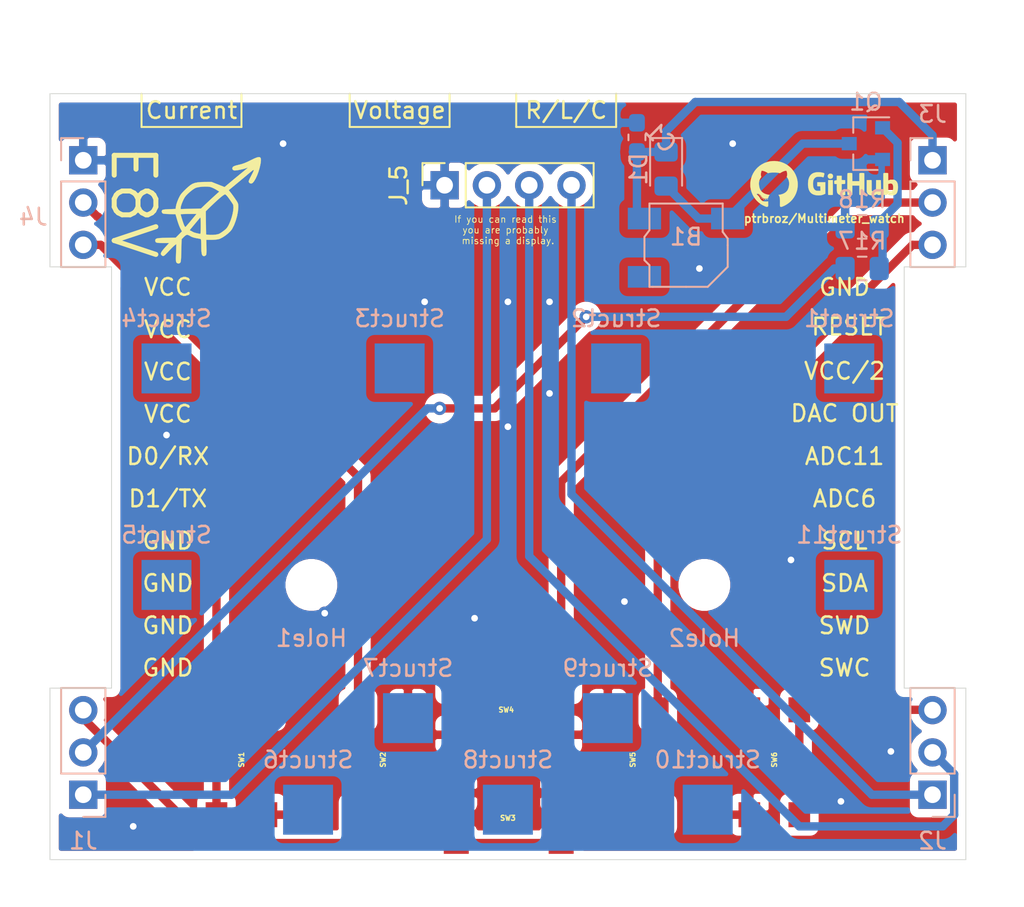
<source format=kicad_pcb>
(kicad_pcb (version 20171130) (host pcbnew "(5.0.2)-1")

  (general
    (thickness 1.6)
    (drawings 102)
    (tracks 81)
    (zones 0)
    (modules 32)
    (nets 15)
  )

  (page A4)
  (layers
    (0 F.Cu signal)
    (31 B.Cu signal)
    (32 B.Adhes user hide)
    (33 F.Adhes user hide)
    (34 B.Paste user hide)
    (35 F.Paste user hide)
    (36 B.SilkS user hide)
    (37 F.SilkS user hide)
    (38 B.Mask user hide)
    (39 F.Mask user hide)
    (40 Dwgs.User user hide)
    (41 Cmts.User user hide)
    (42 Eco1.User user hide)
    (43 Eco2.User user hide)
    (44 Edge.Cuts user)
    (45 Margin user hide)
    (46 B.CrtYd user hide)
    (47 F.CrtYd user hide)
    (48 B.Fab user hide)
    (49 F.Fab user hide)
  )

  (setup
    (last_trace_width 0.25)
    (user_trace_width 0.5)
    (trace_clearance 0.2)
    (zone_clearance 0.508)
    (zone_45_only no)
    (trace_min 0.2)
    (segment_width 0.2)
    (edge_width 0.05)
    (via_size 0.8)
    (via_drill 0.4)
    (via_min_size 0.4)
    (via_min_drill 0.3)
    (uvia_size 0.3)
    (uvia_drill 0.1)
    (uvias_allowed no)
    (uvia_min_size 0.2)
    (uvia_min_drill 0.1)
    (pcb_text_width 0.3)
    (pcb_text_size 1.5 1.5)
    (mod_edge_width 0.12)
    (mod_text_size 1 1)
    (mod_text_width 0.15)
    (pad_size 2.1 2.1)
    (pad_drill 2.1)
    (pad_to_mask_clearance 0.05)
    (solder_mask_min_width 0.25)
    (aux_axis_origin 0 0)
    (grid_origin 106 59)
    (visible_elements 7FFFFFFF)
    (pcbplotparams
      (layerselection 0x010fc_ffffffff)
      (usegerberextensions false)
      (usegerberattributes true)
      (usegerberadvancedattributes true)
      (creategerberjobfile true)
      (excludeedgelayer true)
      (linewidth 0.100000)
      (plotframeref false)
      (viasonmask false)
      (mode 1)
      (useauxorigin false)
      (hpglpennumber 1)
      (hpglpenspeed 20)
      (hpglpendiameter 15.000000)
      (psnegative false)
      (psa4output false)
      (plotreference true)
      (plotvalue true)
      (plotinvisibletext false)
      (padsonsilk false)
      (subtractmaskfromsilk false)
      (outputformat 1)
      (mirror false)
      (drillshape 1)
      (scaleselection 1)
      (outputdirectory ""))
  )

  (net 0 "")
  (net 1 "Net-(B1-Pad2)")
  (net 2 /GND)
  (net 3 "Net-(Q1-Pad1)")
  (net 4 /BUTT3)
  (net 5 /BUZZER)
  (net 6 /ENABLE)
  (net 7 /BUTT6)
  (net 8 /SCL)
  (net 9 /SDA)
  (net 10 /VCC)
  (net 11 /BUTT4)
  (net 12 /BUTT5)
  (net 13 /BUTT2)
  (net 14 /BUTT1)

  (net_class Default "This is the default net class."
    (clearance 0.2)
    (trace_width 0.25)
    (via_dia 0.8)
    (via_drill 0.4)
    (uvia_dia 0.3)
    (uvia_drill 0.1)
    (add_net /BUTT1)
    (add_net /BUTT2)
    (add_net /BUTT3)
    (add_net /BUTT4)
    (add_net /BUTT5)
    (add_net /BUTT6)
    (add_net /BUZZER)
    (add_net /ENABLE)
    (add_net /GND)
    (add_net /SCL)
    (add_net /SDA)
    (add_net /VCC)
    (add_net "Net-(B1-Pad2)")
    (add_net "Net-(Q1-Pad1)")
  )

  (module MountingHole:MountingHole_2.1mm (layer B.Cu) (tedit 5B924765) (tstamp 5F21F3C8)
    (at 143.3 84.5)
    (descr "Mounting Hole 2.1mm, no annular")
    (tags "mounting hole 2.1mm no annular")
    (attr virtual)
    (fp_text reference Hole2 (at 0 3.2) (layer B.SilkS)
      (effects (font (size 1 1) (thickness 0.15)) (justify mirror))
    )
    (fp_text value MountingHole_2.1mm (at 0 -3.2) (layer B.Fab)
      (effects (font (size 1 1) (thickness 0.15)) (justify mirror))
    )
    (fp_circle (center 0 0) (end 2.35 0) (layer B.CrtYd) (width 0.05))
    (fp_circle (center 0 0) (end 2.1 0) (layer Cmts.User) (width 0.15))
    (fp_text user %R (at 0.3 0) (layer B.Fab)
      (effects (font (size 1 1) (thickness 0.15)) (justify mirror))
    )
    (pad "" np_thru_hole circle (at 0 0) (size 2.1 2.1) (drill 2.1) (layers *.Cu *.Mask))
  )

  (module MountingHole:MountingHole_2.1mm (layer B.Cu) (tedit 5B924765) (tstamp 5F21F32C)
    (at 119.7 84.5)
    (descr "Mounting Hole 2.1mm, no annular")
    (tags "mounting hole 2.1mm no annular")
    (attr virtual)
    (fp_text reference Hole1 (at 0 3.2) (layer B.SilkS)
      (effects (font (size 1 1) (thickness 0.15)) (justify mirror))
    )
    (fp_text value MountingHole_2.1mm (at 0 -3.2) (layer B.Fab)
      (effects (font (size 1 1) (thickness 0.15)) (justify mirror))
    )
    (fp_circle (center 0 0) (end 2.35 0) (layer B.CrtYd) (width 0.05))
    (fp_circle (center 0 0) (end 2.1 0) (layer Cmts.User) (width 0.15))
    (fp_text user %R (at 0.3 0) (layer F.Fab)
      (effects (font (size 1 1) (thickness 0.15)))
    )
    (pad "" np_thru_hole circle (at 0 0) (size 2.1 2.1) (drill 2.1) (layers *.Cu *.Mask))
  )

  (module Multimeter_Watch_custom_footprints:StructPad (layer B.Cu) (tedit 5F213C4F) (tstamp 5F219285)
    (at 137.5 92.5)
    (fp_text reference Struct9 (at 0 -3) (layer B.SilkS)
      (effects (font (size 1 1) (thickness 0.15)) (justify mirror))
    )
    (fp_text value StructPad (at 0 0.5) (layer B.Fab)
      (effects (font (size 1 1) (thickness 0.15)) (justify mirror))
    )
    (pad 1 smd rect (at 0 0) (size 3 3) (layers B.Cu B.Paste B.Mask))
  )

  (module Multimeter_Watch_custom_footprints:StructPad (layer B.Cu) (tedit 5F213C4F) (tstamp 5F219246)
    (at 125.5 92.5)
    (fp_text reference Struct7 (at 0 -3) (layer B.SilkS)
      (effects (font (size 1 1) (thickness 0.15)) (justify mirror))
    )
    (fp_text value StructPad (at 0 0.5) (layer B.Fab)
      (effects (font (size 1 1) (thickness 0.15)) (justify mirror))
    )
    (pad 1 smd rect (at 0 0) (size 3 3) (layers B.Cu B.Paste B.Mask))
  )

  (module Multimeter_Watch_custom_footprints:StructPad (layer B.Cu) (tedit 5F213C4F) (tstamp 5F219163)
    (at 125 71.5)
    (fp_text reference Struct3 (at 0 -3) (layer B.SilkS)
      (effects (font (size 1 1) (thickness 0.15)) (justify mirror))
    )
    (fp_text value StructPad (at 0 0.5) (layer B.Fab)
      (effects (font (size 1 1) (thickness 0.15)) (justify mirror))
    )
    (pad 1 smd rect (at 0 0) (size 3 3) (layers B.Cu B.Paste B.Mask))
  )

  (module Multimeter_Watch_custom_footprints:StructPad (layer B.Cu) (tedit 5F213C4F) (tstamp 5F219152)
    (at 138 71.5)
    (fp_text reference Struct2 (at 0 -3) (layer B.SilkS)
      (effects (font (size 1 1) (thickness 0.15)) (justify mirror))
    )
    (fp_text value StructPad (at 0 0.5) (layer B.Fab)
      (effects (font (size 1 1) (thickness 0.15)) (justify mirror))
    )
    (pad 1 smd rect (at 0 0) (size 3 3) (layers B.Cu B.Paste B.Mask))
  )

  (module Multimeter_Watch_custom_footprints:StructPad (layer B.Cu) (tedit 5F213C4F) (tstamp 5F219081)
    (at 131.5 98)
    (fp_text reference Struct8 (at 0 -3) (layer B.SilkS)
      (effects (font (size 1 1) (thickness 0.15)) (justify mirror))
    )
    (fp_text value StructPad (at 0 0.5) (layer B.Fab)
      (effects (font (size 1 1) (thickness 0.15)) (justify mirror))
    )
    (pad 1 smd rect (at 0 0) (size 3 3) (layers B.Cu B.Paste B.Mask))
  )

  (module Multimeter_Watch_custom_footprints:StructPad (layer B.Cu) (tedit 5F213C4F) (tstamp 5F21906C)
    (at 119.5 98)
    (fp_text reference Struct6 (at 0 -3) (layer B.SilkS)
      (effects (font (size 1 1) (thickness 0.15)) (justify mirror))
    )
    (fp_text value StructPad (at 0 0.5) (layer B.Fab)
      (effects (font (size 1 1) (thickness 0.15)) (justify mirror))
    )
    (pad 1 smd rect (at 0 0) (size 3 3) (layers B.Cu B.Paste B.Mask))
  )

  (module Multimeter_Watch_custom_footprints:StructPad (layer B.Cu) (tedit 5F213C4F) (tstamp 5F219042)
    (at 143.5 98)
    (fp_text reference Struct10 (at 0 -3) (layer B.SilkS)
      (effects (font (size 1 1) (thickness 0.15)) (justify mirror))
    )
    (fp_text value StructPad (at 0 0.5) (layer B.Fab)
      (effects (font (size 1 1) (thickness 0.15)) (justify mirror))
    )
    (pad 1 smd rect (at 0 0) (size 3 3) (layers B.Cu B.Paste B.Mask))
  )

  (module Multimeter_Watch_custom_footprints:StructPad (layer B.Cu) (tedit 5F213C4F) (tstamp 5F21902D)
    (at 152 84.5)
    (fp_text reference Struct11 (at 0 -3) (layer B.SilkS)
      (effects (font (size 1 1) (thickness 0.15)) (justify mirror))
    )
    (fp_text value StructPad (at 0 0.5) (layer B.Fab)
      (effects (font (size 1 1) (thickness 0.15)) (justify mirror))
    )
    (pad 1 smd rect (at 0 0) (size 3 3) (layers B.Cu B.Paste B.Mask))
  )

  (module Multimeter_Watch_custom_footprints:StructPad (layer B.Cu) (tedit 5F213C4F) (tstamp 5F219015)
    (at 111 84.5)
    (fp_text reference Struct5 (at 0 -3) (layer B.SilkS)
      (effects (font (size 1 1) (thickness 0.15)) (justify mirror))
    )
    (fp_text value StructPad (at 0 0.5) (layer B.Fab)
      (effects (font (size 1 1) (thickness 0.15)) (justify mirror))
    )
    (pad 1 smd rect (at 0 0) (size 3 3) (layers B.Cu B.Paste B.Mask))
  )

  (module Multimeter_Watch_custom_footprints:StructPad (layer B.Cu) (tedit 5F213C4F) (tstamp 5F218FD8)
    (at 111 71.5)
    (fp_text reference Struct4 (at 0 -3) (layer B.SilkS)
      (effects (font (size 1 1) (thickness 0.15)) (justify mirror))
    )
    (fp_text value StructPad (at 0 0.5) (layer B.Fab)
      (effects (font (size 1 1) (thickness 0.15)) (justify mirror))
    )
    (pad 1 smd rect (at 0 0) (size 3 3) (layers B.Cu B.Paste B.Mask))
  )

  (module Multimeter_Watch_custom_footprints:StructPad (layer B.Cu) (tedit 5F213C4F) (tstamp 5F218F71)
    (at 152 71.5)
    (fp_text reference Struct1 (at 0 -3) (layer B.SilkS)
      (effects (font (size 1 1) (thickness 0.15)) (justify mirror))
    )
    (fp_text value StructPad (at 0 0.5) (layer B.Fab)
      (effects (font (size 1 1) (thickness 0.15)) (justify mirror))
    )
    (pad 1 smd rect (at 0 0) (size 3 3) (layers B.Cu B.Paste B.Mask))
  )

  (module Multimeter_Watch_custom_footprints:nouth_signature (layer F.Cu) (tedit 0) (tstamp 5F218471)
    (at 113.5 62)
    (fp_text reference G*** (at 0 0) (layer F.SilkS) hide
      (effects (font (size 1.524 1.524) (thickness 0.3)))
    )
    (fp_text value LOGO (at 0.75 0) (layer F.SilkS) hide
      (effects (font (size 1.524 1.524) (thickness 0.3)))
    )
    (fp_poly (pts (xy 3.117729 -3.177244) (xy 3.159631 -3.119124) (xy 3.171556 -3.017026) (xy 3.158064 -2.869217)
      (xy 3.144025 -2.78224) (xy 3.092444 -2.546633) (xy 3.022654 -2.31191) (xy 2.939868 -2.090679)
      (xy 2.849296 -1.895549) (xy 2.756149 -1.739129) (xy 2.6717 -1.63938) (xy 2.589329 -1.600564)
      (xy 2.506195 -1.617919) (xy 2.444367 -1.683466) (xy 2.435473 -1.723323) (xy 2.447466 -1.782534)
      (xy 2.484117 -1.871905) (xy 2.549197 -2.002244) (xy 2.56824 -2.038503) (xy 2.657922 -2.210498)
      (xy 2.715622 -2.32991) (xy 2.740184 -2.399672) (xy 2.730451 -2.422715) (xy 2.685268 -2.401973)
      (xy 2.603477 -2.340379) (xy 2.487326 -2.243743) (xy 2.369248 -2.144361) (xy 2.216465 -2.016528)
      (xy 2.043281 -1.872172) (xy 1.864001 -1.72322) (xy 1.721364 -1.605097) (xy 1.236104 -1.20393)
      (xy 1.344615 -1.070278) (xy 1.411576 -0.983233) (xy 1.498854 -0.863511) (xy 1.59177 -0.731419)
      (xy 1.631437 -0.673461) (xy 1.712598 -0.551945) (xy 1.764411 -0.464634) (xy 1.793447 -0.39337)
      (xy 1.806277 -0.319994) (xy 1.809472 -0.226348) (xy 1.809527 -0.181336) (xy 1.790507 0.068293)
      (xy 1.738067 0.344688) (xy 1.658464 0.626278) (xy 1.557959 0.891496) (xy 1.442812 1.118773)
      (xy 1.422807 1.151183) (xy 1.328924 1.267411) (xy 1.194678 1.394291) (xy 1.037737 1.518427)
      (xy 0.87577 1.626418) (xy 0.726443 1.704868) (xy 0.660456 1.729302) (xy 0.533738 1.755124)
      (xy 0.367262 1.772146) (xy 0.192674 1.777948) (xy -0.111125 1.777897) (xy -0.101561 2.218553)
      (xy -0.09864 2.398766) (xy -0.099635 2.52637) (xy -0.105503 2.612186) (xy -0.117201 2.667035)
      (xy -0.135684 2.70174) (xy -0.145206 2.712419) (xy -0.214285 2.751038) (xy -0.265101 2.756002)
      (xy -0.319694 2.735584) (xy -0.359657 2.687245) (xy -0.386925 2.603266) (xy -0.403431 2.475928)
      (xy -0.411111 2.29751) (xy -0.412282 2.168811) (xy -0.41439 2.012232) (xy -0.419827 1.879672)
      (xy -0.427818 1.783461) (xy -0.437585 1.735931) (xy -0.439699 1.733342) (xy -0.482295 1.720461)
      (xy -0.569877 1.701824) (xy -0.684647 1.681166) (xy -0.701636 1.678363) (xy -0.843874 1.647276)
      (xy -0.971089 1.605569) (xy -1.04775 1.568077) (xy -1.165926 1.499635) (xy -1.255062 1.474954)
      (xy -1.333395 1.495399) (xy -1.419158 1.562335) (xy -1.455912 1.598635) (xy -1.594199 1.739603)
      (xy -1.610696 2.417614) (xy -1.617219 2.652541) (xy -1.624336 2.831755) (xy -1.632736 2.963042)
      (xy -1.643111 3.054186) (xy -1.65615 3.112975) (xy -1.672546 3.147194) (xy -1.675768 3.151187)
      (xy -1.75359 3.201144) (xy -1.838805 3.190596) (xy -1.891465 3.152249) (xy -1.911479 3.12621)
      (xy -1.925234 3.088253) (xy -1.933337 3.028583) (xy -1.936396 2.937404) (xy -1.935019 2.804919)
      (xy -1.929814 2.621333) (xy -1.927923 2.56445) (xy -1.909881 2.031151) (xy -2.001007 2.096038)
      (xy -2.057288 2.143876) (xy -2.144689 2.227294) (xy -2.251624 2.334877) (xy -2.366504 2.455215)
      (xy -2.375623 2.464979) (xy -2.496234 2.592084) (xy -2.583492 2.677479) (xy -2.645418 2.727622)
      (xy -2.690034 2.748974) (xy -2.72536 2.747995) (xy -2.726591 2.747615) (xy -2.796677 2.703143)
      (xy -2.826748 2.665136) (xy -2.84067 2.611306) (xy -2.825352 2.545817) (xy -2.77634 2.461)
      (xy -2.689179 2.349189) (xy -2.559412 2.202716) (xy -2.555715 2.198687) (xy -2.344357 1.9685)
      (xy -2.721579 1.9685) (xy -2.90117 1.966346) (xy -3.026681 1.957892) (xy -3.107441 1.940146)
      (xy -3.152785 1.910116) (xy -3.172043 1.864812) (xy -3.175 1.823162) (xy -3.16952 1.771388)
      (xy -3.147876 1.732198) (xy -3.102263 1.703641) (xy -3.024875 1.683768) (xy -2.907907 1.670626)
      (xy -2.743553 1.662265) (xy -2.524008 1.656734) (xy -2.507915 1.656431) (xy -1.945677 1.645987)
      (xy -1.758952 1.457292) (xy -1.572226 1.268598) (xy -1.61376 1.19471) (xy -1.102243 1.19471)
      (xy -1.080021 1.219216) (xy -1.06001 1.227276) (xy -0.987795 1.261418) (xy -0.922922 1.299376)
      (xy -0.835411 1.338301) (xy -0.695532 1.37837) (xy -0.514278 1.416554) (xy -0.468313 1.424679)
      (xy -0.460326 1.396107) (xy -0.453479 1.314487) (xy -0.44826 1.190269) (xy -0.445155 1.033901)
      (xy -0.4445 0.914399) (xy -0.44604 0.744528) (xy -0.4503 0.60201) (xy -0.456742 0.496595)
      (xy -0.464827 0.438034) (xy -0.471243 0.430212) (xy -0.50078 0.464893) (xy -0.562391 0.538118)
      (xy -0.64749 0.639656) (xy -0.74749 0.759277) (xy -0.763017 0.777875) (xy -0.866763 0.90215)
      (xy -0.959045 1.012678) (xy -1.030472 1.098212) (xy -1.071653 1.147503) (xy -1.073972 1.150275)
      (xy -1.102243 1.19471) (xy -1.61376 1.19471) (xy -1.661993 1.108906) (xy -1.708278 1.011382)
      (xy -1.763021 0.872947) (xy -1.818505 0.714097) (xy -1.856026 0.59367) (xy -1.958443 0.244424)
      (xy -1.651 0.244424) (xy -1.641382 0.291952) (xy -1.616009 0.383022) (xy -1.580108 0.501243)
      (xy -1.538905 0.630221) (xy -1.497625 0.753565) (xy -1.461494 0.854883) (xy -1.437525 0.914055)
      (xy -1.400123 0.979915) (xy -1.370131 1.009462) (xy -1.366021 1.009305) (xy -1.339025 0.982912)
      (xy -1.279095 0.915968) (xy -1.193618 0.816984) (xy -1.089977 0.694468) (xy -1.020473 0.611187)
      (xy -0.697489 0.22225) (xy -1.174245 0.22225) (xy -1.340075 0.223641) (xy -1.480825 0.227476)
      (xy -1.585529 0.233243) (xy -1.643216 0.240434) (xy -1.651 0.244424) (xy -1.958443 0.244424)
      (xy -1.960291 0.238125) (xy -2.337458 0.229539) (xy -2.504909 0.224207) (xy -2.619889 0.216109)
      (xy -2.693419 0.203616) (xy -2.736519 0.185099) (xy -2.754313 0.167908) (xy -2.790981 0.090906)
      (xy -2.783812 0.062135) (xy -0.142875 0.062135) (xy -0.124659 1.456651) (xy -0.022642 1.471172)
      (xy 0.124957 1.482642) (xy 0.289018 1.480463) (xy 0.449016 1.466349) (xy 0.584426 1.442015)
      (xy 0.66675 1.413612) (xy 0.749848 1.364042) (xy 0.858019 1.291011) (xy 0.960422 1.215906)
      (xy 1.059938 1.1329) (xy 1.134693 1.04997) (xy 1.200385 0.946579) (xy 1.266321 0.815718)
      (xy 1.348255 0.620889) (xy 1.417001 0.414508) (xy 1.470204 0.208689) (xy 1.50551 0.015548)
      (xy 1.520566 -0.1528) (xy 1.513016 -0.284241) (xy 1.49258 -0.348633) (xy 1.457601 -0.405639)
      (xy 1.395608 -0.499001) (xy 1.316768 -0.613598) (xy 1.2647 -0.687535) (xy 1.162332 -0.82431)
      (xy 1.085279 -0.909822) (xy 1.028965 -0.948835) (xy 1.010146 -0.9525) (xy 0.955478 -0.929949)
      (xy 0.861294 -0.864565) (xy 0.731602 -0.759758) (xy 0.570407 -0.618933) (xy 0.381717 -0.4455)
      (xy 0.169538 -0.242864) (xy 0.127 -0.201441) (xy -0.142875 0.062135) (xy -2.783812 0.062135)
      (xy -2.772183 0.015473) (xy -2.763016 0) (xy -2.733963 -0.021908) (xy -2.67233 -0.038343)
      (xy -2.568942 -0.050691) (xy -2.414627 -0.060339) (xy -2.342815 -0.0635) (xy -1.952625 -0.079375)
      (xy -1.943812 -0.151802) (xy -1.651 -0.151802) (xy -1.651 -0.070461) (xy -1.039813 -0.086353)
      (xy -0.428625 -0.102246) (xy -0.1905 -0.331153) (xy -0.067574 -0.447767) (xy 0.082236 -0.587564)
      (xy 0.238397 -0.731488) (xy 0.357848 -0.840173) (xy 0.668072 -1.120285) (xy 0.472227 -1.240724)
      (xy 0.346761 -1.309111) (xy 0.21499 -1.367296) (xy 0.117912 -1.399181) (xy -0.018516 -1.417565)
      (xy -0.1929 -1.421044) (xy -0.381823 -1.411018) (xy -0.561868 -1.388887) (xy -0.709621 -1.356051)
      (xy -0.733341 -1.348285) (xy -0.832953 -1.297384) (xy -0.958227 -1.210985) (xy -1.093842 -1.1021)
      (xy -1.224478 -0.983738) (xy -1.334816 -0.868908) (xy -1.405035 -0.777875) (xy -1.468252 -0.664687)
      (xy -1.531675 -0.528427) (xy -1.588004 -0.387678) (xy -1.629939 -0.261021) (xy -1.650181 -0.167035)
      (xy -1.651 -0.151802) (xy -1.943812 -0.151802) (xy -1.935238 -0.22225) (xy -1.905259 -0.360237)
      (xy -1.849601 -0.52793) (xy -1.777559 -0.702034) (xy -1.698429 -0.859258) (xy -1.649205 -0.939032)
      (xy -1.572293 -1.034868) (xy -1.459941 -1.154803) (xy -1.327068 -1.28426) (xy -1.188597 -1.408661)
      (xy -1.067676 -1.507189) (xy -0.945966 -1.583168) (xy -0.802987 -1.637726) (xy -0.627851 -1.673262)
      (xy -0.409671 -1.692174) (xy -0.206375 -1.696913) (xy 0.206375 -1.698625) (xy 0.59638 -1.544728)
      (xy 0.986386 -1.390831) (xy 1.26313 -1.625496) (xy 1.388114 -1.730517) (xy 1.545671 -1.861481)
      (xy 1.718952 -2.004456) (xy 1.891109 -2.145515) (xy 1.960562 -2.202085) (xy 2.09854 -2.314911)
      (xy 2.217511 -2.413495) (xy 2.309457 -2.491085) (xy 2.366354 -2.540928) (xy 2.38125 -2.55626)
      (xy 2.35563 -2.55372) (xy 2.292535 -2.531695) (xy 2.278062 -2.52583) (xy 2.181809 -2.493835)
      (xy 2.051043 -2.460404) (xy 1.90494 -2.429279) (xy 1.762678 -2.404203) (xy 1.643434 -2.388918)
      (xy 1.567051 -2.387085) (xy 1.487154 -2.421835) (xy 1.450772 -2.489401) (xy 1.465257 -2.570401)
      (xy 1.485907 -2.601004) (xy 1.54773 -2.64369) (xy 1.662864 -2.685448) (xy 1.836309 -2.728081)
      (xy 1.8415 -2.729187) (xy 2.001441 -2.768751) (xy 2.157303 -2.82071) (xy 2.327454 -2.892114)
      (xy 2.530266 -2.990014) (xy 2.559143 -3.004625) (xy 2.766557 -3.105076) (xy 2.925753 -3.168486)
      (xy 3.04129 -3.19312) (xy 3.117729 -3.177244)) (layer F.SilkS) (width 0.01))
  )

  (module Multimeter_Watch_custom_footprints:github_logo (layer F.Cu) (tedit 0) (tstamp 5F20FD0E)
    (at 150.5 60.5)
    (fp_text reference G*** (at 0 0) (layer F.SilkS) hide
      (effects (font (size 1.524 1.524) (thickness 0.3)))
    )
    (fp_text value LOGO (at 0.75 0) (layer F.SilkS) hide
      (effects (font (size 1.524 1.524) (thickness 0.3)))
    )
    (fp_poly (pts (xy -2.828628 -1.442946) (xy -2.687854 -1.416879) (xy -2.551024 -1.377111) (xy -2.419155 -1.324148)
      (xy -2.293266 -1.258496) (xy -2.174376 -1.18066) (xy -2.063501 -1.091145) (xy -1.961662 -0.990459)
      (xy -1.869876 -0.879105) (xy -1.789162 -0.757591) (xy -1.720538 -0.626421) (xy -1.665022 -0.486101)
      (xy -1.638483 -0.397933) (xy -1.607858 -0.251016) (xy -1.593585 -0.102873) (xy -1.595276 0.045159)
      (xy -1.612542 0.191743) (xy -1.644997 0.335543) (xy -1.692253 0.475222) (xy -1.753923 0.609443)
      (xy -1.829619 0.736871) (xy -1.918953 0.856169) (xy -2.021539 0.965999) (xy -2.038525 0.982018)
      (xy -2.144741 1.071342) (xy -2.25969 1.151215) (xy -2.379636 1.219311) (xy -2.500844 1.273302)
      (xy -2.513989 1.278242) (xy -2.559192 1.293078) (xy -2.592935 1.299248) (xy -2.618322 1.296723)
      (xy -2.638457 1.285477) (xy -2.647072 1.277079) (xy -2.651954 1.270606) (xy -2.655659 1.261961)
      (xy -2.658308 1.24901) (xy -2.660026 1.22962) (xy -2.660935 1.201657) (xy -2.661159 1.162989)
      (xy -2.660821 1.111482) (xy -2.660121 1.051076) (xy -2.6597 0.983358) (xy -2.660136 0.919988)
      (xy -2.66136 0.86392) (xy -2.663299 0.818107) (xy -2.665884 0.785504) (xy -2.666645 0.779603)
      (xy -2.675925 0.734582) (xy -2.689861 0.68952) (xy -2.706635 0.649034) (xy -2.724425 0.617742)
      (xy -2.735689 0.604502) (xy -2.747804 0.591629) (xy -2.751667 0.584584) (xy -2.743906 0.581013)
      (xy -2.723173 0.576136) (xy -2.693294 0.570792) (xy -2.679091 0.568632) (xy -2.569973 0.546154)
      (xy -2.470592 0.511956) (xy -2.381937 0.466596) (xy -2.305 0.41063) (xy -2.240771 0.344615)
      (xy -2.212647 0.306388) (xy -2.177369 0.241368) (xy -2.148619 0.164047) (xy -2.12721 0.078063)
      (xy -2.113958 -0.012944) (xy -2.109675 -0.105335) (xy -2.110989 -0.148167) (xy -2.124295 -0.246432)
      (xy -2.152419 -0.337304) (xy -2.195076 -0.420008) (xy -2.228127 -0.466134) (xy -2.252553 -0.496528)
      (xy -2.238569 -0.550947) (xy -2.230474 -0.601271) (xy -2.228377 -0.661012) (xy -2.232012 -0.723852)
      (xy -2.241117 -0.783477) (xy -2.249692 -0.817033) (xy -2.258951 -0.844917) (xy -2.267043 -0.860472)
      (xy -2.27732 -0.867692) (xy -2.293133 -0.870567) (xy -2.294764 -0.870732) (xy -2.339244 -0.869089)
      (xy -2.393805 -0.857143) (xy -2.455836 -0.835796) (xy -2.522723 -0.805951) (xy -2.591856 -0.768514)
      (xy -2.594107 -0.767182) (xy -2.660914 -0.727553) (xy -2.75074 -0.746749) (xy -2.784752 -0.753533)
      (xy -2.816567 -0.758545) (xy -2.849747 -0.76204) (xy -2.887858 -0.764276) (xy -2.934462 -0.76551)
      (xy -2.993125 -0.765999) (xy -3.018367 -0.766042) (xy -3.081545 -0.765857) (xy -3.131307 -0.765051)
      (xy -3.171169 -0.763368) (xy -3.204644 -0.76055) (xy -3.235248 -0.756339) (xy -3.266493 -0.750478)
      (xy -3.285067 -0.746492) (xy -3.373967 -0.726844) (xy -3.439745 -0.766397) (xy -3.511084 -0.805422)
      (xy -3.581144 -0.836433) (xy -3.646489 -0.858106) (xy -3.703685 -0.869123) (xy -3.707832 -0.869506)
      (xy -3.766264 -0.874405) (xy -3.784438 -0.816086) (xy -3.800659 -0.745696) (xy -3.807753 -0.67151)
      (xy -3.805387 -0.599985) (xy -3.797903 -0.554869) (xy -3.790924 -0.523919) (xy -3.7882 -0.504503)
      (xy -3.789927 -0.491714) (xy -3.796303 -0.480645) (xy -3.801126 -0.474436) (xy -3.855277 -0.393335)
      (xy -3.894215 -0.304878) (xy -3.917951 -0.209022) (xy -3.926497 -0.105725) (xy -3.920733 -0.002193)
      (xy -3.90565 0.094122) (xy -3.883746 0.177231) (xy -3.853822 0.249903) (xy -3.814677 0.314907)
      (xy -3.765113 0.375009) (xy -3.750906 0.38964) (xy -3.677624 0.451019) (xy -3.592313 0.500832)
      (xy -3.495564 0.538803) (xy -3.387965 0.564659) (xy -3.367233 0.568045) (xy -3.328582 0.574041)
      (xy -3.304411 0.578771) (xy -3.292478 0.58363) (xy -3.29054 0.590012) (xy -3.296356 0.599312)
      (xy -3.303379 0.607759) (xy -3.328068 0.646124) (xy -3.350986 0.699999) (xy -3.362775 0.736318)
      (xy -3.369906 0.757364) (xy -3.378783 0.770387) (xy -3.394064 0.779406) (xy -3.420409 0.78844)
      (xy -3.424767 0.789787) (xy -3.470873 0.800107) (xy -3.522083 0.803184) (xy -3.5433 0.802683)
      (xy -3.600976 0.796133) (xy -3.650514 0.780398) (xy -3.69475 0.753703) (xy -3.736519 0.714271)
      (xy -3.778655 0.660325) (xy -3.784888 0.651303) (xy -3.829319 0.596326) (xy -3.878337 0.55382)
      (xy -3.930064 0.524835) (xy -3.982625 0.510423) (xy -4.03414 0.511633) (xy -4.034367 0.511675)
      (xy -4.056897 0.520175) (xy -4.063488 0.534045) (xy -4.054165 0.553012) (xy -4.028953 0.576804)
      (xy -4.028229 0.577372) (xy -3.966361 0.631357) (xy -3.917324 0.687541) (xy -3.877205 0.750652)
      (xy -3.864752 0.774832) (xy -3.824399 0.844145) (xy -3.778356 0.898209) (xy -3.725617 0.938046)
      (xy -3.685089 0.957661) (xy -3.659944 0.966354) (xy -3.634452 0.972066) (xy -3.603975 0.975403)
      (xy -3.563874 0.976972) (xy -3.534833 0.977309) (xy -3.491917 0.977192) (xy -3.452415 0.976427)
      (xy -3.421002 0.975144) (xy -3.4036 0.973667) (xy -3.373967 0.969434) (xy -3.371649 1.110544)
      (xy -3.370891 1.162601) (xy -3.370785 1.200506) (xy -3.371618 1.227035) (xy -3.373681 1.244966)
      (xy -3.377262 1.257076) (xy -3.38265 1.266142) (xy -3.388582 1.273208) (xy -3.410688 1.291615)
      (xy -3.436395 1.298904) (xy -3.46938 1.295502) (xy -3.500967 1.28624) (xy -3.561016 1.262881)
      (xy -3.62872 1.232011) (xy -3.698362 1.196513) (xy -3.764227 1.159268) (xy -3.809763 1.13055)
      (xy -3.935969 1.036292) (xy -4.048931 0.931542) (xy -4.148471 0.816576) (xy -4.234413 0.691674)
      (xy -4.306579 0.557112) (xy -4.36479 0.41317) (xy -4.408871 0.260123) (xy -4.429013 0.160867)
      (xy -4.434509 0.115377) (xy -4.437996 0.057578) (xy -4.439518 -0.008031) (xy -4.439118 -0.076953)
      (xy -4.43684 -0.144687) (xy -4.432727 -0.206735) (xy -4.426824 -0.258598) (xy -4.424812 -0.270933)
      (xy -4.389386 -0.423443) (xy -4.339043 -0.568953) (xy -4.274476 -0.7066) (xy -4.19638 -0.835521)
      (xy -4.105451 -0.954853) (xy -4.002382 -1.063732) (xy -3.887869 -1.161297) (xy -3.762607 -1.246684)
      (xy -3.62729 -1.31903) (xy -3.556 -1.350074) (xy -3.410786 -1.400095) (xy -3.264424 -1.433887)
      (xy -3.117931 -1.451956) (xy -2.972326 -1.454807) (xy -2.828628 -1.442946)) (layer F.SilkS) (width 0.01))
    (fp_poly (pts (xy -3.49973 0.839435) (xy -3.496198 0.843079) (xy -3.48951 0.855086) (xy -3.496429 0.86357)
      (xy -3.497278 0.864116) (xy -3.518643 0.871507) (xy -3.536941 0.867802) (xy -3.5448 0.858512)
      (xy -3.544401 0.843) (xy -3.533099 0.833488) (xy -3.51638 0.831719) (xy -3.49973 0.839435)) (layer F.SilkS) (width 0.01))
    (fp_poly (pts (xy -3.628024 0.816263) (xy -3.610865 0.825234) (xy -3.608441 0.836386) (xy -3.617932 0.849344)
      (xy -3.63506 0.853219) (xy -3.652645 0.847118) (xy -3.657559 0.842483) (xy -3.663514 0.827364)
      (xy -3.655745 0.817171) (xy -3.637319 0.814625) (xy -3.628024 0.816263)) (layer F.SilkS) (width 0.01))
    (fp_poly (pts (xy -3.389989 0.824459) (xy -3.382707 0.836207) (xy -3.383655 0.842563) (xy -3.393924 0.851636)
      (xy -3.410948 0.85515) (xy -3.427683 0.853067) (xy -3.437083 0.84535) (xy -3.437467 0.842854)
      (xy -3.430838 0.82887) (xy -3.422869 0.822405) (xy -3.405393 0.818822) (xy -3.389989 0.824459)) (layer F.SilkS) (width 0.01))
    (fp_poly (pts (xy -3.724176 0.759783) (xy -3.710655 0.774573) (xy -3.7084 0.783954) (xy -3.715082 0.795838)
      (xy -3.730847 0.799045) (xy -3.744895 0.794564) (xy -3.756518 0.781915) (xy -3.758753 0.766701)
      (xy -3.75175 0.755543) (xy -3.74396 0.753534) (xy -3.724176 0.759783)) (layer F.SilkS) (width 0.01))
    (fp_poly (pts (xy -3.791785 0.683799) (xy -3.784794 0.700567) (xy -3.7846 0.70377) (xy -3.790123 0.717076)
      (xy -3.803407 0.71829) (xy -3.816773 0.709507) (xy -3.826234 0.692292) (xy -3.822586 0.67677)
      (xy -3.818096 0.672871) (xy -3.804746 0.67285) (xy -3.791785 0.683799)) (layer F.SilkS) (width 0.01))
    (fp_poly (pts (xy -3.848656 0.610632) (xy -3.84671 0.614403) (xy -3.846038 0.629997) (xy -3.85438 0.638076)
      (xy -3.866733 0.634107) (xy -3.867573 0.633307) (xy -3.876604 0.6183) (xy -3.877734 0.61214)
      (xy -3.872027 0.602673) (xy -3.859858 0.602351) (xy -3.848656 0.610632)) (layer F.SilkS) (width 0.01))
    (fp_poly (pts (xy -0.277963 -0.778963) (xy -0.215397 -0.773158) (xy -0.156042 -0.764947) (xy -0.102374 -0.754704)
      (xy -0.056873 -0.742806) (xy -0.022016 -0.729627) (xy -0.000282 -0.715542) (xy 0.005107 -0.707741)
      (xy 0.004839 -0.695423) (xy 0.000951 -0.670748) (xy -0.005628 -0.637669) (xy -0.013968 -0.60014)
      (xy -0.023141 -0.562116) (xy -0.032219 -0.52755) (xy -0.040273 -0.500396) (xy -0.046374 -0.484608)
      (xy -0.047769 -0.482596) (xy -0.058858 -0.481387) (xy -0.081665 -0.48443) (xy -0.111701 -0.491073)
      (xy -0.118533 -0.492871) (xy -0.164405 -0.502118) (xy -0.219839 -0.508414) (xy -0.280184 -0.511698)
      (xy -0.340789 -0.51191) (xy -0.397002 -0.508991) (xy -0.444173 -0.502878) (xy -0.467054 -0.497392)
      (xy -0.526514 -0.470395) (xy -0.577423 -0.429459) (xy -0.618781 -0.375803) (xy -0.64959 -0.310643)
      (xy -0.664894 -0.256284) (xy -0.67122 -0.213346) (xy -0.675192 -0.158826) (xy -0.676815 -0.097912)
      (xy -0.676095 -0.03579) (xy -0.673037 0.022354) (xy -0.667648 0.071333) (xy -0.664517 0.088752)
      (xy -0.643169 0.159994) (xy -0.612035 0.221115) (xy -0.572331 0.270543) (xy -0.525269 0.306703)
      (xy -0.482109 0.325328) (xy -0.449782 0.3318) (xy -0.406549 0.336288) (xy -0.358341 0.338583)
      (xy -0.311091 0.338478) (xy -0.270732 0.335763) (xy -0.254849 0.333333) (xy -0.228181 0.328)
      (xy -0.232833 0.0635) (xy -0.3175 0.060995) (xy -0.354544 0.059579) (xy -0.385723 0.057795)
      (xy -0.406817 0.055916) (xy -0.41299 0.054819) (xy -0.417493 0.049015) (xy -0.420392 0.033848)
      (xy -0.421834 0.007234) (xy -0.421967 -0.032908) (xy -0.421457 -0.065443) (xy -0.4191 -0.182033)
      (xy 0.0635 -0.182033) (xy 0.0635 0.503767) (xy 0 0.53539) (xy -0.090774 0.571761)
      (xy -0.191173 0.595815) (xy -0.29887 0.607234) (xy -0.411541 0.605695) (xy -0.469079 0.599958)
      (xy -0.571811 0.580428) (xy -0.66236 0.549599) (xy -0.740971 0.507192) (xy -0.807892 0.452928)
      (xy -0.863368 0.386527) (xy -0.907647 0.307712) (xy -0.940973 0.216201) (xy -0.963594 0.111716)
      (xy -0.973397 0.028228) (xy -0.976032 -0.026181) (xy -0.976141 -0.088793) (xy -0.97397 -0.154585)
      (xy -0.969766 -0.218532) (xy -0.963774 -0.275608) (xy -0.956301 -0.320514) (xy -0.927457 -0.423892)
      (xy -0.888793 -0.51355) (xy -0.839974 -0.589798) (xy -0.780668 -0.652943) (xy -0.710541 -0.703292)
      (xy -0.629259 -0.741153) (xy -0.53649 -0.766834) (xy -0.460141 -0.778187) (xy -0.402813 -0.781853)
      (xy -0.341261 -0.781986) (xy -0.277963 -0.778963)) (layer F.SilkS) (width 0.01))
    (fp_poly (pts (xy 1.0414 -0.313788) (xy 1.145117 -0.31141) (xy 1.248833 -0.309033) (xy 1.251227 -0.203289)
      (xy 1.251968 -0.158401) (xy 1.251591 -0.127434) (xy 1.249783 -0.107393) (xy 1.246228 -0.095285)
      (xy 1.240613 -0.088117) (xy 1.239025 -0.086872) (xy 1.221369 -0.081113) (xy 1.187451 -0.07754)
      (xy 1.137809 -0.076208) (xy 1.132915 -0.0762) (xy 1.0414 -0.0762) (xy 1.0414 0.313)
      (xy 1.065964 0.340492) (xy 1.07836 0.353429) (xy 1.090372 0.361761) (xy 1.106254 0.366796)
      (xy 1.130257 0.369842) (xy 1.166635 0.372206) (xy 1.169681 0.372375) (xy 1.248833 0.376767)
      (xy 1.251219 0.476357) (xy 1.253606 0.575948) (xy 1.231217 0.58446) (xy 1.202307 0.59187)
      (xy 1.16185 0.597577) (xy 1.115186 0.601155) (xy 1.067655 0.60218) (xy 1.0287 0.60058)
      (xy 0.963828 0.591564) (xy 0.911013 0.575138) (xy 0.866424 0.549748) (xy 0.833613 0.521451)
      (xy 0.813636 0.500748) (xy 0.797578 0.481394) (xy 0.784977 0.461252) (xy 0.775376 0.438186)
      (xy 0.768312 0.410057) (xy 0.763328 0.374731) (xy 0.759962 0.330069) (xy 0.757755 0.273936)
      (xy 0.756247 0.204194) (xy 0.755541 0.15875) (xy 0.752138 -0.0762) (xy 0.695685 -0.076315)
      (xy 0.655882 -0.076539) (xy 0.629169 -0.078894) (xy 0.61294 -0.086191) (xy 0.604591 -0.101246)
      (xy 0.60152 -0.126871) (xy 0.601121 -0.165878) (xy 0.601133 -0.178461) (xy 0.601133 -0.27028)
      (xy 0.632883 -0.278272) (xy 0.660576 -0.285029) (xy 0.694199 -0.292954) (xy 0.709083 -0.296376)
      (xy 0.753533 -0.306489) (xy 0.753533 -0.567266) (xy 1.0414 -0.567266) (xy 1.0414 -0.313788)) (layer F.SilkS) (width 0.01))
    (fp_poly (pts (xy 3.335486 -0.312004) (xy 3.360886 -0.310921) (xy 3.377161 -0.308618) (xy 3.386913 -0.304876)
      (xy 3.39274 -0.299478) (xy 3.392965 -0.299174) (xy 3.395554 -0.287278) (xy 3.397816 -0.260457)
      (xy 3.399751 -0.220712) (xy 3.40136 -0.170049) (xy 3.402642 -0.11047) (xy 3.403597 -0.04398)
      (xy 3.404227 0.027418) (xy 3.40453 0.101719) (xy 3.404508 0.176921) (xy 3.40416 0.25102)
      (xy 3.403486 0.322011) (xy 3.402487 0.387891) (xy 3.401163 0.446656) (xy 3.399513 0.496303)
      (xy 3.397539 0.534827) (xy 3.39524 0.560226) (xy 3.392897 0.5702) (xy 3.385766 0.576844)
      (xy 3.373943 0.580924) (xy 3.354101 0.582853) (xy 3.322909 0.583042) (xy 3.294102 0.582402)
      (xy 3.206008 0.579967) (xy 3.197812 0.554567) (xy 3.191465 0.536103) (xy 3.187449 0.526567)
      (xy 3.187383 0.526481) (xy 3.179296 0.528468) (xy 3.160828 0.536425) (xy 3.144092 0.544567)
      (xy 3.060506 0.578244) (xy 2.97016 0.599088) (xy 2.908351 0.605146) (xy 2.871516 0.606225)
      (xy 2.83898 0.606267) (xy 2.816038 0.6053) (xy 2.810933 0.604672) (xy 2.755914 0.59242)
      (xy 2.70622 0.576686) (xy 2.666652 0.559097) (xy 2.6543 0.55161) (xy 2.622298 0.522154)
      (xy 2.592924 0.48144) (xy 2.569679 0.43512) (xy 2.557168 0.394687) (xy 2.554702 0.373272)
      (xy 2.552741 0.335904) (xy 2.551302 0.283556) (xy 2.550404 0.217201) (xy 2.550064 0.137813)
      (xy 2.550298 0.046364) (xy 2.550453 0.021167) (xy 2.5527 -0.309033) (xy 2.691766 -0.311367)
      (xy 2.746987 -0.311954) (xy 2.787243 -0.311513) (xy 2.814482 -0.309933) (xy 2.830648 -0.3071)
      (xy 2.837686 -0.3029) (xy 2.839265 -0.292203) (xy 2.840722 -0.266546) (xy 2.842014 -0.227904)
      (xy 2.843099 -0.178249) (xy 2.843932 -0.119556) (xy 2.844471 -0.053798) (xy 2.84467 0.014345)
      (xy 2.844722 0.094404) (xy 2.844873 0.159272) (xy 2.845222 0.210693) (xy 2.845873 0.250408)
      (xy 2.846927 0.280161) (xy 2.848486 0.301695) (xy 2.850651 0.316751) (xy 2.853524 0.327073)
      (xy 2.857207 0.334403) (xy 2.861802 0.340484) (xy 2.86385 0.342878) (xy 2.8931 0.364269)
      (xy 2.933151 0.374868) (xy 2.981682 0.374584) (xy 3.03637 0.363328) (xy 3.071933 0.350966)
      (xy 3.107067 0.336908) (xy 3.109283 0.013937) (xy 3.1115 -0.309033) (xy 3.246915 -0.311375)
      (xy 3.298363 -0.312083) (xy 3.335486 -0.312004)) (layer F.SilkS) (width 0.01))
    (fp_poly (pts (xy 3.752139 -0.73603) (xy 3.786494 -0.735021) (xy 3.811361 -0.733345) (xy 3.822007 -0.731461)
      (xy 3.826112 -0.728181) (xy 3.829296 -0.720606) (xy 3.831673 -0.706836) (xy 3.833354 -0.684971)
      (xy 3.834454 -0.653109) (xy 3.835084 -0.609351) (xy 3.835359 -0.551796) (xy 3.8354 -0.506107)
      (xy 3.835464 -0.439355) (xy 3.83574 -0.387682) (xy 3.836356 -0.34923) (xy 3.83744 -0.322146)
      (xy 3.839119 -0.304573) (xy 3.841522 -0.294656) (xy 3.844775 -0.290539) (xy 3.849006 -0.290368)
      (xy 3.850217 -0.290719) (xy 3.865707 -0.296188) (xy 3.891042 -0.305542) (xy 3.915833 -0.314895)
      (xy 3.940184 -0.323252) (xy 3.964087 -0.32885) (xy 3.99188 -0.332215) (xy 4.027901 -0.333869)
      (xy 4.076488 -0.334338) (xy 4.0767 -0.334338) (xy 4.122588 -0.33416) (xy 4.155624 -0.333118)
      (xy 4.179889 -0.330592) (xy 4.199462 -0.32596) (xy 4.218425 -0.318602) (xy 4.23657 -0.310005)
      (xy 4.295587 -0.27228) (xy 4.342952 -0.222478) (xy 4.376485 -0.166085) (xy 4.395207 -0.120734)
      (xy 4.408761 -0.073443) (xy 4.418123 -0.019629) (xy 4.424267 0.04529) (xy 4.425399 0.0635)
      (xy 4.426485 0.14984) (xy 4.42033 0.234777) (xy 4.407546 0.315166) (xy 4.388744 0.387864)
      (xy 4.364536 0.449727) (xy 4.342888 0.487577) (xy 4.303623 0.531063) (xy 4.252683 0.566584)
      (xy 4.206198 0.587151) (xy 4.16504 0.597001) (xy 4.113715 0.60326) (xy 4.058683 0.605533)
      (xy 4.006404 0.603427) (xy 3.983966 0.60071) (xy 3.933647 0.591204) (xy 3.891508 0.578648)
      (xy 3.849178 0.560213) (xy 3.821294 0.545741) (xy 3.769088 0.517569) (xy 3.76171 0.548768)
      (xy 3.754331 0.579967) (xy 3.551767 0.579967) (xy 3.549597 -0.071434) (xy 3.549591 -0.073788)
      (xy 3.835109 -0.073788) (xy 3.837371 0.134319) (xy 3.839633 0.342427) (xy 3.877733 0.35702)
      (xy 3.916824 0.366847) (xy 3.967905 0.371683) (xy 3.985389 0.372073) (xy 4.020487 0.37187)
      (xy 4.043644 0.369866) (xy 4.059842 0.364811) (xy 4.074062 0.355461) (xy 4.08341 0.34754)
      (xy 4.10262 0.3266) (xy 4.116742 0.300492) (xy 4.12671 0.266171) (xy 4.133455 0.22059)
      (xy 4.137312 0.17139) (xy 4.137862 0.091969) (xy 4.129615 0.024531) (xy 4.112785 -0.030108)
      (xy 4.087588 -0.071131) (xy 4.069148 -0.08842) (xy 4.04352 -0.099587) (xy 4.006853 -0.105573)
      (xy 3.96424 -0.106342) (xy 3.920774 -0.101857) (xy 3.881551 -0.092081) (xy 3.875471 -0.089811)
      (xy 3.835109 -0.073788) (xy 3.549591 -0.073788) (xy 3.549232 -0.196717) (xy 3.549035 -0.306019)
      (xy 3.549019 -0.400294) (xy 3.549195 -0.480493) (xy 3.549577 -0.547569) (xy 3.550175 -0.602475)
      (xy 3.551003 -0.646162) (xy 3.552073 -0.679583) (xy 3.553396 -0.703691) (xy 3.554986 -0.719438)
      (xy 3.556854 -0.727775) (xy 3.558064 -0.729588) (xy 3.570106 -0.732015) (xy 3.595301 -0.733937)
      (xy 3.629876 -0.735326) (xy 3.670056 -0.736156) (xy 3.712068 -0.736399) (xy 3.752139 -0.73603)) (layer F.SilkS) (width 0.01))
    (fp_poly (pts (xy 0.514427 0.130686) (xy 0.514853 0.232489) (xy 0.51502 0.318514) (xy 0.514906 0.389916)
      (xy 0.514487 0.447848) (xy 0.513744 0.493464) (xy 0.512653 0.527919) (xy 0.511193 0.552365)
      (xy 0.509342 0.567958) (xy 0.507078 0.575852) (xy 0.50596 0.577173) (xy 0.494035 0.579588)
      (xy 0.468509 0.581622) (xy 0.432712 0.583107) (xy 0.389975 0.583873) (xy 0.372533 0.583941)
      (xy 0.328027 0.583493) (xy 0.289188 0.582263) (xy 0.259349 0.580418) (xy 0.24184 0.578129)
      (xy 0.239106 0.577173) (xy 0.236656 0.572264) (xy 0.234628 0.560157) (xy 0.233001 0.539697)
      (xy 0.231753 0.509731) (xy 0.230861 0.469104) (xy 0.230304 0.416662) (xy 0.23006 0.351252)
      (xy 0.230107 0.271719) (xy 0.230424 0.17691) (xy 0.230639 0.130686) (xy 0.232833 -0.309033)
      (xy 0.512233 -0.309033) (xy 0.514427 0.130686)) (layer F.SilkS) (width 0.01))
    (fp_poly (pts (xy 2.300157 -0.735977) (xy 2.338865 -0.734271) (xy 2.368814 -0.731726) (xy 2.386326 -0.728588)
      (xy 2.388156 -0.727835) (xy 2.391205 -0.725795) (xy 2.393851 -0.722406) (xy 2.396121 -0.716529)
      (xy 2.398044 -0.707027) (xy 2.39965 -0.692762) (xy 2.400966 -0.672595) (xy 2.402023 -0.64539)
      (xy 2.402847 -0.610007) (xy 2.403468 -0.565309) (xy 2.403914 -0.510158) (xy 2.404215 -0.443416)
      (xy 2.404399 -0.363944) (xy 2.404494 -0.270606) (xy 2.404529 -0.162262) (xy 2.404533 -0.077595)
      (xy 2.404469 0.049089) (xy 2.404266 0.159703) (xy 2.403912 0.255108) (xy 2.403394 0.336166)
      (xy 2.402697 0.40374) (xy 2.401808 0.458692) (xy 2.400714 0.501883) (xy 2.399402 0.534177)
      (xy 2.397857 0.556434) (xy 2.396067 0.569518) (xy 2.394373 0.57404) (xy 2.382925 0.577385)
      (xy 2.358209 0.580183) (xy 2.323885 0.582369) (xy 2.283611 0.583875) (xy 2.241046 0.584633)
      (xy 2.199849 0.584575) (xy 2.163679 0.583636) (xy 2.136196 0.581747) (xy 2.121592 0.579061)
      (xy 2.117902 0.576084) (xy 2.114948 0.569161) (xy 2.112651 0.556605) (xy 2.110932 0.536726)
      (xy 2.10971 0.507837) (xy 2.108907 0.468248) (xy 2.108441 0.416271) (xy 2.108234 0.350218)
      (xy 2.1082 0.295428) (xy 2.1082 0.016933) (xy 1.684866 0.016933) (xy 1.684866 0.28419)
      (xy 1.684582 0.365309) (xy 1.683748 0.434258) (xy 1.682395 0.490047) (xy 1.680555 0.531685)
      (xy 1.678257 0.55818) (xy 1.676102 0.567823) (xy 1.67156 0.574106) (xy 1.663988 0.57852)
      (xy 1.650716 0.58137) (xy 1.629072 0.582961) (xy 1.596386 0.583598) (xy 1.549988 0.583587)
      (xy 1.538519 0.583532) (xy 1.492932 0.583029) (xy 1.452995 0.582089) (xy 1.421939 0.580827)
      (xy 1.402998 0.579356) (xy 1.399117 0.578593) (xy 1.397072 0.574482) (xy 1.39529 0.563283)
      (xy 1.393756 0.544055) (xy 1.392453 0.515858) (xy 1.391367 0.477751) (xy 1.390483 0.428795)
      (xy 1.389784 0.368049) (xy 1.389256 0.294573) (xy 1.388884 0.207426) (xy 1.388652 0.105668)
      (xy 1.388545 -0.01164) (xy 1.388533 -0.072374) (xy 1.388543 -0.192325) (xy 1.388593 -0.296475)
      (xy 1.388711 -0.385958) (xy 1.388924 -0.461908) (xy 1.389263 -0.525458) (xy 1.389753 -0.57774)
      (xy 1.390425 -0.619889) (xy 1.391306 -0.653038) (xy 1.392425 -0.678319) (xy 1.39381 -0.696866)
      (xy 1.395489 -0.709812) (xy 1.397491 -0.718291) (xy 1.399844 -0.723436) (xy 1.402576 -0.72638)
      (xy 1.40491 -0.727835) (xy 1.41915 -0.731053) (xy 1.446747 -0.733734) (xy 1.484131 -0.735646)
      (xy 1.527729 -0.736556) (xy 1.539772 -0.7366) (xy 1.589062 -0.736263) (xy 1.624141 -0.735068)
      (xy 1.647723 -0.732743) (xy 1.662521 -0.729013) (xy 1.671246 -0.723605) (xy 1.671562 -0.723295)
      (xy 1.675572 -0.717327) (xy 1.678705 -0.707121) (xy 1.681064 -0.69077) (xy 1.682752 -0.666368)
      (xy 1.683871 -0.63201) (xy 1.684526 -0.585788) (xy 1.68482 -0.525798) (xy 1.684866 -0.477762)
      (xy 1.684866 -0.245533) (xy 2.1082 -0.245533) (xy 2.1082 -0.482302) (xy 2.108252 -0.551878)
      (xy 2.108495 -0.606437) (xy 2.109055 -0.647892) (xy 2.11006 -0.678159) (xy 2.111638 -0.699152)
      (xy 2.113918 -0.712787) (xy 2.117026 -0.720979) (xy 2.12109 -0.725642) (xy 2.124577 -0.727835)
      (xy 2.138829 -0.731072) (xy 2.166335 -0.73377) (xy 2.203417 -0.735683) (xy 2.246396 -0.736568)
      (xy 2.256366 -0.7366) (xy 2.300157 -0.735977)) (layer F.SilkS) (width 0.01))
    (fp_poly (pts (xy -3.908772 0.5589) (xy -3.905619 0.568683) (xy -3.914297 0.575266) (xy -3.919361 0.575734)
      (xy -3.933916 0.570355) (xy -3.937 0.562413) (xy -3.930652 0.55224) (xy -3.922885 0.551829)
      (xy -3.908772 0.5589)) (layer F.SilkS) (width 0.01))
    (fp_poly (pts (xy 0.394368 -0.699041) (xy 0.439204 -0.685587) (xy 0.477847 -0.660829) (xy 0.506771 -0.626075)
      (xy 0.515903 -0.606932) (xy 0.525235 -0.562315) (xy 0.52244 -0.515278) (xy 0.508478 -0.471604)
      (xy 0.488386 -0.441266) (xy 0.454072 -0.414869) (xy 0.410856 -0.39755) (xy 0.364376 -0.390535)
      (xy 0.320271 -0.39505) (xy 0.303092 -0.400994) (xy 0.260886 -0.427731) (xy 0.230912 -0.463086)
      (xy 0.2132 -0.504104) (xy 0.207781 -0.547833) (xy 0.214683 -0.591319) (xy 0.233936 -0.631606)
      (xy 0.265571 -0.665741) (xy 0.300216 -0.686819) (xy 0.346864 -0.699887) (xy 0.394368 -0.699041)) (layer F.SilkS) (width 0.01))
  )

  (module Multimeter_Watch_custom_footprints:TVCM04N (layer F.Cu) (tedit 5F20749E) (tstamp 5F2095DC)
    (at 147.5 95.1 270)
    (path /5F215E9C)
    (fp_text reference SW6 (at -0.1 0 90) (layer F.SilkS)
      (effects (font (size 0.3 0.3) (thickness 0.075)))
    )
    (fp_text value SW_Push (at -0.1 -0.5 90) (layer F.Fab)
      (effects (font (size 1 1) (thickness 0.15)))
    )
    (pad 1 smd rect (at 3.2 -1.5 270) (size 1.5 1.3) (layers F.Cu F.Paste F.Mask)
      (net 7 /BUTT6))
    (pad 2 smd rect (at 3.2 1.5 270) (size 1.5 1.3) (layers F.Cu F.Paste F.Mask)
      (net 2 /GND))
    (pad 2 smd rect (at -3.1 1.5 270) (size 1.5 1.3) (layers F.Cu F.Paste F.Mask)
      (net 2 /GND))
    (pad 1 smd rect (at -3.1 -1.5 270) (size 1.5 1.3) (layers F.Cu F.Paste F.Mask)
      (net 7 /BUTT6))
  )

  (module Multimeter_Watch_custom_footprints:TVCM04N (layer F.Cu) (tedit 5F20749E) (tstamp 5F209742)
    (at 139 95.1 270)
    (path /5F213BA8)
    (fp_text reference SW5 (at -0.1 0 90) (layer F.SilkS)
      (effects (font (size 0.3 0.3) (thickness 0.075)))
    )
    (fp_text value SW_Push (at -0.1 -0.5 90) (layer F.Fab)
      (effects (font (size 1 1) (thickness 0.15)))
    )
    (pad 1 smd rect (at 3.2 -1.5 270) (size 1.5 1.3) (layers F.Cu F.Paste F.Mask)
      (net 12 /BUTT5))
    (pad 2 smd rect (at 3.2 1.5 270) (size 1.5 1.3) (layers F.Cu F.Paste F.Mask)
      (net 2 /GND))
    (pad 2 smd rect (at -3.1 1.5 270) (size 1.5 1.3) (layers F.Cu F.Paste F.Mask)
      (net 2 /GND))
    (pad 1 smd rect (at -3.1 -1.5 270) (size 1.5 1.3) (layers F.Cu F.Paste F.Mask)
      (net 12 /BUTT5))
  )

  (module Multimeter_Watch_custom_footprints:TVCM04N (layer F.Cu) (tedit 5F20749E) (tstamp 5F20979D)
    (at 131.5 92)
    (path /5F212C00)
    (fp_text reference SW4 (at -0.1 0) (layer F.SilkS)
      (effects (font (size 0.3 0.3) (thickness 0.075)))
    )
    (fp_text value SW_Push (at -0.1 -0.5) (layer F.Fab)
      (effects (font (size 1 1) (thickness 0.15)))
    )
    (pad 1 smd rect (at 3.2 -1.5) (size 1.5 1.3) (layers F.Cu F.Paste F.Mask)
      (net 11 /BUTT4))
    (pad 2 smd rect (at 3.2 1.5) (size 1.5 1.3) (layers F.Cu F.Paste F.Mask)
      (net 2 /GND))
    (pad 2 smd rect (at -3.1 1.5) (size 1.5 1.3) (layers F.Cu F.Paste F.Mask)
      (net 2 /GND))
    (pad 1 smd rect (at -3.1 -1.5) (size 1.5 1.3) (layers F.Cu F.Paste F.Mask)
      (net 11 /BUTT4))
  )

  (module Multimeter_Watch_custom_footprints:TVCM04N (layer F.Cu) (tedit 5F20749E) (tstamp 5F209451)
    (at 131.6 98.5 180)
    (path /5F214996)
    (fp_text reference SW3 (at 0.1 0 180) (layer F.SilkS)
      (effects (font (size 0.3 0.3) (thickness 0.075)))
    )
    (fp_text value SW_Push (at -0.1 -0.5 180) (layer F.Fab)
      (effects (font (size 1 1) (thickness 0.15)))
    )
    (pad 1 smd rect (at 3.2 -1.5 180) (size 1.5 1.3) (layers F.Cu F.Paste F.Mask)
      (net 4 /BUTT3))
    (pad 2 smd rect (at 3.2 1.5 180) (size 1.5 1.3) (layers F.Cu F.Paste F.Mask)
      (net 2 /GND))
    (pad 2 smd rect (at -3.1 1.5 180) (size 1.5 1.3) (layers F.Cu F.Paste F.Mask)
      (net 2 /GND))
    (pad 1 smd rect (at -3.1 -1.5 180) (size 1.5 1.3) (layers F.Cu F.Paste F.Mask)
      (net 4 /BUTT3))
  )

  (module Multimeter_Watch_custom_footprints:TVCM04N (layer F.Cu) (tedit 5F20749E) (tstamp 5F2096C6)
    (at 124 95.2 90)
    (path /5F2149A0)
    (fp_text reference SW2 (at 0.2 0 90) (layer F.SilkS)
      (effects (font (size 0.3 0.3) (thickness 0.075)))
    )
    (fp_text value SW_Push (at -0.1 -0.5 90) (layer F.Fab)
      (effects (font (size 1 1) (thickness 0.15)))
    )
    (pad 1 smd rect (at 3.2 -1.5 90) (size 1.5 1.3) (layers F.Cu F.Paste F.Mask)
      (net 14 /BUTT1))
    (pad 2 smd rect (at 3.2 1.5 90) (size 1.5 1.3) (layers F.Cu F.Paste F.Mask)
      (net 2 /GND))
    (pad 2 smd rect (at -3.1 1.5 90) (size 1.5 1.3) (layers F.Cu F.Paste F.Mask)
      (net 2 /GND))
    (pad 1 smd rect (at -3.1 -1.5 90) (size 1.5 1.3) (layers F.Cu F.Paste F.Mask)
      (net 14 /BUTT1))
  )

  (module Multimeter_Watch_custom_footprints:TVCM04N (layer F.Cu) (tedit 5F20749E) (tstamp 5F209668)
    (at 115.5 95.2 90)
    (path /5F215EA6)
    (fp_text reference SW1 (at 0.2 0 90) (layer F.SilkS)
      (effects (font (size 0.3 0.3) (thickness 0.075)))
    )
    (fp_text value SW_Push (at -0.1 -0.5 90) (layer F.Fab)
      (effects (font (size 1 1) (thickness 0.15)))
    )
    (pad 1 smd rect (at 3.2 -1.5 90) (size 1.5 1.3) (layers F.Cu F.Paste F.Mask)
      (net 13 /BUTT2))
    (pad 2 smd rect (at 3.2 1.5 90) (size 1.5 1.3) (layers F.Cu F.Paste F.Mask)
      (net 2 /GND))
    (pad 2 smd rect (at -3.1 1.5 90) (size 1.5 1.3) (layers F.Cu F.Paste F.Mask)
      (net 2 /GND))
    (pad 1 smd rect (at -3.1 -1.5 90) (size 1.5 1.3) (layers F.Cu F.Paste F.Mask)
      (net 13 /BUTT2))
  )

  (module Multimeter_Watch_custom_footprints:CMT-0502-75-SMT-TR (layer B.Cu) (tedit 5F20612A) (tstamp 5F20D7FE)
    (at 142.2 64.1)
    (path /5F28AB82)
    (fp_text reference B1 (at 0 -0.5) (layer B.SilkS)
      (effects (font (size 1 1) (thickness 0.15)) (justify mirror))
    )
    (fp_text value CMT-0502-75-SMT-TR (at 0 0.5) (layer B.Fab)
      (effects (font (size 1 1) (thickness 0.15)) (justify mirror))
    )
    (fp_line (start 2.2 -2.5) (end 0 -2.5) (layer B.SilkS) (width 0.12))
    (fp_line (start 2.2 -0.8) (end 2.2 -2.5) (layer B.SilkS) (width 0.12))
    (fp_line (start 2.5 -0.4) (end 2.2 -0.8) (layer B.SilkS) (width 0.12))
    (fp_line (start 2.5 0) (end 2.5 -0.4) (layer B.SilkS) (width 0.12))
    (fp_line (start 2.5 1.3) (end 2.5 0) (layer B.SilkS) (width 0.12))
    (fp_line (start 1.3 2.5) (end 2.5 1.3) (layer B.SilkS) (width 0.12))
    (fp_line (start 0 2.5) (end 1.3 2.5) (layer B.SilkS) (width 0.12))
    (fp_line (start -2.2 -2.5) (end -2.2 -2.4) (layer B.SilkS) (width 0.12))
    (fp_line (start 0 -2.5) (end -2.2 -2.5) (layer B.SilkS) (width 0.12))
    (fp_line (start -2.2 2.5) (end -2 2.5) (layer B.SilkS) (width 0.12))
    (fp_line (start -2.2 1.2) (end -2.2 2.5) (layer B.SilkS) (width 0.12))
    (fp_line (start 0 2.5) (end -2 2.5) (layer B.SilkS) (width 0.12))
    (fp_line (start -2.5 0.9) (end -2.2 1.2) (layer B.SilkS) (width 0.12))
    (fp_line (start -2.5 0) (end -2.5 0.9) (layer B.SilkS) (width 0.12))
    (fp_line (start -2.2 -0.9) (end -2.2 -2.4) (layer B.SilkS) (width 0.12))
    (fp_line (start -2.5 -0.5) (end -2.2 -0.9) (layer B.SilkS) (width 0.12))
    (fp_line (start -2.5 0) (end -2.5 -0.5) (layer B.SilkS) (width 0.12))
    (pad "" smd rect (at -3.5 1.9) (size 2 1.3) (drill (offset 1 0)) (layers B.Cu B.Paste B.Mask))
    (pad 2 smd rect (at 2.5 -1.6) (size 2 1.3) (layers B.Cu B.Paste B.Mask)
      (net 1 "Net-(B1-Pad2)"))
    (pad 1 smd rect (at -2.5 -1.6) (size 2 1.3) (layers B.Cu B.Paste B.Mask)
      (net 10 /VCC))
  )

  (module Diode_SMD:D_0805_2012Metric_Pad1.15x1.40mm_HandSolder (layer B.Cu) (tedit 5B4B45C8) (tstamp 5F20B845)
    (at 141 59.524999 270)
    (descr "Diode SMD 0805 (2012 Metric), square (rectangular) end terminal, IPC_7351 nominal, (Body size source: https://docs.google.com/spreadsheets/d/1BsfQQcO9C6DZCsRaXUlFlo91Tg2WpOkGARC1WS5S8t0/edit?usp=sharing), generated with kicad-footprint-generator")
    (tags "diode handsolder")
    (path /5F29BCA9)
    (attr smd)
    (fp_text reference D1 (at 0 1.65 90) (layer B.SilkS)
      (effects (font (size 1 1) (thickness 0.15)) (justify mirror))
    )
    (fp_text value D_Schottky (at 0 -1.65 90) (layer B.Fab)
      (effects (font (size 1 1) (thickness 0.15)) (justify mirror))
    )
    (fp_line (start 1 0.6) (end -0.7 0.6) (layer B.Fab) (width 0.1))
    (fp_line (start -0.7 0.6) (end -1 0.3) (layer B.Fab) (width 0.1))
    (fp_line (start -1 0.3) (end -1 -0.6) (layer B.Fab) (width 0.1))
    (fp_line (start -1 -0.6) (end 1 -0.6) (layer B.Fab) (width 0.1))
    (fp_line (start 1 -0.6) (end 1 0.6) (layer B.Fab) (width 0.1))
    (fp_line (start 1 0.96) (end -1.86 0.96) (layer B.SilkS) (width 0.12))
    (fp_line (start -1.86 0.96) (end -1.86 -0.96) (layer B.SilkS) (width 0.12))
    (fp_line (start -1.86 -0.96) (end 1 -0.96) (layer B.SilkS) (width 0.12))
    (fp_line (start -1.85 -0.95) (end -1.85 0.95) (layer B.CrtYd) (width 0.05))
    (fp_line (start -1.85 0.95) (end 1.85 0.95) (layer B.CrtYd) (width 0.05))
    (fp_line (start 1.85 0.95) (end 1.85 -0.95) (layer B.CrtYd) (width 0.05))
    (fp_line (start 1.85 -0.95) (end -1.85 -0.95) (layer B.CrtYd) (width 0.05))
    (fp_text user %R (at 0 0 135) (layer B.Fab)
      (effects (font (size 0.5 0.5) (thickness 0.08)) (justify mirror))
    )
    (pad 2 smd roundrect (at 1.025 0 270) (size 1.15 1.4) (layers B.Cu B.Paste B.Mask) (roundrect_rratio 0.217391)
      (net 1 "Net-(B1-Pad2)"))
    (pad 1 smd roundrect (at -1.025 0 270) (size 1.15 1.4) (layers B.Cu B.Paste B.Mask) (roundrect_rratio 0.217391)
      (net 10 /VCC))
    (model ${KISYS3DMOD}/Diode_SMD.3dshapes/D_0805_2012Metric.wrl
      (at (xyz 0 0 0))
      (scale (xyz 1 1 1))
      (rotate (xyz 0 0 0))
    )
  )

  (module Resistor_SMD:R_0805_2012Metric_Pad1.15x1.40mm_HandSolder (layer B.Cu) (tedit 5B36C52B) (tstamp 5F208B75)
    (at 152.775 63 180)
    (descr "Resistor SMD 0805 (2012 Metric), square (rectangular) end terminal, IPC_7351 nominal with elongated pad for handsoldering. (Body size source: https://docs.google.com/spreadsheets/d/1BsfQQcO9C6DZCsRaXUlFlo91Tg2WpOkGARC1WS5S8t0/edit?usp=sharing), generated with kicad-footprint-generator")
    (tags "resistor handsolder")
    (path /5F2B66F9)
    (attr smd)
    (fp_text reference R18 (at 0 1.65) (layer B.SilkS)
      (effects (font (size 1 1) (thickness 0.15)) (justify mirror))
    )
    (fp_text value 100K (at 0 -1.65) (layer B.Fab)
      (effects (font (size 1 1) (thickness 0.15)) (justify mirror))
    )
    (fp_line (start -1 -0.6) (end -1 0.6) (layer B.Fab) (width 0.1))
    (fp_line (start -1 0.6) (end 1 0.6) (layer B.Fab) (width 0.1))
    (fp_line (start 1 0.6) (end 1 -0.6) (layer B.Fab) (width 0.1))
    (fp_line (start 1 -0.6) (end -1 -0.6) (layer B.Fab) (width 0.1))
    (fp_line (start -0.261252 0.71) (end 0.261252 0.71) (layer B.SilkS) (width 0.12))
    (fp_line (start -0.261252 -0.71) (end 0.261252 -0.71) (layer B.SilkS) (width 0.12))
    (fp_line (start -1.85 -0.95) (end -1.85 0.95) (layer B.CrtYd) (width 0.05))
    (fp_line (start -1.85 0.95) (end 1.85 0.95) (layer B.CrtYd) (width 0.05))
    (fp_line (start 1.85 0.95) (end 1.85 -0.95) (layer B.CrtYd) (width 0.05))
    (fp_line (start 1.85 -0.95) (end -1.85 -0.95) (layer B.CrtYd) (width 0.05))
    (fp_text user %R (at 0 0) (layer B.Fab)
      (effects (font (size 0.5 0.5) (thickness 0.08)) (justify mirror))
    )
    (pad 2 smd roundrect (at 1.025 0 180) (size 1.15 1.4) (layers B.Cu B.Paste B.Mask) (roundrect_rratio 0.217391)
      (net 2 /GND))
    (pad 1 smd roundrect (at -1.025 0 180) (size 1.15 1.4) (layers B.Cu B.Paste B.Mask) (roundrect_rratio 0.217391)
      (net 3 "Net-(Q1-Pad1)"))
    (model ${KISYS3DMOD}/Resistor_SMD.3dshapes/R_0805_2012Metric.wrl
      (at (xyz 0 0 0))
      (scale (xyz 1 1 1))
      (rotate (xyz 0 0 0))
    )
  )

  (module Resistor_SMD:R_0805_2012Metric_Pad1.15x1.40mm_HandSolder (layer B.Cu) (tedit 5B36C52B) (tstamp 5F208B64)
    (at 152.775 65.5 180)
    (descr "Resistor SMD 0805 (2012 Metric), square (rectangular) end terminal, IPC_7351 nominal with elongated pad for handsoldering. (Body size source: https://docs.google.com/spreadsheets/d/1BsfQQcO9C6DZCsRaXUlFlo91Tg2WpOkGARC1WS5S8t0/edit?usp=sharing), generated with kicad-footprint-generator")
    (tags "resistor handsolder")
    (path /5F2B529D)
    (attr smd)
    (fp_text reference R17 (at 0 1.65) (layer B.SilkS)
      (effects (font (size 1 1) (thickness 0.15)) (justify mirror))
    )
    (fp_text value 10K (at 0 -1.65) (layer B.Fab)
      (effects (font (size 1 1) (thickness 0.15)) (justify mirror))
    )
    (fp_line (start -1 -0.6) (end -1 0.6) (layer B.Fab) (width 0.1))
    (fp_line (start -1 0.6) (end 1 0.6) (layer B.Fab) (width 0.1))
    (fp_line (start 1 0.6) (end 1 -0.6) (layer B.Fab) (width 0.1))
    (fp_line (start 1 -0.6) (end -1 -0.6) (layer B.Fab) (width 0.1))
    (fp_line (start -0.261252 0.71) (end 0.261252 0.71) (layer B.SilkS) (width 0.12))
    (fp_line (start -0.261252 -0.71) (end 0.261252 -0.71) (layer B.SilkS) (width 0.12))
    (fp_line (start -1.85 -0.95) (end -1.85 0.95) (layer B.CrtYd) (width 0.05))
    (fp_line (start -1.85 0.95) (end 1.85 0.95) (layer B.CrtYd) (width 0.05))
    (fp_line (start 1.85 0.95) (end 1.85 -0.95) (layer B.CrtYd) (width 0.05))
    (fp_line (start 1.85 -0.95) (end -1.85 -0.95) (layer B.CrtYd) (width 0.05))
    (fp_text user %R (at 0 0) (layer B.Fab)
      (effects (font (size 0.5 0.5) (thickness 0.08)) (justify mirror))
    )
    (pad 2 smd roundrect (at 1.025 0 180) (size 1.15 1.4) (layers B.Cu B.Paste B.Mask) (roundrect_rratio 0.217391)
      (net 5 /BUZZER))
    (pad 1 smd roundrect (at -1.025 0 180) (size 1.15 1.4) (layers B.Cu B.Paste B.Mask) (roundrect_rratio 0.217391)
      (net 3 "Net-(Q1-Pad1)"))
    (model ${KISYS3DMOD}/Resistor_SMD.3dshapes/R_0805_2012Metric.wrl
      (at (xyz 0 0 0))
      (scale (xyz 1 1 1))
      (rotate (xyz 0 0 0))
    )
  )

  (module Capacitor_SMD:C_0603_1608Metric_Pad1.05x0.95mm_HandSolder (layer B.Cu) (tedit 5B301BBE) (tstamp 5F20DB45)
    (at 139.25 57.624999 90)
    (descr "Capacitor SMD 0603 (1608 Metric), square (rectangular) end terminal, IPC_7351 nominal with elongated pad for handsoldering. (Body size source: http://www.tortai-tech.com/upload/download/2011102023233369053.pdf), generated with kicad-footprint-generator")
    (tags "capacitor handsolder")
    (path /5F258A5E)
    (attr smd)
    (fp_text reference C1 (at 0 1.43 135) (layer B.SilkS)
      (effects (font (size 1 1) (thickness 0.15)) (justify mirror))
    )
    (fp_text value 100n (at 0 -1.43 90) (layer B.Fab)
      (effects (font (size 1 1) (thickness 0.15)) (justify mirror))
    )
    (fp_line (start -0.8 -0.4) (end -0.8 0.4) (layer B.Fab) (width 0.1))
    (fp_line (start -0.8 0.4) (end 0.8 0.4) (layer B.Fab) (width 0.1))
    (fp_line (start 0.8 0.4) (end 0.8 -0.4) (layer B.Fab) (width 0.1))
    (fp_line (start 0.8 -0.4) (end -0.8 -0.4) (layer B.Fab) (width 0.1))
    (fp_line (start -0.171267 0.51) (end 0.171267 0.51) (layer B.SilkS) (width 0.12))
    (fp_line (start -0.171267 -0.51) (end 0.171267 -0.51) (layer B.SilkS) (width 0.12))
    (fp_line (start -1.65 -0.73) (end -1.65 0.73) (layer B.CrtYd) (width 0.05))
    (fp_line (start -1.65 0.73) (end 1.65 0.73) (layer B.CrtYd) (width 0.05))
    (fp_line (start 1.65 0.73) (end 1.65 -0.73) (layer B.CrtYd) (width 0.05))
    (fp_line (start 1.65 -0.73) (end -1.65 -0.73) (layer B.CrtYd) (width 0.05))
    (fp_text user %R (at 0 0 90) (layer B.Fab)
      (effects (font (size 0.4 0.4) (thickness 0.06)) (justify mirror))
    )
    (pad 2 smd roundrect (at 0.875 0 90) (size 1.05 0.95) (layers B.Cu B.Paste B.Mask) (roundrect_rratio 0.25)
      (net 2 /GND))
    (pad 1 smd roundrect (at -0.875 0 90) (size 1.05 0.95) (layers B.Cu B.Paste B.Mask) (roundrect_rratio 0.25)
      (net 10 /VCC))
    (model ${KISYS3DMOD}/Capacitor_SMD.3dshapes/C_0603_1608Metric.wrl
      (at (xyz 0 0 0))
      (scale (xyz 1 1 1))
      (rotate (xyz 0 0 0))
    )
  )

  (module Connector_PinSocket_2.54mm:PinSocket_1x04_P2.54mm_Vertical (layer F.Cu) (tedit 5A19A429) (tstamp 5F20DF49)
    (at 127.7 60.5 90)
    (descr "Through hole straight socket strip, 1x04, 2.54mm pitch, single row (from Kicad 4.0.7), script generated")
    (tags "Through hole socket strip THT 1x04 2.54mm single row")
    (path /5F234314)
    (fp_text reference J_5 (at 0 -2.77 90) (layer F.SilkS)
      (effects (font (size 1 1) (thickness 0.15)))
    )
    (fp_text value Conn_01x04_Male (at 0 10.39 90) (layer F.Fab)
      (effects (font (size 1 1) (thickness 0.15)))
    )
    (fp_line (start -1.27 -1.27) (end 0.635 -1.27) (layer F.Fab) (width 0.1))
    (fp_line (start 0.635 -1.27) (end 1.27 -0.635) (layer F.Fab) (width 0.1))
    (fp_line (start 1.27 -0.635) (end 1.27 8.89) (layer F.Fab) (width 0.1))
    (fp_line (start 1.27 8.89) (end -1.27 8.89) (layer F.Fab) (width 0.1))
    (fp_line (start -1.27 8.89) (end -1.27 -1.27) (layer F.Fab) (width 0.1))
    (fp_line (start -1.33 1.27) (end 1.33 1.27) (layer F.SilkS) (width 0.12))
    (fp_line (start -1.33 1.27) (end -1.33 8.95) (layer F.SilkS) (width 0.12))
    (fp_line (start -1.33 8.95) (end 1.33 8.95) (layer F.SilkS) (width 0.12))
    (fp_line (start 1.33 1.27) (end 1.33 8.95) (layer F.SilkS) (width 0.12))
    (fp_line (start 1.33 -1.33) (end 1.33 0) (layer F.SilkS) (width 0.12))
    (fp_line (start 0 -1.33) (end 1.33 -1.33) (layer F.SilkS) (width 0.12))
    (fp_line (start -1.8 -1.8) (end 1.75 -1.8) (layer F.CrtYd) (width 0.05))
    (fp_line (start 1.75 -1.8) (end 1.75 9.4) (layer F.CrtYd) (width 0.05))
    (fp_line (start 1.75 9.4) (end -1.8 9.4) (layer F.CrtYd) (width 0.05))
    (fp_line (start -1.8 9.4) (end -1.8 -1.8) (layer F.CrtYd) (width 0.05))
    (fp_text user %R (at 2.5 3.81) (layer F.Fab)
      (effects (font (size 1 1) (thickness 0.15)))
    )
    (pad 4 thru_hole oval (at 0 7.62 90) (size 1.7 1.7) (drill 1) (layers *.Cu *.Mask)
      (net 9 /SDA))
    (pad 3 thru_hole oval (at 0 5.08 90) (size 1.7 1.7) (drill 1) (layers *.Cu *.Mask)
      (net 8 /SCL))
    (pad 2 thru_hole oval (at 0 2.54 90) (size 1.7 1.7) (drill 1) (layers *.Cu *.Mask)
      (net 6 /ENABLE))
    (pad 1 thru_hole rect (at 0 0 90) (size 1.7 1.7) (drill 1) (layers *.Cu *.Mask)
      (net 2 /GND))
    (model ${KISYS3DMOD}/Connector_PinSocket_2.54mm.3dshapes/PinSocket_1x04_P2.54mm_Vertical.wrl
      (at (xyz 0 0 0))
      (scale (xyz 1 1 1))
      (rotate (xyz 0 0 0))
    )
  )

  (module Connector_PinSocket_2.54mm:PinSocket_1x03_P2.54mm_Vertical (layer B.Cu) (tedit 5A19A429) (tstamp 5F20693C)
    (at 106 59 180)
    (descr "Through hole straight socket strip, 1x03, 2.54mm pitch, single row (from Kicad 4.0.7), script generated")
    (tags "Through hole socket strip THT 1x03 2.54mm single row")
    (path /5F20B695)
    (fp_text reference J4 (at 3 -3.4) (layer B.SilkS)
      (effects (font (size 1 1) (thickness 0.15)) (justify mirror))
    )
    (fp_text value Conn_01x03_Male (at 9.5 -7) (layer B.Fab)
      (effects (font (size 1 1) (thickness 0.15)) (justify mirror))
    )
    (fp_line (start -1.27 1.27) (end 0.635 1.27) (layer B.Fab) (width 0.1))
    (fp_line (start 0.635 1.27) (end 1.27 0.635) (layer B.Fab) (width 0.1))
    (fp_line (start 1.27 0.635) (end 1.27 -6.35) (layer B.Fab) (width 0.1))
    (fp_line (start 1.27 -6.35) (end -1.27 -6.35) (layer B.Fab) (width 0.1))
    (fp_line (start -1.27 -6.35) (end -1.27 1.27) (layer B.Fab) (width 0.1))
    (fp_line (start -1.33 -1.27) (end 1.33 -1.27) (layer B.SilkS) (width 0.12))
    (fp_line (start -1.33 -1.27) (end -1.33 -6.41) (layer B.SilkS) (width 0.12))
    (fp_line (start -1.33 -6.41) (end 1.33 -6.41) (layer B.SilkS) (width 0.12))
    (fp_line (start 1.33 -1.27) (end 1.33 -6.41) (layer B.SilkS) (width 0.12))
    (fp_line (start 1.33 1.33) (end 1.33 0) (layer B.SilkS) (width 0.12))
    (fp_line (start 0 1.33) (end 1.33 1.33) (layer B.SilkS) (width 0.12))
    (fp_line (start -1.8 1.8) (end 1.75 1.8) (layer B.CrtYd) (width 0.05))
    (fp_line (start 1.75 1.8) (end 1.75 -6.85) (layer B.CrtYd) (width 0.05))
    (fp_line (start 1.75 -6.85) (end -1.8 -6.85) (layer B.CrtYd) (width 0.05))
    (fp_line (start -1.8 -6.85) (end -1.8 1.8) (layer B.CrtYd) (width 0.05))
    (fp_text user %R (at 0 -2.54 90) (layer F.Fab)
      (effects (font (size 1 1) (thickness 0.15)))
    )
    (pad 3 thru_hole oval (at 0 -5.08 180) (size 1.7 1.7) (drill 1) (layers *.Cu *.Mask)
      (net 13 /BUTT2))
    (pad 2 thru_hole oval (at 0 -2.54 180) (size 1.7 1.7) (drill 1) (layers *.Cu *.Mask)
      (net 14 /BUTT1))
    (pad 1 thru_hole rect (at 0 0 180) (size 1.7 1.7) (drill 1) (layers *.Cu *.Mask)
      (net 2 /GND))
    (model ${KISYS3DMOD}/Connector_PinSocket_2.54mm.3dshapes/PinSocket_1x03_P2.54mm_Vertical.wrl
      (at (xyz 0 0 0))
      (scale (xyz 1 1 1))
      (rotate (xyz 0 0 0))
    )
  )

  (module Connector_PinSocket_2.54mm:PinSocket_1x03_P2.54mm_Vertical (layer B.Cu) (tedit 5A19A429) (tstamp 5F20697E)
    (at 157 59 180)
    (descr "Through hole straight socket strip, 1x03, 2.54mm pitch, single row (from Kicad 4.0.7), script generated")
    (tags "Through hole socket strip THT 1x03 2.54mm single row")
    (path /5F20C0E1)
    (fp_text reference J3 (at 0 2.77) (layer B.SilkS)
      (effects (font (size 1 1) (thickness 0.15)) (justify mirror))
    )
    (fp_text value Conn_01x03_Male (at 0 -7.85) (layer B.Fab)
      (effects (font (size 1 1) (thickness 0.15)) (justify mirror))
    )
    (fp_line (start -1.27 1.27) (end 0.635 1.27) (layer B.Fab) (width 0.1))
    (fp_line (start 0.635 1.27) (end 1.27 0.635) (layer B.Fab) (width 0.1))
    (fp_line (start 1.27 0.635) (end 1.27 -6.35) (layer B.Fab) (width 0.1))
    (fp_line (start 1.27 -6.35) (end -1.27 -6.35) (layer B.Fab) (width 0.1))
    (fp_line (start -1.27 -6.35) (end -1.27 1.27) (layer B.Fab) (width 0.1))
    (fp_line (start -1.33 -1.27) (end 1.33 -1.27) (layer B.SilkS) (width 0.12))
    (fp_line (start -1.33 -1.27) (end -1.33 -6.41) (layer B.SilkS) (width 0.12))
    (fp_line (start -1.33 -6.41) (end 1.33 -6.41) (layer B.SilkS) (width 0.12))
    (fp_line (start 1.33 -1.27) (end 1.33 -6.41) (layer B.SilkS) (width 0.12))
    (fp_line (start 1.33 1.33) (end 1.33 0) (layer B.SilkS) (width 0.12))
    (fp_line (start 0 1.33) (end 1.33 1.33) (layer B.SilkS) (width 0.12))
    (fp_line (start -1.8 1.8) (end 1.75 1.8) (layer B.CrtYd) (width 0.05))
    (fp_line (start 1.75 1.8) (end 1.75 -6.85) (layer B.CrtYd) (width 0.05))
    (fp_line (start 1.75 -6.85) (end -1.8 -6.85) (layer B.CrtYd) (width 0.05))
    (fp_line (start -1.8 -6.85) (end -1.8 1.8) (layer B.CrtYd) (width 0.05))
    (fp_text user %R (at 0 -2.54 270) (layer B.Fab)
      (effects (font (size 1 1) (thickness 0.15)) (justify mirror))
    )
    (pad 3 thru_hole oval (at 0 -5.08 180) (size 1.7 1.7) (drill 1) (layers *.Cu *.Mask)
      (net 12 /BUTT5))
    (pad 2 thru_hole oval (at 0 -2.54 180) (size 1.7 1.7) (drill 1) (layers *.Cu *.Mask)
      (net 11 /BUTT4))
    (pad 1 thru_hole rect (at 0 0 180) (size 1.7 1.7) (drill 1) (layers *.Cu *.Mask)
      (net 10 /VCC))
    (model ${KISYS3DMOD}/Connector_PinSocket_2.54mm.3dshapes/PinSocket_1x03_P2.54mm_Vertical.wrl
      (at (xyz 0 0 0))
      (scale (xyz 1 1 1))
      (rotate (xyz 0 0 0))
    )
  )

  (module Connector_PinSocket_2.54mm:PinSocket_1x03_P2.54mm_Vertical (layer B.Cu) (tedit 5A19A429) (tstamp 5F2069C0)
    (at 157 97.1)
    (descr "Through hole straight socket strip, 1x03, 2.54mm pitch, single row (from Kicad 4.0.7), script generated")
    (tags "Through hole socket strip THT 1x03 2.54mm single row")
    (path /5F20C473)
    (fp_text reference J2 (at 0 2.77) (layer B.SilkS)
      (effects (font (size 1 1) (thickness 0.15)) (justify mirror))
    )
    (fp_text value Conn_01x03_Male (at 0 -7.85) (layer B.Fab)
      (effects (font (size 1 1) (thickness 0.15)) (justify mirror))
    )
    (fp_line (start -1.27 1.27) (end 0.635 1.27) (layer B.Fab) (width 0.1))
    (fp_line (start 0.635 1.27) (end 1.27 0.635) (layer B.Fab) (width 0.1))
    (fp_line (start 1.27 0.635) (end 1.27 -6.35) (layer B.Fab) (width 0.1))
    (fp_line (start 1.27 -6.35) (end -1.27 -6.35) (layer B.Fab) (width 0.1))
    (fp_line (start -1.27 -6.35) (end -1.27 1.27) (layer B.Fab) (width 0.1))
    (fp_line (start -1.33 -1.27) (end 1.33 -1.27) (layer B.SilkS) (width 0.12))
    (fp_line (start -1.33 -1.27) (end -1.33 -6.41) (layer B.SilkS) (width 0.12))
    (fp_line (start -1.33 -6.41) (end 1.33 -6.41) (layer B.SilkS) (width 0.12))
    (fp_line (start 1.33 -1.27) (end 1.33 -6.41) (layer B.SilkS) (width 0.12))
    (fp_line (start 1.33 1.33) (end 1.33 0) (layer B.SilkS) (width 0.12))
    (fp_line (start 0 1.33) (end 1.33 1.33) (layer B.SilkS) (width 0.12))
    (fp_line (start -1.8 1.8) (end 1.75 1.8) (layer B.CrtYd) (width 0.05))
    (fp_line (start 1.75 1.8) (end 1.75 -6.85) (layer B.CrtYd) (width 0.05))
    (fp_line (start 1.75 -6.85) (end -1.8 -6.85) (layer B.CrtYd) (width 0.05))
    (fp_line (start -1.8 -6.85) (end -1.8 1.8) (layer B.CrtYd) (width 0.05))
    (fp_text user %R (at 0 -2.54 -90) (layer B.Fab)
      (effects (font (size 1 1) (thickness 0.15)) (justify mirror))
    )
    (pad 3 thru_hole oval (at 0 -5.08) (size 1.7 1.7) (drill 1) (layers *.Cu *.Mask)
      (net 7 /BUTT6))
    (pad 2 thru_hole oval (at 0 -2.54) (size 1.7 1.7) (drill 1) (layers *.Cu *.Mask)
      (net 8 /SCL))
    (pad 1 thru_hole rect (at 0 0) (size 1.7 1.7) (drill 1) (layers *.Cu *.Mask)
      (net 9 /SDA))
    (model ${KISYS3DMOD}/Connector_PinSocket_2.54mm.3dshapes/PinSocket_1x03_P2.54mm_Vertical.wrl
      (at (xyz 0 0 0))
      (scale (xyz 1 1 1))
      (rotate (xyz 0 0 0))
    )
  )

  (module Connector_PinSocket_2.54mm:PinSocket_1x03_P2.54mm_Vertical (layer B.Cu) (tedit 5A19A429) (tstamp 5F2068FA)
    (at 106 97.1)
    (descr "Through hole straight socket strip, 1x03, 2.54mm pitch, single row (from Kicad 4.0.7), script generated")
    (tags "Through hole socket strip THT 1x03 2.54mm single row")
    (path /5F20C730)
    (fp_text reference J1 (at 0 2.77) (layer B.SilkS)
      (effects (font (size 1 1) (thickness 0.15)) (justify mirror))
    )
    (fp_text value Conn_01x03_Male (at 0 -7.85) (layer B.Fab)
      (effects (font (size 1 1) (thickness 0.15)) (justify mirror))
    )
    (fp_line (start -1.27 1.27) (end 0.635 1.27) (layer B.Fab) (width 0.1))
    (fp_line (start 0.635 1.27) (end 1.27 0.635) (layer B.Fab) (width 0.1))
    (fp_line (start 1.27 0.635) (end 1.27 -6.35) (layer B.Fab) (width 0.1))
    (fp_line (start 1.27 -6.35) (end -1.27 -6.35) (layer B.Fab) (width 0.1))
    (fp_line (start -1.27 -6.35) (end -1.27 1.27) (layer B.Fab) (width 0.1))
    (fp_line (start -1.33 -1.27) (end 1.33 -1.27) (layer B.SilkS) (width 0.12))
    (fp_line (start -1.33 -1.27) (end -1.33 -6.41) (layer B.SilkS) (width 0.12))
    (fp_line (start -1.33 -6.41) (end 1.33 -6.41) (layer B.SilkS) (width 0.12))
    (fp_line (start 1.33 -1.27) (end 1.33 -6.41) (layer B.SilkS) (width 0.12))
    (fp_line (start 1.33 1.33) (end 1.33 0) (layer B.SilkS) (width 0.12))
    (fp_line (start 0 1.33) (end 1.33 1.33) (layer B.SilkS) (width 0.12))
    (fp_line (start -1.8 1.8) (end 1.75 1.8) (layer B.CrtYd) (width 0.05))
    (fp_line (start 1.75 1.8) (end 1.75 -6.85) (layer B.CrtYd) (width 0.05))
    (fp_line (start 1.75 -6.85) (end -1.8 -6.85) (layer B.CrtYd) (width 0.05))
    (fp_line (start -1.8 -6.85) (end -1.8 1.8) (layer B.CrtYd) (width 0.05))
    (fp_text user %R (at 0 -2.54 180) (layer B.Fab)
      (effects (font (size 1 1) (thickness 0.15)) (justify mirror))
    )
    (pad 3 thru_hole oval (at 0 -5.08) (size 1.7 1.7) (drill 1) (layers *.Cu *.Mask)
      (net 4 /BUTT3))
    (pad 2 thru_hole oval (at 0 -2.54) (size 1.7 1.7) (drill 1) (layers *.Cu *.Mask)
      (net 5 /BUZZER))
    (pad 1 thru_hole rect (at 0 0) (size 1.7 1.7) (drill 1) (layers *.Cu *.Mask)
      (net 6 /ENABLE))
    (model ${KISYS3DMOD}/Connector_PinSocket_2.54mm.3dshapes/PinSocket_1x03_P2.54mm_Vertical.wrl
      (at (xyz 0 0 0))
      (scale (xyz 1 1 1))
      (rotate (xyz 0 0 0))
    )
  )

  (module Package_TO_SOT_SMD:SOT-23 (layer B.Cu) (tedit 5A02FF57) (tstamp 5F1FF165)
    (at 153 58 180)
    (descr "SOT-23, Standard")
    (tags SOT-23)
    (path /5F2AB4F3)
    (attr smd)
    (fp_text reference Q1 (at 0 2.5) (layer B.SilkS)
      (effects (font (size 1 1) (thickness 0.15)) (justify mirror))
    )
    (fp_text value "A03400A N-MOS" (at 0 -2.5) (layer B.Fab)
      (effects (font (size 1 1) (thickness 0.15)) (justify mirror))
    )
    (fp_line (start -0.7 0.95) (end -0.7 -1.5) (layer B.Fab) (width 0.1))
    (fp_line (start -0.15 1.52) (end 0.7 1.52) (layer B.Fab) (width 0.1))
    (fp_line (start -0.7 0.95) (end -0.15 1.52) (layer B.Fab) (width 0.1))
    (fp_line (start 0.7 1.52) (end 0.7 -1.52) (layer B.Fab) (width 0.1))
    (fp_line (start -0.7 -1.52) (end 0.7 -1.52) (layer B.Fab) (width 0.1))
    (fp_line (start 0.76 -1.58) (end 0.76 -0.65) (layer B.SilkS) (width 0.12))
    (fp_line (start 0.76 1.58) (end 0.76 0.65) (layer B.SilkS) (width 0.12))
    (fp_line (start -1.7 1.75) (end 1.7 1.75) (layer B.CrtYd) (width 0.05))
    (fp_line (start 1.7 1.75) (end 1.7 -1.75) (layer B.CrtYd) (width 0.05))
    (fp_line (start 1.7 -1.75) (end -1.7 -1.75) (layer B.CrtYd) (width 0.05))
    (fp_line (start -1.7 -1.75) (end -1.7 1.75) (layer B.CrtYd) (width 0.05))
    (fp_line (start 0.76 1.58) (end -1.4 1.58) (layer B.SilkS) (width 0.12))
    (fp_line (start 0.76 -1.58) (end -0.7 -1.58) (layer B.SilkS) (width 0.12))
    (fp_text user %R (at 0 0 270) (layer B.Fab)
      (effects (font (size 0.5 0.5) (thickness 0.075)) (justify mirror))
    )
    (pad 3 smd rect (at 1 0 180) (size 0.9 0.8) (layers B.Cu B.Paste B.Mask)
      (net 1 "Net-(B1-Pad2)"))
    (pad 2 smd rect (at -1 -0.95 180) (size 0.9 0.8) (layers B.Cu B.Paste B.Mask)
      (net 2 /GND))
    (pad 1 smd rect (at -1 0.95 180) (size 0.9 0.8) (layers B.Cu B.Paste B.Mask)
      (net 3 "Net-(Q1-Pad1)"))
    (model ${KISYS3DMOD}/Package_TO_SOT_SMD.3dshapes/SOT-23.wrl
      (at (xyz 0 0 0))
      (scale (xyz 1 1 1))
      (rotate (xyz 0 0 0))
    )
  )

  (dimension 34.5 (width 0.15) (layer Dwgs.User)
    (gr_text "34.500 mm" (at 80.2 83.75 270) (layer Dwgs.User)
      (effects (font (size 1 1) (thickness 0.15)))
    )
    (feature1 (pts (xy 141.5 101) (xy 80.913579 101)))
    (feature2 (pts (xy 141.5 66.5) (xy 80.913579 66.5)))
    (crossbar (pts (xy 81.5 66.5) (xy 81.5 101)))
    (arrow1a (pts (xy 81.5 101) (xy 80.913579 99.873496)))
    (arrow1b (pts (xy 81.5 101) (xy 82.086421 99.873496)))
    (arrow2a (pts (xy 81.5 66.5) (xy 80.913579 67.626504)))
    (arrow2b (pts (xy 81.5 66.5) (xy 82.086421 67.626504)))
  )
  (gr_line (start 138 57) (end 138 55) (layer F.SilkS) (width 0.12))
  (gr_line (start 132 57) (end 138 57) (layer F.SilkS) (width 0.12))
  (gr_line (start 132 55) (end 132 57) (layer F.SilkS) (width 0.12))
  (gr_line (start 128 57) (end 128 55) (layer F.SilkS) (width 0.12))
  (gr_line (start 122 57) (end 128 57) (layer F.SilkS) (width 0.12))
  (gr_line (start 122 55) (end 122 57) (layer F.SilkS) (width 0.12))
  (gr_line (start 115.5 57) (end 115.5 55) (layer F.SilkS) (width 0.12))
  (gr_line (start 109.5 57) (end 115.5 57) (layer F.SilkS) (width 0.12))
  (gr_line (start 109.5 55) (end 109.5 57) (layer F.SilkS) (width 0.12))
  (gr_text ptrbroz/Multimeter_watch (at 150.5 62.5) (layer F.SilkS)
    (effects (font (size 0.5 0.5) (thickness 0.1)))
  )
  (gr_text E8V (at 109 61.5 270) (layer F.SilkS)
    (effects (font (size 2.5 2.5) (thickness 0.3)))
  )
  (gr_text "If you can read this \nyou are probably \nmissing a display." (at 131.506775 63.189094) (layer F.SilkS)
    (effects (font (size 0.4 0.4) (thickness 0.05)))
  )
  (gr_text SWC (at 151.72 89.48) (layer F.SilkS)
    (effects (font (size 1 1) (thickness 0.15)))
  )
  (gr_text SWD (at 151.72 86.94) (layer F.SilkS)
    (effects (font (size 1 1) (thickness 0.15)))
  )
  (gr_text SDA (at 151.72 84.4) (layer F.SilkS)
    (effects (font (size 1 1) (thickness 0.15)))
  )
  (gr_text SCL (at 151.72 81.86) (layer F.SilkS)
    (effects (font (size 1 1) (thickness 0.15)))
  )
  (gr_text ADC6 (at 151.72 79.32) (layer F.SilkS)
    (effects (font (size 1 1) (thickness 0.15)))
  )
  (gr_text ADC11 (at 151.72 76.78) (layer F.SilkS)
    (effects (font (size 1 1) (thickness 0.15)))
  )
  (gr_text RESET (at 152 69) (layer F.SilkS)
    (effects (font (size 1 1) (thickness 0.15)))
  )
  (gr_text "DAC OUT" (at 151.72 74.2) (layer F.SilkS) (tstamp 5F2194F2)
    (effects (font (size 1 1) (thickness 0.15)))
  )
  (gr_text VCC/2 (at 151.72 71.66) (layer F.SilkS) (tstamp 5F2194EF)
    (effects (font (size 1 1) (thickness 0.15)))
  )
  (gr_text GND (at 151.72 66.62) (layer F.SilkS)
    (effects (font (size 1 1) (thickness 0.15)))
  )
  (gr_text GND (at 111.08 89.48) (layer F.SilkS)
    (effects (font (size 1 1) (thickness 0.15)))
  )
  (gr_text GND (at 111.08 86.94) (layer F.SilkS)
    (effects (font (size 1 1) (thickness 0.15)))
  )
  (gr_text GND (at 111.08 84.4) (layer F.SilkS)
    (effects (font (size 1 1) (thickness 0.15)))
  )
  (gr_text GND (at 111.08 81.86) (layer F.SilkS)
    (effects (font (size 1 1) (thickness 0.15)))
  )
  (gr_text D1/TX (at 111.08 79.32) (layer F.SilkS)
    (effects (font (size 1 1) (thickness 0.15)))
  )
  (gr_text D0/RX (at 111.08 76.78) (layer F.SilkS)
    (effects (font (size 1 1) (thickness 0.15)))
  )
  (gr_text VCC (at 111.08 74.24) (layer F.SilkS)
    (effects (font (size 1 1) (thickness 0.15)))
  )
  (gr_text VCC (at 111.08 71.7) (layer F.SilkS)
    (effects (font (size 1 1) (thickness 0.15)))
  )
  (gr_text VCC (at 111.08 69.16) (layer F.SilkS)
    (effects (font (size 1 1) (thickness 0.15)))
  )
  (gr_text VCC (at 111.08 66.62) (layer F.SilkS)
    (effects (font (size 1 1) (thickness 0.15)))
  )
  (gr_text R/L/C (at 135 56) (layer F.SilkS)
    (effects (font (size 1 1) (thickness 0.15)))
  )
  (gr_text Voltage (at 125 56) (layer F.SilkS)
    (effects (font (size 1 1) (thickness 0.15)))
  )
  (gr_text Current (at 112.5 56) (layer F.SilkS)
    (effects (font (size 1 1) (thickness 0.15)))
  )
  (dimension 31 (width 0.15) (layer Eco1.User)
    (gr_text "31.000 mm" (at 119.5 40.7) (layer Eco1.User)
      (effects (font (size 1 1) (thickness 0.15)))
    )
    (feature1 (pts (xy 135 55) (xy 135 41.413579)))
    (feature2 (pts (xy 104 55) (xy 104 41.413579)))
    (crossbar (pts (xy 104 42) (xy 135 42)))
    (arrow1a (pts (xy 135 42) (xy 133.873496 42.586421)))
    (arrow1b (pts (xy 135 42) (xy 133.873496 41.413579)))
    (arrow2a (pts (xy 104 42) (xy 105.126504 42.586421)))
    (arrow2b (pts (xy 104 42) (xy 105.126504 41.413579)))
  )
  (dimension 21 (width 0.15) (layer Eco1.User)
    (gr_text "21.000 mm" (at 114.5 44.2) (layer Eco1.User)
      (effects (font (size 1 1) (thickness 0.15)))
    )
    (feature1 (pts (xy 125 55) (xy 125 44.913579)))
    (feature2 (pts (xy 104 55) (xy 104 44.913579)))
    (crossbar (pts (xy 104 45.5) (xy 125 45.5)))
    (arrow1a (pts (xy 125 45.5) (xy 123.873496 46.086421)))
    (arrow1b (pts (xy 125 45.5) (xy 123.873496 44.913579)))
    (arrow2a (pts (xy 104 45.5) (xy 105.126504 46.086421)))
    (arrow2b (pts (xy 104 45.5) (xy 105.126504 44.913579)))
  )
  (dimension 8.5 (width 0.15) (layer Eco1.User)
    (gr_text "8.500 mm" (at 108.25 48.2) (layer Eco1.User)
      (effects (font (size 1 1) (thickness 0.15)))
    )
    (feature1 (pts (xy 112.5 55) (xy 112.5 48.913579)))
    (feature2 (pts (xy 104 55) (xy 104 48.913579)))
    (crossbar (pts (xy 104 49.5) (xy 112.5 49.5)))
    (arrow1a (pts (xy 112.5 49.5) (xy 111.373496 50.086421)))
    (arrow1b (pts (xy 112.5 49.5) (xy 111.373496 48.913579)))
    (arrow2a (pts (xy 104 49.5) (xy 105.126504 50.086421)))
    (arrow2b (pts (xy 104 49.5) (xy 105.126504 48.913579)))
  )
  (dimension 26 (width 0.15) (layer Eco1.User) (tstamp 5F20E10E)
    (gr_text "26.000 mm" (at 93.7 72.5 270) (layer Eco1.User) (tstamp 5F20E10E)
      (effects (font (size 1 1) (thickness 0.15)))
    )
    (feature1 (pts (xy 119.7 85.5) (xy 94.413579 85.5)))
    (feature2 (pts (xy 119.7 59.5) (xy 94.413579 59.5)))
    (crossbar (pts (xy 95 59.5) (xy 95 85.5)))
    (arrow1a (pts (xy 95 85.5) (xy 94.413579 84.373496)))
    (arrow1b (pts (xy 95 85.5) (xy 95.586421 84.373496)))
    (arrow2a (pts (xy 95 59.5) (xy 94.413579 60.626504)))
    (arrow2b (pts (xy 95 59.5) (xy 95.586421 60.626504)))
  )
  (gr_text "Heatsink\napprox\n" (at 148.5 58.6) (layer Eco2.User)
    (effects (font (size 1 1) (thickness 0.15)))
  )
  (gr_line (start 150.4 61.5) (end 146.5 56.3) (layer Eco2.User) (width 0.15))
  (gr_line (start 146.1 61.5) (end 150.2 56.2) (layer Eco2.User) (width 0.15))
  (gr_text "Batt. conn\n" (at 151.9 69.8 315) (layer Eco2.User)
    (effects (font (size 1 1) (thickness 0.15)))
  )
  (gr_line (start 146.1 61.5) (end 150.4 61.5) (layer Eco2.User) (width 0.15) (tstamp 5F20B6F6))
  (gr_line (start 150.4 66.6) (end 146.1 66.6) (layer Eco2.User) (width 0.15) (tstamp 5F20B6F5))
  (gr_line (start 150.4 61.5) (end 146.1 66.6) (layer Eco2.User) (width 0.15) (tstamp 5F20B6F4))
  (gr_line (start 150.4 66.6) (end 150.4 61.5) (layer Eco2.User) (width 0.15))
  (gr_line (start 146.1 61.5) (end 150.4 66.6) (layer Eco2.User) (width 0.15))
  (dimension 8.1 (width 0.15) (layer Eco2.User)
    (gr_text "8.100 mm" (at 142.05 43.8) (layer Eco2.User)
      (effects (font (size 1 1) (thickness 0.15)))
    )
    (feature1 (pts (xy 146.1 61.5) (xy 146.1 44.513579)))
    (feature2 (pts (xy 138 61.5) (xy 138 44.513579)))
    (crossbar (pts (xy 138 45.1) (xy 146.1 45.1)))
    (arrow1a (pts (xy 146.1 45.1) (xy 144.973496 45.686421)))
    (arrow1b (pts (xy 146.1 45.1) (xy 144.973496 44.513579)))
    (arrow2a (pts (xy 138 45.1) (xy 139.126504 45.686421)))
    (arrow2b (pts (xy 138 45.1) (xy 139.126504 44.513579)))
  )
  (dimension 4.3 (width 0.15) (layer Eco2.User)
    (gr_text "4.300 mm" (at 148.25 42.2) (layer Eco2.User)
      (effects (font (size 1 1) (thickness 0.15)))
    )
    (feature1 (pts (xy 150.4 66.6) (xy 150.4 42.913579)))
    (feature2 (pts (xy 146.1 66.6) (xy 146.1 42.913579)))
    (crossbar (pts (xy 146.1 43.5) (xy 150.4 43.5)))
    (arrow1a (pts (xy 150.4 43.5) (xy 149.273496 44.086421)))
    (arrow1b (pts (xy 150.4 43.5) (xy 149.273496 42.913579)))
    (arrow2a (pts (xy 146.1 43.5) (xy 147.226504 44.086421)))
    (arrow2b (pts (xy 146.1 43.5) (xy 147.226504 42.913579)))
  )
  (gr_text Jacks (at 123 67.5) (layer Eco2.User)
    (effects (font (size 1 1) (thickness 0.15)))
  )
  (gr_line (start 107.6 57.2) (end 138 66.6) (layer Eco2.User) (width 0.15) (tstamp 5F20B6C5))
  (gr_line (start 138 57.2) (end 107.6 66.6) (layer Eco2.User) (width 0.15) (tstamp 5F20B6C4))
  (gr_line (start 138 57.2) (end 138 61.5) (layer Eco2.User) (width 0.15) (tstamp 5F20B6C3))
  (gr_line (start 107.6 57.2) (end 138 57.2) (layer Eco2.User) (width 0.15))
  (gr_line (start 107.6 66.6) (end 107.6 57.2) (layer Eco2.User) (width 0.15))
  (gr_line (start 138 66.6) (end 107.6 66.6) (layer Eco2.User) (width 0.15))
  (gr_line (start 146.1 66.6) (end 138 66.6) (layer Eco2.User) (width 0.3) (tstamp 5F20B01B))
  (gr_line (start 146.1 61.5) (end 146.1 66.6) (layer Eco2.User) (width 0.3))
  (gr_line (start 138 61.5) (end 146.1 61.5) (layer Eco2.User) (width 0.3))
  (gr_line (start 138 66.6) (end 138 61.5) (layer Eco2.User) (width 0.3))
  (gr_text "Valid buzzer \nplacement area" (at 142.4 69.1) (layer Eco2.User)
    (effects (font (size 1 1) (thickness 0.15)))
  )
  (dimension 5.1 (width 0.15) (layer Eco2.User)
    (gr_text "5.100 mm" (at 177.8 64.05 270) (layer Eco2.User)
      (effects (font (size 1 1) (thickness 0.15)))
    )
    (feature1 (pts (xy 159 66.6) (xy 177.086421 66.6)))
    (feature2 (pts (xy 159 61.5) (xy 177.086421 61.5)))
    (crossbar (pts (xy 176.5 61.5) (xy 176.5 66.6)))
    (arrow1a (pts (xy 176.5 66.6) (xy 175.913579 65.473496)))
    (arrow1b (pts (xy 176.5 66.6) (xy 177.086421 65.473496)))
    (arrow2a (pts (xy 176.5 61.5) (xy 175.913579 62.626504)))
    (arrow2b (pts (xy 176.5 61.5) (xy 177.086421 62.626504)))
  )
  (dimension 6.5 (width 0.15) (layer Eco2.User)
    (gr_text "6.500 mm" (at 182.3 58.25 270) (layer Eco2.User)
      (effects (font (size 1 1) (thickness 0.15)))
    )
    (feature1 (pts (xy 159 61.5) (xy 181.586421 61.5)))
    (feature2 (pts (xy 159 55) (xy 181.586421 55)))
    (crossbar (pts (xy 181 55) (xy 181 61.5)))
    (arrow1a (pts (xy 181 61.5) (xy 180.413579 60.373496)))
    (arrow1b (pts (xy 181 61.5) (xy 181.586421 60.373496)))
    (arrow2a (pts (xy 181 55) (xy 180.413579 56.126504)))
    (arrow2b (pts (xy 181 55) (xy 181.586421 56.126504)))
  )
  (dimension 21 (width 0.15) (layer Eco2.User)
    (gr_text "21.000 mm" (at 148.5 32.2) (layer Eco2.User)
      (effects (font (size 1 1) (thickness 0.15)))
    )
    (feature1 (pts (xy 138 55) (xy 138 32.913579)))
    (feature2 (pts (xy 159 55) (xy 159 32.913579)))
    (crossbar (pts (xy 159 33.5) (xy 138 33.5)))
    (arrow1a (pts (xy 138 33.5) (xy 139.126504 32.913579)))
    (arrow1b (pts (xy 138 33.5) (xy 139.126504 34.086421)))
    (arrow2a (pts (xy 159 33.5) (xy 157.873496 32.913579)))
    (arrow2b (pts (xy 159 33.5) (xy 157.873496 34.086421)))
  )
  (gr_line (start 131.5 79.8) (end 131.5 108) (layer Dwgs.User) (width 0.15))
  (dimension 26.8 (width 0.15) (layer Eco1.User) (tstamp 5F20E126)
    (gr_text "26.800 mm" (at 131.6 89.3) (layer Eco1.User) (tstamp 5F20E126)
      (effects (font (size 1 1) (thickness 0.15)))
    )
    (feature1 (pts (xy 145 58.7) (xy 145 88.586421)))
    (feature2 (pts (xy 118.2 58.7) (xy 118.2 88.586421)))
    (crossbar (pts (xy 118.2 88) (xy 145 88)))
    (arrow1a (pts (xy 145 88) (xy 143.873496 88.586421)))
    (arrow1b (pts (xy 145 88) (xy 143.873496 87.413579)))
    (arrow2a (pts (xy 118.2 88) (xy 119.326504 88.586421)))
    (arrow2b (pts (xy 118.2 88) (xy 119.326504 87.413579)))
  )
  (dimension 1.5 (width 0.15) (layer Dwgs.User) (tstamp 5F20DEF4)
    (gr_text "1.500 mm" (at 118.95 49.2) (layer Dwgs.User) (tstamp 5F20DEF4)
      (effects (font (size 1 1) (thickness 0.15)))
    )
    (feature1 (pts (xy 118.2 59) (xy 118.2 49.913579)))
    (feature2 (pts (xy 119.7 59) (xy 119.7 49.913579)))
    (crossbar (pts (xy 119.7 50.5) (xy 118.2 50.5)))
    (arrow1a (pts (xy 118.2 50.5) (xy 119.326504 49.913579)))
    (arrow1b (pts (xy 118.2 50.5) (xy 119.326504 51.086421)))
    (arrow2a (pts (xy 119.7 50.5) (xy 118.573496 49.913579)))
    (arrow2b (pts (xy 119.7 50.5) (xy 118.573496 51.086421)))
  )
  (gr_text "Temporary\nedge cuts\nreplaced with\nactual holes" (at 119.7 65.3) (layer Eco1.User) (tstamp 5F20E766)
    (effects (font (size 1 1) (thickness 0.15)))
  )
  (gr_line (start 143.3 59) (end 143.3 83.8) (layer Dwgs.User) (width 0.15))
  (gr_line (start 119.7 59) (end 119.7 84) (layer Dwgs.User) (width 0.15))
  (dimension 24 (width 0.15) (layer Eco1.User) (tstamp 5F20E117)
    (gr_text "24.000 mm" (at 114.7 72.5 270) (layer Eco1.User) (tstamp 5F20E117)
      (effects (font (size 1 1) (thickness 0.15)))
    )
    (feature1 (pts (xy 143.3 84.5) (xy 115.413579 84.5)))
    (feature2 (pts (xy 143.3 60.5) (xy 115.413579 60.5)))
    (crossbar (pts (xy 116 60.5) (xy 116 84.5)))
    (arrow1a (pts (xy 116 84.5) (xy 115.413579 83.373496)))
    (arrow1b (pts (xy 116 84.5) (xy 116.586421 83.373496)))
    (arrow2a (pts (xy 116 60.5) (xy 115.413579 61.626504)))
    (arrow2b (pts (xy 116 60.5) (xy 116.586421 61.626504)))
  )
  (dimension 8 (width 0.15) (layer Eco1.User) (tstamp 5F20E0FF)
    (gr_text "8.000 mm" (at 139.3 56.6) (layer Eco1.User) (tstamp 5F20E0FF)
      (effects (font (size 1 1) (thickness 0.15)))
    )
    (feature1 (pts (xy 143.3 60.5) (xy 143.3 57.313579)))
    (feature2 (pts (xy 135.3 60.5) (xy 135.3 57.313579)))
    (crossbar (pts (xy 135.3 57.9) (xy 143.3 57.9)))
    (arrow1a (pts (xy 143.3 57.9) (xy 142.173496 58.486421)))
    (arrow1b (pts (xy 143.3 57.9) (xy 142.173496 57.313579)))
    (arrow2a (pts (xy 135.3 57.9) (xy 136.426504 58.486421)))
    (arrow2b (pts (xy 135.3 57.9) (xy 136.426504 57.313579)))
  )
  (dimension 8 (width 0.15) (layer Eco1.User) (tstamp 5F20E0F3)
    (gr_text "8.000 mm" (at 123.7 56.6) (layer Eco1.User) (tstamp 5F20E0F3)
      (effects (font (size 1 1) (thickness 0.15)))
    )
    (feature1 (pts (xy 119.7 60.5) (xy 119.7 57.313579)))
    (feature2 (pts (xy 127.7 60.5) (xy 127.7 57.313579)))
    (crossbar (pts (xy 127.7 57.9) (xy 119.7 57.9)))
    (arrow1a (pts (xy 119.7 57.9) (xy 120.826504 57.313579)))
    (arrow1b (pts (xy 119.7 57.9) (xy 120.826504 58.486421)))
    (arrow2a (pts (xy 127.7 57.9) (xy 126.573496 57.313579)))
    (arrow2b (pts (xy 127.7 57.9) (xy 126.573496 58.486421)))
  )
  (dimension 28.5 (width 0.15) (layer Eco1.User) (tstamp 5F20E108)
    (gr_text "28.500 mm" (at 151.02 73.25 270) (layer Eco1.User) (tstamp 5F20E108)
      (effects (font (size 1 1) (thickness 0.15)))
    )
    (feature1 (pts (xy 131.52 87.5) (xy 150.306421 87.5)))
    (feature2 (pts (xy 131.52 59) (xy 150.306421 59)))
    (crossbar (pts (xy 149.72 59) (xy 149.72 87.5)))
    (arrow1a (pts (xy 149.72 87.5) (xy 149.133579 86.373496)))
    (arrow1b (pts (xy 149.72 87.5) (xy 150.306421 86.373496)))
    (arrow2a (pts (xy 149.72 59) (xy 149.133579 60.126504)))
    (arrow2b (pts (xy 149.72 59) (xy 150.306421 60.126504)))
  )
  (dimension 5.1 (width 0.15) (layer Dwgs.User) (tstamp 5F20DE7F)
    (gr_text "5.100 mm" (at 128.943281 63.41681) (layer Dwgs.User) (tstamp 5F20DE7F)
      (effects (font (size 1 1) (thickness 0.15)))
    )
    (feature1 (pts (xy 131.493281 60.51681) (xy 131.493281 62.703231)))
    (feature2 (pts (xy 126.393281 60.51681) (xy 126.393281 62.703231)))
    (crossbar (pts (xy 126.393281 62.11681) (xy 131.493281 62.11681)))
    (arrow1a (pts (xy 131.493281 62.11681) (xy 130.366777 62.703231)))
    (arrow1b (pts (xy 131.493281 62.11681) (xy 130.366777 61.530389)))
    (arrow2a (pts (xy 126.393281 62.11681) (xy 127.519785 62.703231)))
    (arrow2b (pts (xy 126.393281 62.11681) (xy 127.519785 61.530389)))
  )
  (dimension 27.5 (width 0.15) (layer Dwgs.User)
    (gr_text "27.500 mm" (at 117.75 52.9) (layer Dwgs.User)
      (effects (font (size 1 1) (thickness 0.15)))
    )
    (feature1 (pts (xy 131.5 79.8) (xy 131.5 53.613579)))
    (feature2 (pts (xy 104 79.8) (xy 104 53.613579)))
    (crossbar (pts (xy 104 54.2) (xy 131.5 54.2)))
    (arrow1a (pts (xy 131.5 54.2) (xy 130.373496 54.786421)))
    (arrow1b (pts (xy 131.5 54.2) (xy 130.373496 53.613579)))
    (arrow2a (pts (xy 104 54.2) (xy 105.126504 54.786421)))
    (arrow2b (pts (xy 104 54.2) (xy 105.126504 53.613579)))
  )
  (gr_line (start 107.7 65.4) (end 107.3 65.4) (layer Edge.Cuts) (width 0.05) (tstamp 5F20E0F8))
  (gr_line (start 107.7 90.7) (end 107.7 65.4) (layer Edge.Cuts) (width 0.05) (tstamp 5F20E104))
  (gr_line (start 107.3 90.7) (end 107.7 90.7) (layer Edge.Cuts) (width 0.05) (tstamp 5F20E0D4))
  (gr_line (start 155.3 90.7) (end 155.7 90.7) (layer Edge.Cuts) (width 0.05) (tstamp 5F20E0FB))
  (gr_line (start 155.3 65.4) (end 155.3 90.7) (layer Edge.Cuts) (width 0.05) (tstamp 5F20E0E6))
  (gr_line (start 155.7 65.4) (end 155.3 65.4) (layer Edge.Cuts) (width 0.05) (tstamp 5F20E0DA))
  (gr_line (start 104 65.4) (end 104 55) (layer Edge.Cuts) (width 0.05) (tstamp 5F20E0DD))
  (gr_line (start 107.3 65.4) (end 104 65.4) (layer Edge.Cuts) (width 0.05) (tstamp 5F20E0E0))
  (gr_line (start 104 90.7) (end 107.3 90.7) (layer Edge.Cuts) (width 0.05) (tstamp 5F20E0E9))
  (gr_line (start 104 101) (end 104 90.7) (layer Edge.Cuts) (width 0.05))
  (gr_line (start 159 101) (end 104 101) (layer Edge.Cuts) (width 0.05))
  (gr_line (start 159 90.7) (end 159 101) (layer Edge.Cuts) (width 0.05))
  (gr_line (start 155.7 90.7) (end 159 90.7) (layer Edge.Cuts) (width 0.05) (tstamp 5F20E0EC))
  (gr_line (start 159 65.4) (end 155.7 65.4) (layer Edge.Cuts) (width 0.05) (tstamp 5F20E0EF))
  (gr_line (start 159 55) (end 159 65.4) (layer Edge.Cuts) (width 0.05) (tstamp 5F20E0D7))
  (gr_line (start 104 55) (end 159 55) (layer Edge.Cuts) (width 0.05) (tstamp 5F20E0E3))
  (dimension 0.5 (width 0.15) (layer Dwgs.User)
    (gr_text "0.500 mm" (at 104.85 113.3) (layer Dwgs.User)
      (effects (font (size 1 1) (thickness 0.15)))
    )
    (feature1 (pts (xy 104.6 64.1) (xy 104.6 112.586421)))
    (feature2 (pts (xy 105.1 64.1) (xy 105.1 112.586421)))
    (crossbar (pts (xy 105.1 112) (xy 104.6 112)))
    (arrow1a (pts (xy 104.6 112) (xy 105.726504 111.413579)))
    (arrow1b (pts (xy 104.6 112) (xy 105.726504 112.586421)))
    (arrow2a (pts (xy 105.1 112) (xy 103.973496 111.413579)))
    (arrow2b (pts (xy 105.1 112) (xy 103.973496 112.586421)))
  )
  (dimension 46 (width 0.15) (layer Dwgs.User) (tstamp 5F206AC6)
    (gr_text "46.000 mm" (at 165.3 78 90) (layer Dwgs.User) (tstamp 5F206AC6)
      (effects (font (size 1 1) (thickness 0.15)))
    )
    (feature1 (pts (xy 104 55) (xy 164.586421 55)))
    (feature2 (pts (xy 104 101) (xy 164.586421 101)))
    (crossbar (pts (xy 164 101) (xy 164 55)))
    (arrow1a (pts (xy 164 55) (xy 164.586421 56.126504)))
    (arrow1b (pts (xy 164 55) (xy 163.413579 56.126504)))
    (arrow2a (pts (xy 164 101) (xy 164.586421 99.873496)))
    (arrow2b (pts (xy 164 101) (xy 163.413579 99.873496)))
  )
  (gr_line (start 157 59) (end 157 108.9) (layer Dwgs.User) (width 0.15) (tstamp 5F2068D3))
  (gr_line (start 106 59) (end 106 107.3) (layer Dwgs.User) (width 0.15) (tstamp 5F2068D6))
  (dimension 2 (width 0.15) (layer Dwgs.User) (tstamp 5F2068E0)
    (gr_text "2.000 mm" (at 158 38.6) (layer Dwgs.User) (tstamp 5F2068E0)
      (effects (font (size 1 1) (thickness 0.15)))
    )
    (feature1 (pts (xy 159 59) (xy 159 39.313579)))
    (feature2 (pts (xy 157 59) (xy 157 39.313579)))
    (crossbar (pts (xy 157 39.9) (xy 159 39.9)))
    (arrow1a (pts (xy 159 39.9) (xy 157.873496 40.486421)))
    (arrow1b (pts (xy 159 39.9) (xy 157.873496 39.313579)))
    (arrow2a (pts (xy 157 39.9) (xy 158.126504 40.486421)))
    (arrow2b (pts (xy 157 39.9) (xy 158.126504 39.313579)))
  )
  (dimension 2 (width 0.15) (layer Dwgs.User) (tstamp 5F2068DA)
    (gr_text "2.000 mm" (at 105 44.7) (layer Dwgs.User) (tstamp 5F2068DA)
      (effects (font (size 1 1) (thickness 0.15)))
    )
    (feature1 (pts (xy 104 59) (xy 104 45.413579)))
    (feature2 (pts (xy 106 59) (xy 106 45.413579)))
    (crossbar (pts (xy 106 46) (xy 104 46)))
    (arrow1a (pts (xy 104 46) (xy 105.126504 45.413579)))
    (arrow1b (pts (xy 104 46) (xy 105.126504 46.586421)))
    (arrow2a (pts (xy 106 46) (xy 104.873496 45.413579)))
    (arrow2b (pts (xy 106 46) (xy 104.873496 46.586421)))
  )
  (dimension 2.2 (width 0.15) (layer Dwgs.User) (tstamp 5F2069EE)
    (gr_text "2.200 mm" (at 93.8 56.1 270) (layer Dwgs.User) (tstamp 5F2069EE)
      (effects (font (size 1 1) (thickness 0.15)))
    )
    (feature1 (pts (xy 159 57.2) (xy 94.513579 57.2)))
    (feature2 (pts (xy 159 55) (xy 94.513579 55)))
    (crossbar (pts (xy 95.1 55) (xy 95.1 57.2)))
    (arrow1a (pts (xy 95.1 57.2) (xy 94.513579 56.073496)))
    (arrow1b (pts (xy 95.1 57.2) (xy 95.686421 56.073496)))
    (arrow2a (pts (xy 95.1 55) (xy 94.513579 56.126504)))
    (arrow2b (pts (xy 95.1 55) (xy 95.686421 56.126504)))
  )
  (dimension 55 (width 0.15) (layer Dwgs.User) (tstamp 5F206ACC)
    (gr_text "55.000 mm" (at 131.5 50.7) (layer Dwgs.User) (tstamp 5F206ACC)
      (effects (font (size 1 1) (thickness 0.15)))
    )
    (feature1 (pts (xy 159 101) (xy 159 51.413579)))
    (feature2 (pts (xy 104 101) (xy 104 51.413579)))
    (crossbar (pts (xy 104 52) (xy 159 52)))
    (arrow1a (pts (xy 159 52) (xy 157.873496 52.586421)))
    (arrow1b (pts (xy 159 52) (xy 157.873496 51.413579)))
    (arrow2a (pts (xy 104 52) (xy 105.126504 52.586421)))
    (arrow2b (pts (xy 104 52) (xy 105.126504 51.413579)))
  )

  (segment (start 144.7 62.5) (end 144.25 62.5) (width 0.5) (layer B.Cu) (net 1))
  (segment (start 149.2 58) (end 144.7 62.5) (width 0.5) (layer B.Cu) (net 1))
  (segment (start 152 58) (end 149.2 58) (width 0.5) (layer B.Cu) (net 1))
  (segment (start 142.950001 62.5) (end 144.7 62.5) (width 0.5) (layer B.Cu) (net 1))
  (segment (start 141 60.549999) (end 142.950001 62.5) (width 0.5) (layer B.Cu) (net 1))
  (via (at 154.5 94.5) (size 0.8) (drill 0.4) (layers F.Cu B.Cu) (net 2))
  (via (at 148.5 83) (size 0.8) (drill 0.4) (layers F.Cu B.Cu) (net 2))
  (via (at 111 75.5) (size 0.8) (drill 0.4) (layers F.Cu B.Cu) (net 2))
  (via (at 145 58) (size 0.8) (drill 0.4) (layers F.Cu B.Cu) (net 2) (tstamp 5F20DEDE))
  (via (at 131.5 67.5) (size 0.8) (drill 0.4) (layers F.Cu B.Cu) (net 2))
  (via (at 134 67.5) (size 0.8) (drill 0.4) (layers F.Cu B.Cu) (net 2))
  (via (at 134 73) (size 0.8) (drill 0.4) (layers F.Cu B.Cu) (net 2))
  (via (at 131.5 75) (size 0.8) (drill 0.4) (layers F.Cu B.Cu) (net 2))
  (via (at 138.5 85.5) (size 0.8) (drill 0.4) (layers F.Cu B.Cu) (net 2))
  (via (at 129.5 86.5) (size 0.8) (drill 0.4) (layers F.Cu B.Cu) (net 2))
  (via (at 109 99) (size 0.8) (drill 0.4) (layers F.Cu B.Cu) (net 2))
  (via (at 118 58) (size 0.8) (drill 0.4) (layers F.Cu B.Cu) (net 2) (tstamp 5F20DEDB))
  (via (at 151.5 97.5) (size 0.8) (drill 0.4) (layers F.Cu B.Cu) (net 2) (tstamp 5F21893D))
  (via (at 120.5 86.2) (size 0.8) (drill 0.4) (layers F.Cu B.Cu) (net 2))
  (via (at 126.5 67.5) (size 0.8) (drill 0.4) (layers F.Cu B.Cu) (net 2))
  (via (at 143 65.5) (size 0.8) (drill 0.4) (layers F.Cu B.Cu) (net 2))
  (segment (start 154 62.525) (end 154.025 62.5) (width 0.5) (layer B.Cu) (net 3))
  (segment (start 154 65) (end 154 62.525) (width 0.5) (layer B.Cu) (net 3))
  (segment (start 154.900001 57.950001) (end 154 57.05) (width 0.5) (layer B.Cu) (net 3))
  (segment (start 154.900001 61.624999) (end 154.900001 57.950001) (width 0.5) (layer B.Cu) (net 3))
  (segment (start 154.025 62.5) (end 154.900001 61.624999) (width 0.5) (layer B.Cu) (net 3))
  (segment (start 113.489998 100) (end 134.7 100) (width 0.5) (layer F.Cu) (net 4))
  (segment (start 106 92.510002) (end 113.489998 100) (width 0.5) (layer F.Cu) (net 4))
  (segment (start 106 92.02) (end 106 92.510002) (width 0.5) (layer F.Cu) (net 4))
  (via (at 127.4 73.9) (size 0.8) (drill 0.4) (layers F.Cu B.Cu) (net 5))
  (segment (start 106 94.56) (end 126.66 73.9) (width 0.5) (layer B.Cu) (net 5))
  (segment (start 126.66 73.9) (end 127.4 73.9) (width 0.5) (layer B.Cu) (net 5))
  (via (at 136.2 68.4) (size 0.8) (drill 0.4) (layers F.Cu B.Cu) (net 5))
  (segment (start 127.4 73.9) (end 130.7 73.9) (width 0.5) (layer F.Cu) (net 5))
  (segment (start 130.7 73.9) (end 136.2 68.4) (width 0.5) (layer F.Cu) (net 5))
  (segment (start 136.2 68.4) (end 148.2 68.4) (width 0.5) (layer B.Cu) (net 5))
  (segment (start 151.1 65.5) (end 151.75 65.5) (width 0.5) (layer B.Cu) (net 5))
  (segment (start 148.2 68.4) (end 151.1 65.5) (width 0.5) (layer B.Cu) (net 5))
  (segment (start 130.24 64) (end 130.24 81.76) (width 0.5) (layer B.Cu) (net 6))
  (segment (start 114.9 97.1) (end 106 97.1) (width 0.5) (layer B.Cu) (net 6))
  (segment (start 130.24 81.76) (end 114.9 97.1) (width 0.5) (layer B.Cu) (net 6))
  (segment (start 130.24 64) (end 130.24 60.5) (width 0.5) (layer B.Cu) (net 6))
  (segment (start 149 98.3) (end 149 92) (width 0.5) (layer F.Cu) (net 7))
  (segment (start 156.98 92) (end 157 92.02) (width 0.5) (layer F.Cu) (net 7))
  (segment (start 149 92) (end 156.98 92) (width 0.5) (layer F.Cu) (net 7))
  (segment (start 132.78 64) (end 132.78 82.78) (width 0.5) (layer B.Cu) (net 8))
  (segment (start 132.78 82.78) (end 149 99) (width 0.5) (layer B.Cu) (net 8))
  (segment (start 158.300001 95.860001) (end 157 94.56) (width 0.5) (layer B.Cu) (net 8))
  (segment (start 157.610002 99) (end 158.300001 98.310001) (width 0.5) (layer B.Cu) (net 8))
  (segment (start 158.300001 98.310001) (end 158.300001 95.860001) (width 0.5) (layer B.Cu) (net 8))
  (segment (start 149 99) (end 155 99) (width 0.5) (layer B.Cu) (net 8))
  (segment (start 132.78 64) (end 132.78 60.5) (width 0.5) (layer B.Cu) (net 8))
  (segment (start 155 99) (end 157.610002 99) (width 0.5) (layer B.Cu) (net 8) (tstamp 5F20F078))
  (segment (start 153.358002 97.1) (end 157 97.1) (width 0.5) (layer B.Cu) (net 9))
  (segment (start 135.32 60.5) (end 135.32 79.061998) (width 0.5) (layer B.Cu) (net 9))
  (segment (start 135.32 79.061998) (end 153.358002 97.1) (width 0.5) (layer B.Cu) (net 9))
  (segment (start 157 59) (end 157 57.5) (width 0.5) (layer B.Cu) (net 10))
  (segment (start 157 57.5) (end 155 55.5) (width 0.5) (layer B.Cu) (net 10))
  (segment (start 155 55.5) (end 142.75 55.5) (width 0.5) (layer B.Cu) (net 10))
  (segment (start 142.75 55.5) (end 141 57.25) (width 0.5) (layer B.Cu) (net 10))
  (segment (start 141 57.25) (end 141 58.499999) (width 0.5) (layer B.Cu) (net 10))
  (segment (start 141 58.499999) (end 139 58.499999) (width 0.5) (layer B.Cu) (net 10))
  (segment (start 139.25 62.05) (end 139.7 62.5) (width 0.5) (layer B.Cu) (net 10))
  (segment (start 139.25 58.499999) (end 139.25 62.05) (width 0.5) (layer B.Cu) (net 10))
  (segment (start 128.4 90.5) (end 134.7 90.5) (width 0.5) (layer F.Cu) (net 11))
  (segment (start 151.46 61.54) (end 157 61.54) (width 0.5) (layer F.Cu) (net 11))
  (segment (start 134.7 90.5) (end 134.7 78.3) (width 0.5) (layer F.Cu) (net 11))
  (segment (start 134.7 78.3) (end 151.46 61.54) (width 0.5) (layer F.Cu) (net 11))
  (segment (start 140.5 98.3) (end 140.5 92) (width 0.5) (layer F.Cu) (net 12))
  (segment (start 140.5 79.377919) (end 140.5 92) (width 0.5) (layer F.Cu) (net 12))
  (segment (start 155.797919 64.08) (end 140.5 79.377919) (width 0.5) (layer F.Cu) (net 12))
  (segment (start 157 64.08) (end 155.797919 64.08) (width 0.5) (layer F.Cu) (net 12))
  (segment (start 114 98.3) (end 114 92) (width 0.5) (layer F.Cu) (net 13))
  (segment (start 114 71.028235) (end 114 92) (width 0.5) (layer F.Cu) (net 13))
  (segment (start 107.051765 64.08) (end 114 71.028235) (width 0.5) (layer F.Cu) (net 13))
  (segment (start 106 64.08) (end 107.051765 64.08) (width 0.5) (layer F.Cu) (net 13))
  (segment (start 106.849999 62.389999) (end 106.889999 62.389999) (width 0.5) (layer F.Cu) (net 14))
  (segment (start 106 61.54) (end 106.849999 62.389999) (width 0.5) (layer F.Cu) (net 14))
  (segment (start 122.5 78) (end 122.5 92) (width 0.5) (layer F.Cu) (net 14))
  (segment (start 106.889999 62.389999) (end 122.5 78) (width 0.5) (layer F.Cu) (net 14))
  (segment (start 122.5 92) (end 122.5 98.3) (width 0.5) (layer F.Cu) (net 14))

  (zone (net 2) (net_name /GND) (layer F.Cu) (tstamp 5F218DA8) (hatch edge 0.508)
    (connect_pads (clearance 0.508))
    (min_thickness 0.254)
    (fill yes (arc_segments 32) (thermal_gap 0.508) (thermal_bridge_width 0.508))
    (polygon
      (pts
        (xy 162.5 103.37498) (xy 101 103.37498) (xy 101 49.37498) (xy 162.5 49.37498)
      )
    )
    (filled_polygon
      (pts
        (xy 112.578419 100.34) (xy 104.66 100.34) (xy 104.66 98.353889) (xy 104.698815 98.401185) (xy 104.795506 98.480537)
        (xy 104.90582 98.539502) (xy 105.025518 98.575812) (xy 105.15 98.588072) (xy 106.85 98.588072) (xy 106.974482 98.575812)
        (xy 107.09418 98.539502) (xy 107.204494 98.480537) (xy 107.301185 98.401185) (xy 107.380537 98.304494) (xy 107.439502 98.19418)
        (xy 107.475812 98.074482) (xy 107.488072 97.95) (xy 107.488072 96.25) (xy 107.475812 96.125518) (xy 107.439502 96.00582)
        (xy 107.380537 95.895506) (xy 107.301185 95.798815) (xy 107.204494 95.719463) (xy 107.09418 95.660498) (xy 107.025313 95.639607)
        (xy 107.055134 95.615134) (xy 107.240706 95.389014) (xy 107.375413 95.136994)
      )
    )
    (filled_polygon
      (pts
        (xy 158.34 57.746112) (xy 158.301185 57.698815) (xy 158.204494 57.619463) (xy 158.09418 57.560498) (xy 157.974482 57.524188)
        (xy 157.85 57.511928) (xy 156.15 57.511928) (xy 156.025518 57.524188) (xy 155.90582 57.560498) (xy 155.795506 57.619463)
        (xy 155.698815 57.698815) (xy 155.619463 57.795506) (xy 155.560498 57.90582) (xy 155.524188 58.025518) (xy 155.511928 58.15)
        (xy 155.511928 59.85) (xy 155.524188 59.974482) (xy 155.560498 60.09418) (xy 155.619463 60.204494) (xy 155.698815 60.301185)
        (xy 155.795506 60.380537) (xy 155.90582 60.439502) (xy 155.974687 60.460393) (xy 155.944866 60.484866) (xy 155.805241 60.655)
        (xy 151.503465 60.655) (xy 151.459999 60.650719) (xy 151.416533 60.655) (xy 151.416523 60.655) (xy 151.28651 60.667805)
        (xy 151.119687 60.718411) (xy 150.965941 60.800589) (xy 150.965939 60.80059) (xy 150.96594 60.80059) (xy 150.864953 60.883468)
        (xy 150.864951 60.88347) (xy 150.831183 60.911183) (xy 150.80347 60.944951) (xy 134.104952 77.64347) (xy 134.071184 77.671183)
        (xy 134.043471 77.704951) (xy 134.043468 77.704954) (xy 133.96059 77.805941) (xy 133.878412 77.959687) (xy 133.827805 78.12651)
        (xy 133.810719 78.3) (xy 133.815001 78.343479) (xy 133.815 89.227379) (xy 133.70582 89.260498) (xy 133.595506 89.319463)
        (xy 133.498815 89.398815) (xy 133.419463 89.495506) (xy 133.360498 89.60582) (xy 133.357713 89.615) (xy 129.742287 89.615)
        (xy 129.739502 89.60582) (xy 129.680537 89.495506) (xy 129.601185 89.398815) (xy 129.504494 89.319463) (xy 129.39418 89.260498)
        (xy 129.274482 89.224188) (xy 129.15 89.211928) (xy 127.65 89.211928) (xy 127.525518 89.224188) (xy 127.40582 89.260498)
        (xy 127.295506 89.319463) (xy 127.198815 89.398815) (xy 127.119463 89.495506) (xy 127.060498 89.60582) (xy 127.024188 89.725518)
        (xy 127.011928 89.85) (xy 127.011928 91.15) (xy 127.024188 91.274482) (xy 127.060498 91.39418) (xy 127.119463 91.504494)
        (xy 127.198815 91.601185) (xy 127.295506 91.680537) (xy 127.40582 91.739502) (xy 127.525518 91.775812) (xy 127.65 91.788072)
        (xy 129.15 91.788072) (xy 129.274482 91.775812) (xy 129.39418 91.739502) (xy 129.504494 91.680537) (xy 129.601185 91.601185)
        (xy 129.680537 91.504494) (xy 129.739502 91.39418) (xy 129.742287 91.385) (xy 133.357713 91.385) (xy 133.360498 91.39418)
        (xy 133.419463 91.504494) (xy 133.498815 91.601185) (xy 133.595506 91.680537) (xy 133.70582 91.739502) (xy 133.825518 91.775812)
        (xy 133.95 91.788072) (xy 135.45 91.788072) (xy 135.574482 91.775812) (xy 135.69418 91.739502) (xy 135.804494 91.680537)
        (xy 135.901185 91.601185) (xy 135.980537 91.504494) (xy 136.039502 91.39418) (xy 136.075812 91.274482) (xy 136.084382 91.187458)
        (xy 136.215 91.187458) (xy 136.215 91.71425) (xy 136.37375 91.873) (xy 137.373 91.873) (xy 137.373 90.77375)
        (xy 137.627 90.77375) (xy 137.627 91.873) (xy 138.62625 91.873) (xy 138.785 91.71425) (xy 138.785 91.187458)
        (xy 138.760597 91.064777) (xy 138.71273 90.949215) (xy 138.643237 90.845211) (xy 138.554789 90.756763) (xy 138.450785 90.68727)
        (xy 138.335223 90.639403) (xy 138.212542 90.615) (xy 137.78575 90.615) (xy 137.627 90.77375) (xy 137.373 90.77375)
        (xy 137.21425 90.615) (xy 136.787458 90.615) (xy 136.664777 90.639403) (xy 136.549215 90.68727) (xy 136.445211 90.756763)
        (xy 136.356763 90.845211) (xy 136.28727 90.949215) (xy 136.239403 91.064777) (xy 136.215 91.187458) (xy 136.084382 91.187458)
        (xy 136.088072 91.15) (xy 136.088072 89.85) (xy 136.075812 89.725518) (xy 136.039502 89.60582) (xy 135.980537 89.495506)
        (xy 135.901185 89.398815) (xy 135.804494 89.319463) (xy 135.69418 89.260498) (xy 135.585 89.227379) (xy 135.585 78.666578)
        (xy 151.826579 62.425) (xy 155.805241 62.425) (xy 155.944866 62.595134) (xy 156.170986 62.780706) (xy 156.225791 62.81)
        (xy 156.170986 62.839294) (xy 155.944866 63.024866) (xy 155.807944 63.191706) (xy 155.797919 63.190719) (xy 155.75445 63.195)
        (xy 155.754442 63.195) (xy 155.624429 63.207805) (xy 155.457605 63.258411) (xy 155.30386 63.340589) (xy 155.202872 63.423468)
        (xy 155.20287 63.42347) (xy 155.169102 63.451183) (xy 155.141389 63.484951) (xy 139.904956 78.721385) (xy 139.871183 78.749102)
        (xy 139.760589 78.883861) (xy 139.678411 79.037607) (xy 139.652935 79.121588) (xy 139.637584 79.172195) (xy 139.627805 79.20443)
        (xy 139.615 79.334443) (xy 139.615 79.33445) (xy 139.610719 79.377919) (xy 139.615 79.421388) (xy 139.615001 90.657713)
        (xy 139.60582 90.660498) (xy 139.495506 90.719463) (xy 139.398815 90.798815) (xy 139.319463 90.895506) (xy 139.260498 91.00582)
        (xy 139.224188 91.125518) (xy 139.211928 91.25) (xy 139.211928 92.75) (xy 139.224188 92.874482) (xy 139.260498 92.99418)
        (xy 139.319463 93.104494) (xy 139.398815 93.201185) (xy 139.495506 93.280537) (xy 139.60582 93.339502) (xy 139.615001 93.342287)
        (xy 139.615 96.957713) (xy 139.60582 96.960498) (xy 139.495506 97.019463) (xy 139.398815 97.098815) (xy 139.319463 97.195506)
        (xy 139.260498 97.30582) (xy 139.224188 97.425518) (xy 139.211928 97.55) (xy 139.211928 99.05) (xy 139.224188 99.174482)
        (xy 139.260498 99.29418) (xy 139.319463 99.404494) (xy 139.398815 99.501185) (xy 139.495506 99.580537) (xy 139.60582 99.639502)
        (xy 139.725518 99.675812) (xy 139.85 99.688072) (xy 141.15 99.688072) (xy 141.274482 99.675812) (xy 141.39418 99.639502)
        (xy 141.504494 99.580537) (xy 141.601185 99.501185) (xy 141.680537 99.404494) (xy 141.739502 99.29418) (xy 141.775812 99.174482)
        (xy 141.788072 99.05) (xy 141.788072 98.58575) (xy 144.715 98.58575) (xy 144.715 99.112542) (xy 144.739403 99.235223)
        (xy 144.78727 99.350785) (xy 144.856763 99.454789) (xy 144.945211 99.543237) (xy 145.049215 99.61273) (xy 145.164777 99.660597)
        (xy 145.287458 99.685) (xy 145.71425 99.685) (xy 145.873 99.52625) (xy 145.873 98.427) (xy 146.127 98.427)
        (xy 146.127 99.52625) (xy 146.28575 99.685) (xy 146.712542 99.685) (xy 146.835223 99.660597) (xy 146.950785 99.61273)
        (xy 147.054789 99.543237) (xy 147.143237 99.454789) (xy 147.21273 99.350785) (xy 147.260597 99.235223) (xy 147.285 99.112542)
        (xy 147.285 98.58575) (xy 147.12625 98.427) (xy 146.127 98.427) (xy 145.873 98.427) (xy 144.87375 98.427)
        (xy 144.715 98.58575) (xy 141.788072 98.58575) (xy 141.788072 97.55) (xy 141.781913 97.487458) (xy 144.715 97.487458)
        (xy 144.715 98.01425) (xy 144.87375 98.173) (xy 145.873 98.173) (xy 145.873 97.07375) (xy 146.127 97.07375)
        (xy 146.127 98.173) (xy 147.12625 98.173) (xy 147.285 98.01425) (xy 147.285 97.487458) (xy 147.260597 97.364777)
        (xy 147.21273 97.249215) (xy 147.143237 97.145211) (xy 147.054789 97.056763) (xy 146.950785 96.98727) (xy 146.835223 96.939403)
        (xy 146.712542 96.915) (xy 146.28575 96.915) (xy 146.127 97.07375) (xy 145.873 97.07375) (xy 145.71425 96.915)
        (xy 145.287458 96.915) (xy 145.164777 96.939403) (xy 145.049215 96.98727) (xy 144.945211 97.056763) (xy 144.856763 97.145211)
        (xy 144.78727 97.249215) (xy 144.739403 97.364777) (xy 144.715 97.487458) (xy 141.781913 97.487458) (xy 141.775812 97.425518)
        (xy 141.739502 97.30582) (xy 141.680537 97.195506) (xy 141.601185 97.098815) (xy 141.504494 97.019463) (xy 141.39418 96.960498)
        (xy 141.385 96.957713) (xy 141.385 93.342287) (xy 141.39418 93.339502) (xy 141.504494 93.280537) (xy 141.601185 93.201185)
        (xy 141.680537 93.104494) (xy 141.739502 92.99418) (xy 141.775812 92.874482) (xy 141.788072 92.75) (xy 141.788072 92.28575)
        (xy 144.715 92.28575) (xy 144.715 92.812542) (xy 144.739403 92.935223) (xy 144.78727 93.050785) (xy 144.856763 93.154789)
        (xy 144.945211 93.243237) (xy 145.049215 93.31273) (xy 145.164777 93.360597) (xy 145.287458 93.385) (xy 145.71425 93.385)
        (xy 145.873 93.22625) (xy 145.873 92.127) (xy 146.127 92.127) (xy 146.127 93.22625) (xy 146.28575 93.385)
        (xy 146.712542 93.385) (xy 146.835223 93.360597) (xy 146.950785 93.31273) (xy 147.054789 93.243237) (xy 147.143237 93.154789)
        (xy 147.21273 93.050785) (xy 147.260597 92.935223) (xy 147.285 92.812542) (xy 147.285 92.28575) (xy 147.12625 92.127)
        (xy 146.127 92.127) (xy 145.873 92.127) (xy 144.87375 92.127) (xy 144.715 92.28575) (xy 141.788072 92.28575)
        (xy 141.788072 91.25) (xy 141.781913 91.187458) (xy 144.715 91.187458) (xy 144.715 91.71425) (xy 144.87375 91.873)
        (xy 145.873 91.873) (xy 145.873 90.77375) (xy 146.127 90.77375) (xy 146.127 91.873) (xy 147.12625 91.873)
        (xy 147.285 91.71425) (xy 147.285 91.187458) (xy 147.260597 91.064777) (xy 147.21273 90.949215) (xy 147.143237 90.845211)
        (xy 147.054789 90.756763) (xy 146.950785 90.68727) (xy 146.835223 90.639403) (xy 146.712542 90.615) (xy 146.28575 90.615)
        (xy 146.127 90.77375) (xy 145.873 90.77375) (xy 145.71425 90.615) (xy 145.287458 90.615) (xy 145.164777 90.639403)
        (xy 145.049215 90.68727) (xy 144.945211 90.756763) (xy 144.856763 90.845211) (xy 144.78727 90.949215) (xy 144.739403 91.064777)
        (xy 144.715 91.187458) (xy 141.781913 91.187458) (xy 141.775812 91.125518) (xy 141.739502 91.00582) (xy 141.680537 90.895506)
        (xy 141.601185 90.798815) (xy 141.504494 90.719463) (xy 141.39418 90.660498) (xy 141.385 90.657713) (xy 141.385 84.334042)
        (xy 141.615 84.334042) (xy 141.615 84.665958) (xy 141.679754 84.991496) (xy 141.806772 85.298147) (xy 141.991175 85.574125)
        (xy 142.225875 85.808825) (xy 142.501853 85.993228) (xy 142.808504 86.120246) (xy 143.134042 86.185) (xy 143.465958 86.185)
        (xy 143.791496 86.120246) (xy 144.098147 85.993228) (xy 144.374125 85.808825) (xy 144.608825 85.574125) (xy 144.793228 85.298147)
        (xy 144.920246 84.991496) (xy 144.985 84.665958) (xy 144.985 84.334042) (xy 144.920246 84.008504) (xy 144.793228 83.701853)
        (xy 144.608825 83.425875) (xy 144.374125 83.191175) (xy 144.098147 83.006772) (xy 143.791496 82.879754) (xy 143.465958 82.815)
        (xy 143.134042 82.815) (xy 142.808504 82.879754) (xy 142.501853 83.006772) (xy 142.225875 83.191175) (xy 141.991175 83.425875)
        (xy 141.806772 83.701853) (xy 141.679754 84.008504) (xy 141.615 84.334042) (xy 141.385 84.334042) (xy 141.385 79.744497)
        (xy 154.64 66.489498) (xy 154.640001 90.667571) (xy 154.636807 90.7) (xy 154.64955 90.829383) (xy 154.68729 90.953793)
        (xy 154.748575 91.06845) (xy 154.786778 91.115) (xy 150.272621 91.115) (xy 150.239502 91.00582) (xy 150.180537 90.895506)
        (xy 150.101185 90.798815) (xy 150.004494 90.719463) (xy 149.89418 90.660498) (xy 149.774482 90.624188) (xy 149.65 90.611928)
        (xy 148.35 90.611928) (xy 148.225518 90.624188) (xy 148.10582 90.660498) (xy 147.995506 90.719463) (xy 147.898815 90.798815)
        (xy 147.819463 90.895506) (xy 147.760498 91.00582) (xy 147.724188 91.125518) (xy 147.711928 91.25) (xy 147.711928 92.75)
        (xy 147.724188 92.874482) (xy 147.760498 92.99418) (xy 147.819463 93.104494) (xy 147.898815 93.201185) (xy 147.995506 93.280537)
        (xy 148.10582 93.339502) (xy 148.115001 93.342287) (xy 148.115 96.957713) (xy 148.10582 96.960498) (xy 147.995506 97.019463)
        (xy 147.898815 97.098815) (xy 147.819463 97.195506) (xy 147.760498 97.30582) (xy 147.724188 97.425518) (xy 147.711928 97.55)
        (xy 147.711928 99.05) (xy 147.724188 99.174482) (xy 147.760498 99.29418) (xy 147.819463 99.404494) (xy 147.898815 99.501185)
        (xy 147.995506 99.580537) (xy 148.10582 99.639502) (xy 148.225518 99.675812) (xy 148.35 99.688072) (xy 149.65 99.688072)
        (xy 149.774482 99.675812) (xy 149.89418 99.639502) (xy 150.004494 99.580537) (xy 150.101185 99.501185) (xy 150.180537 99.404494)
        (xy 150.239502 99.29418) (xy 150.275812 99.174482) (xy 150.288072 99.05) (xy 150.288072 97.55) (xy 150.275812 97.425518)
        (xy 150.239502 97.30582) (xy 150.180537 97.195506) (xy 150.101185 97.098815) (xy 150.004494 97.019463) (xy 149.89418 96.960498)
        (xy 149.885 96.957713) (xy 149.885 93.342287) (xy 149.89418 93.339502) (xy 150.004494 93.280537) (xy 150.101185 93.201185)
        (xy 150.180537 93.104494) (xy 150.239502 92.99418) (xy 150.272621 92.885) (xy 155.788827 92.885) (xy 155.944866 93.075134)
        (xy 156.170986 93.260706) (xy 156.225791 93.29) (xy 156.170986 93.319294) (xy 155.944866 93.504866) (xy 155.759294 93.730986)
        (xy 155.621401 93.988966) (xy 155.536487 94.268889) (xy 155.507815 94.56) (xy 155.536487 94.851111) (xy 155.621401 95.131034)
        (xy 155.759294 95.389014) (xy 155.944866 95.615134) (xy 155.974687 95.639607) (xy 155.90582 95.660498) (xy 155.795506 95.719463)
        (xy 155.698815 95.798815) (xy 155.619463 95.895506) (xy 155.560498 96.00582) (xy 155.524188 96.125518) (xy 155.511928 96.25)
        (xy 155.511928 97.95) (xy 155.524188 98.074482) (xy 155.560498 98.19418) (xy 155.619463 98.304494) (xy 155.698815 98.401185)
        (xy 155.795506 98.480537) (xy 155.90582 98.539502) (xy 156.025518 98.575812) (xy 156.15 98.588072) (xy 157.85 98.588072)
        (xy 157.974482 98.575812) (xy 158.09418 98.539502) (xy 158.204494 98.480537) (xy 158.301185 98.401185) (xy 158.340001 98.353888)
        (xy 158.340001 100.34) (xy 136.088072 100.34) (xy 136.088072 99.35) (xy 136.075812 99.225518) (xy 136.039502 99.10582)
        (xy 135.980537 98.995506) (xy 135.901185 98.898815) (xy 135.804494 98.819463) (xy 135.69418 98.760498) (xy 135.574482 98.724188)
        (xy 135.45 98.711928) (xy 133.95 98.711928) (xy 133.825518 98.724188) (xy 133.70582 98.760498) (xy 133.595506 98.819463)
        (xy 133.498815 98.898815) (xy 133.419463 98.995506) (xy 133.360498 99.10582) (xy 133.357713 99.115) (xy 129.742287 99.115)
        (xy 129.739502 99.10582) (xy 129.680537 98.995506) (xy 129.601185 98.898815) (xy 129.504494 98.819463) (xy 129.39418 98.760498)
        (xy 129.274482 98.724188) (xy 129.15 98.711928) (xy 127.65 98.711928) (xy 127.525518 98.724188) (xy 127.40582 98.760498)
        (xy 127.295506 98.819463) (xy 127.198815 98.898815) (xy 127.119463 98.995506) (xy 127.060498 99.10582) (xy 127.057713 99.115)
        (xy 126.784511 99.115) (xy 126.785 99.112542) (xy 126.785 98.58575) (xy 136.215 98.58575) (xy 136.215 99.112542)
        (xy 136.239403 99.235223) (xy 136.28727 99.350785) (xy 136.356763 99.454789) (xy 136.445211 99.543237) (xy 136.549215 99.61273)
        (xy 136.664777 99.660597) (xy 136.787458 99.685) (xy 137.21425 99.685) (xy 137.373 99.52625) (xy 137.373 98.427)
        (xy 137.627 98.427) (xy 137.627 99.52625) (xy 137.78575 99.685) (xy 138.212542 99.685) (xy 138.335223 99.660597)
        (xy 138.450785 99.61273) (xy 138.554789 99.543237) (xy 138.643237 99.454789) (xy 138.71273 99.350785) (xy 138.760597 99.235223)
        (xy 138.785 99.112542) (xy 138.785 98.58575) (xy 138.62625 98.427) (xy 137.627 98.427) (xy 137.373 98.427)
        (xy 136.37375 98.427) (xy 136.215 98.58575) (xy 126.785 98.58575) (xy 126.62625 98.427) (xy 125.627 98.427)
        (xy 125.627 98.447) (xy 125.373 98.447) (xy 125.373 98.427) (xy 124.37375 98.427) (xy 124.215 98.58575)
        (xy 124.215 99.112542) (xy 124.215489 99.115) (xy 123.78167 99.115) (xy 123.788072 99.05) (xy 123.788072 97.55)
        (xy 123.781913 97.487458) (xy 124.215 97.487458) (xy 124.215 98.01425) (xy 124.37375 98.173) (xy 125.373 98.173)
        (xy 125.373 97.07375) (xy 125.627 97.07375) (xy 125.627 98.173) (xy 126.62625 98.173) (xy 126.785 98.01425)
        (xy 126.785 97.487458) (xy 126.760597 97.364777) (xy 126.727864 97.28575) (xy 127.015 97.28575) (xy 127.015 97.712542)
        (xy 127.039403 97.835223) (xy 127.08727 97.950785) (xy 127.156763 98.054789) (xy 127.245211 98.143237) (xy 127.349215 98.21273)
        (xy 127.464777 98.260597) (xy 127.587458 98.285) (xy 128.11425 98.285) (xy 128.273 98.12625) (xy 128.273 97.127)
        (xy 128.527 97.127) (xy 128.527 98.12625) (xy 128.68575 98.285) (xy 129.212542 98.285) (xy 129.335223 98.260597)
        (xy 129.450785 98.21273) (xy 129.554789 98.143237) (xy 129.643237 98.054789) (xy 129.71273 97.950785) (xy 129.760597 97.835223)
        (xy 129.785 97.712542) (xy 129.785 97.28575) (xy 133.315 97.28575) (xy 133.315 97.712542) (xy 133.339403 97.835223)
        (xy 133.38727 97.950785) (xy 133.456763 98.054789) (xy 133.545211 98.143237) (xy 133.649215 98.21273) (xy 133.764777 98.260597)
        (xy 133.887458 98.285) (xy 134.41425 98.285) (xy 134.573 98.12625) (xy 134.573 97.127) (xy 134.827 97.127)
        (xy 134.827 98.12625) (xy 134.98575 98.285) (xy 135.512542 98.285) (xy 135.635223 98.260597) (xy 135.750785 98.21273)
        (xy 135.854789 98.143237) (xy 135.943237 98.054789) (xy 136.01273 97.950785) (xy 136.060597 97.835223) (xy 136.085 97.712542)
        (xy 136.085 97.487458) (xy 136.215 97.487458) (xy 136.215 98.01425) (xy 136.37375 98.173) (xy 137.373 98.173)
        (xy 137.373 97.07375) (xy 137.627 97.07375) (xy 137.627 98.173) (xy 138.62625 98.173) (xy 138.785 98.01425)
        (xy 138.785 97.487458) (xy 138.760597 97.364777) (xy 138.71273 97.249215) (xy 138.643237 97.145211) (xy 138.554789 97.056763)
        (xy 138.450785 96.98727) (xy 138.335223 96.939403) (xy 138.212542 96.915) (xy 137.78575 96.915) (xy 137.627 97.07375)
        (xy 137.373 97.07375) (xy 137.21425 96.915) (xy 136.787458 96.915) (xy 136.664777 96.939403) (xy 136.549215 96.98727)
        (xy 136.445211 97.056763) (xy 136.356763 97.145211) (xy 136.28727 97.249215) (xy 136.239403 97.364777) (xy 136.215 97.487458)
        (xy 136.085 97.487458) (xy 136.085 97.28575) (xy 135.92625 97.127) (xy 134.827 97.127) (xy 134.573 97.127)
        (xy 133.47375 97.127) (xy 133.315 97.28575) (xy 129.785 97.28575) (xy 129.62625 97.127) (xy 128.527 97.127)
        (xy 128.273 97.127) (xy 127.17375 97.127) (xy 127.015 97.28575) (xy 126.727864 97.28575) (xy 126.71273 97.249215)
        (xy 126.643237 97.145211) (xy 126.554789 97.056763) (xy 126.450785 96.98727) (xy 126.335223 96.939403) (xy 126.212542 96.915)
        (xy 125.78575 96.915) (xy 125.627 97.07375) (xy 125.373 97.07375) (xy 125.21425 96.915) (xy 124.787458 96.915)
        (xy 124.664777 96.939403) (xy 124.549215 96.98727) (xy 124.445211 97.056763) (xy 124.356763 97.145211) (xy 124.28727 97.249215)
        (xy 124.239403 97.364777) (xy 124.215 97.487458) (xy 123.781913 97.487458) (xy 123.775812 97.425518) (xy 123.739502 97.30582)
        (xy 123.680537 97.195506) (xy 123.601185 97.098815) (xy 123.504494 97.019463) (xy 123.39418 96.960498) (xy 123.385 96.957713)
        (xy 123.385 96.287458) (xy 127.015 96.287458) (xy 127.015 96.71425) (xy 127.17375 96.873) (xy 128.273 96.873)
        (xy 128.273 95.87375) (xy 128.527 95.87375) (xy 128.527 96.873) (xy 129.62625 96.873) (xy 129.785 96.71425)
        (xy 129.785 96.287458) (xy 133.315 96.287458) (xy 133.315 96.71425) (xy 133.47375 96.873) (xy 134.573 96.873)
        (xy 134.573 95.87375) (xy 134.827 95.87375) (xy 134.827 96.873) (xy 135.92625 96.873) (xy 136.085 96.71425)
        (xy 136.085 96.287458) (xy 136.060597 96.164777) (xy 136.01273 96.049215) (xy 135.943237 95.945211) (xy 135.854789 95.856763)
        (xy 135.750785 95.78727) (xy 135.635223 95.739403) (xy 135.512542 95.715) (xy 134.98575 95.715) (xy 134.827 95.87375)
        (xy 134.573 95.87375) (xy 134.41425 95.715) (xy 133.887458 95.715) (xy 133.764777 95.739403) (xy 133.649215 95.78727)
        (xy 133.545211 95.856763) (xy 133.456763 95.945211) (xy 133.38727 96.049215) (xy 133.339403 96.164777) (xy 133.315 96.287458)
        (xy 129.785 96.287458) (xy 129.760597 96.164777) (xy 129.71273 96.049215) (xy 129.643237 95.945211) (xy 129.554789 95.856763)
        (xy 129.450785 95.78727) (xy 129.335223 95.739403) (xy 129.212542 95.715) (xy 128.68575 95.715) (xy 128.527 95.87375)
        (xy 128.273 95.87375) (xy 128.11425 95.715) (xy 127.587458 95.715) (xy 127.464777 95.739403) (xy 127.349215 95.78727)
        (xy 127.245211 95.856763) (xy 127.156763 95.945211) (xy 127.08727 96.049215) (xy 127.039403 96.164777) (xy 127.015 96.287458)
        (xy 123.385 96.287458) (xy 123.385 93.78575) (xy 127.015 93.78575) (xy 127.015 94.212542) (xy 127.039403 94.335223)
        (xy 127.08727 94.450785) (xy 127.156763 94.554789) (xy 127.245211 94.643237) (xy 127.349215 94.71273) (xy 127.464777 94.760597)
        (xy 127.587458 94.785) (xy 128.11425 94.785) (xy 128.273 94.62625) (xy 128.273 93.627) (xy 128.527 93.627)
        (xy 128.527 94.62625) (xy 128.68575 94.785) (xy 129.212542 94.785) (xy 129.335223 94.760597) (xy 129.450785 94.71273)
        (xy 129.554789 94.643237) (xy 129.643237 94.554789) (xy 129.71273 94.450785) (xy 129.760597 94.335223) (xy 129.785 94.212542)
        (xy 129.785 93.78575) (xy 133.315 93.78575) (xy 133.315 94.212542) (xy 133.339403 94.335223) (xy 133.38727 94.450785)
        (xy 133.456763 94.554789) (xy 133.545211 94.643237) (xy 133.649215 94.71273) (xy 133.764777 94.760597) (xy 133.887458 94.785)
        (xy 134.41425 94.785) (xy 134.573 94.62625) (xy 134.573 93.627) (xy 134.827 93.627) (xy 134.827 94.62625)
        (xy 134.98575 94.785) (xy 135.512542 94.785) (xy 135.635223 94.760597) (xy 135.750785 94.71273) (xy 135.854789 94.643237)
        (xy 135.943237 94.554789) (xy 136.01273 94.450785) (xy 136.060597 94.335223) (xy 136.085 94.212542) (xy 136.085 93.78575)
        (xy 135.92625 93.627) (xy 134.827 93.627) (xy 134.573 93.627) (xy 133.47375 93.627) (xy 133.315 93.78575)
        (xy 129.785 93.78575) (xy 129.62625 93.627) (xy 128.527 93.627) (xy 128.273 93.627) (xy 127.17375 93.627)
        (xy 127.015 93.78575) (xy 123.385 93.78575) (xy 123.385 93.342287) (xy 123.39418 93.339502) (xy 123.504494 93.280537)
        (xy 123.601185 93.201185) (xy 123.680537 93.104494) (xy 123.739502 92.99418) (xy 123.775812 92.874482) (xy 123.788072 92.75)
        (xy 123.788072 92.28575) (xy 124.215 92.28575) (xy 124.215 92.812542) (xy 124.239403 92.935223) (xy 124.28727 93.050785)
        (xy 124.356763 93.154789) (xy 124.445211 93.243237) (xy 124.549215 93.31273) (xy 124.664777 93.360597) (xy 124.787458 93.385)
        (xy 125.21425 93.385) (xy 125.373 93.22625) (xy 125.373 92.127) (xy 125.627 92.127) (xy 125.627 93.22625)
        (xy 125.78575 93.385) (xy 126.212542 93.385) (xy 126.335223 93.360597) (xy 126.450785 93.31273) (xy 126.554789 93.243237)
        (xy 126.643237 93.154789) (xy 126.71273 93.050785) (xy 126.760597 92.935223) (xy 126.785 92.812542) (xy 126.785 92.787458)
        (xy 127.015 92.787458) (xy 127.015 93.21425) (xy 127.17375 93.373) (xy 128.273 93.373) (xy 128.273 92.37375)
        (xy 128.527 92.37375) (xy 128.527 93.373) (xy 129.62625 93.373) (xy 129.785 93.21425) (xy 129.785 92.787458)
        (xy 133.315 92.787458) (xy 133.315 93.21425) (xy 133.47375 93.373) (xy 134.573 93.373) (xy 134.573 92.37375)
        (xy 134.827 92.37375) (xy 134.827 93.373) (xy 135.92625 93.373) (xy 136.085 93.21425) (xy 136.085 92.787458)
        (xy 136.060597 92.664777) (xy 136.01273 92.549215) (xy 135.943237 92.445211) (xy 135.854789 92.356763) (xy 135.750785 92.28727)
        (xy 135.747116 92.28575) (xy 136.215 92.28575) (xy 136.215 92.812542) (xy 136.239403 92.935223) (xy 136.28727 93.050785)
        (xy 136.356763 93.154789) (xy 136.445211 93.243237) (xy 136.549215 93.31273) (xy 136.664777 93.360597) (xy 136.787458 93.385)
        (xy 137.21425 93.385) (xy 137.373 93.22625) (xy 137.373 92.127) (xy 137.627 92.127) (xy 137.627 93.22625)
        (xy 137.78575 93.385) (xy 138.212542 93.385) (xy 138.335223 93.360597) (xy 138.450785 93.31273) (xy 138.554789 93.243237)
        (xy 138.643237 93.154789) (xy 138.71273 93.050785) (xy 138.760597 92.935223) (xy 138.785 92.812542) (xy 138.785 92.28575)
        (xy 138.62625 92.127) (xy 137.627 92.127) (xy 137.373 92.127) (xy 136.37375 92.127) (xy 136.215 92.28575)
        (xy 135.747116 92.28575) (xy 135.635223 92.239403) (xy 135.512542 92.215) (xy 134.98575 92.215) (xy 134.827 92.37375)
        (xy 134.573 92.37375) (xy 134.41425 92.215) (xy 133.887458 92.215) (xy 133.764777 92.239403) (xy 133.649215 92.28727)
        (xy 133.545211 92.356763) (xy 133.456763 92.445211) (xy 133.38727 92.549215) (xy 133.339403 92.664777) (xy 133.315 92.787458)
        (xy 129.785 92.787458) (xy 129.760597 92.664777) (xy 129.71273 92.549215) (xy 129.643237 92.445211) (xy 129.554789 92.356763)
        (xy 129.450785 92.28727) (xy 129.335223 92.239403) (xy 129.212542 92.215) (xy 128.68575 92.215) (xy 128.527 92.37375)
        (xy 128.273 92.37375) (xy 128.11425 92.215) (xy 127.587458 92.215) (xy 127.464777 92.239403) (xy 127.349215 92.28727)
        (xy 127.245211 92.356763) (xy 127.156763 92.445211) (xy 127.08727 92.549215) (xy 127.039403 92.664777) (xy 127.015 92.787458)
        (xy 126.785 92.787458) (xy 126.785 92.28575) (xy 126.62625 92.127) (xy 125.627 92.127) (xy 125.373 92.127)
        (xy 124.37375 92.127) (xy 124.215 92.28575) (xy 123.788072 92.28575) (xy 123.788072 91.25) (xy 123.781913 91.187458)
        (xy 124.215 91.187458) (xy 124.215 91.71425) (xy 124.37375 91.873) (xy 125.373 91.873) (xy 125.373 90.77375)
        (xy 125.627 90.77375) (xy 125.627 91.873) (xy 126.62625 91.873) (xy 126.785 91.71425) (xy 126.785 91.187458)
        (xy 126.760597 91.064777) (xy 126.71273 90.949215) (xy 126.643237 90.845211) (xy 126.554789 90.756763) (xy 126.450785 90.68727)
        (xy 126.335223 90.639403) (xy 126.212542 90.615) (xy 125.78575 90.615) (xy 125.627 90.77375) (xy 125.373 90.77375)
        (xy 125.21425 90.615) (xy 124.787458 90.615) (xy 124.664777 90.639403) (xy 124.549215 90.68727) (xy 124.445211 90.756763)
        (xy 124.356763 90.845211) (xy 124.28727 90.949215) (xy 124.239403 91.064777) (xy 124.215 91.187458) (xy 123.781913 91.187458)
        (xy 123.775812 91.125518) (xy 123.739502 91.00582) (xy 123.680537 90.895506) (xy 123.601185 90.798815) (xy 123.504494 90.719463)
        (xy 123.39418 90.660498) (xy 123.385 90.657713) (xy 123.385 78.043465) (xy 123.389281 77.999999) (xy 123.385 77.956533)
        (xy 123.385 77.956523) (xy 123.372195 77.82651) (xy 123.321589 77.659687) (xy 123.239411 77.505941) (xy 123.128817 77.371183)
        (xy 123.095051 77.343472) (xy 119.54964 73.798061) (xy 126.365 73.798061) (xy 126.365 74.001939) (xy 126.404774 74.201898)
        (xy 126.482795 74.390256) (xy 126.596063 74.559774) (xy 126.740226 74.703937) (xy 126.909744 74.817205) (xy 127.098102 74.895226)
        (xy 127.298061 74.935) (xy 127.501939 74.935) (xy 127.701898 74.895226) (xy 127.890256 74.817205) (xy 127.938454 74.785)
        (xy 130.656531 74.785) (xy 130.7 74.789281) (xy 130.743469 74.785) (xy 130.743477 74.785) (xy 130.87349 74.772195)
        (xy 131.040313 74.721589) (xy 131.194059 74.639411) (xy 131.328817 74.528817) (xy 131.356534 74.495044) (xy 136.445044 69.406535)
        (xy 136.501898 69.395226) (xy 136.690256 69.317205) (xy 136.859774 69.203937) (xy 137.003937 69.059774) (xy 137.117205 68.890256)
        (xy 137.195226 68.701898) (xy 137.235 68.501939) (xy 137.235 68.298061) (xy 137.195226 68.098102) (xy 137.117205 67.909744)
        (xy 137.003937 67.740226) (xy 136.859774 67.596063) (xy 136.690256 67.482795) (xy 136.501898 67.404774) (xy 136.301939 67.365)
        (xy 136.098061 67.365) (xy 135.898102 67.404774) (xy 135.709744 67.482795) (xy 135.540226 67.596063) (xy 135.396063 67.740226)
        (xy 135.282795 67.909744) (xy 135.204774 68.098102) (xy 135.193465 68.154956) (xy 130.333422 73.015) (xy 127.938454 73.015)
        (xy 127.890256 72.982795) (xy 127.701898 72.904774) (xy 127.501939 72.865) (xy 127.298061 72.865) (xy 127.098102 72.904774)
        (xy 126.909744 72.982795) (xy 126.740226 73.096063) (xy 126.596063 73.240226) (xy 126.482795 73.409744) (xy 126.404774 73.598102)
        (xy 126.365 73.798061) (xy 119.54964 73.798061) (xy 107.546533 61.794955) (xy 107.518816 61.761182) (xy 107.474021 61.72442)
        (xy 107.492185 61.54) (xy 107.463513 61.248889) (xy 107.378599 60.968966) (xy 107.280669 60.78575) (xy 126.215 60.78575)
        (xy 126.215 61.412542) (xy 126.239403 61.535223) (xy 126.28727 61.650785) (xy 126.356763 61.754789) (xy 126.445211 61.843237)
        (xy 126.549215 61.91273) (xy 126.664777 61.960597) (xy 126.787458 61.985) (xy 127.41425 61.985) (xy 127.573 61.82625)
        (xy 127.573 60.627) (xy 126.37375 60.627) (xy 126.215 60.78575) (xy 107.280669 60.78575) (xy 107.240706 60.710986)
        (xy 107.055134 60.484866) (xy 107.027447 60.462144) (xy 107.035223 60.460597) (xy 107.150785 60.41273) (xy 107.254789 60.343237)
        (xy 107.343237 60.254789) (xy 107.41273 60.150785) (xy 107.460597 60.035223) (xy 107.485 59.912542) (xy 107.485 59.587458)
        (xy 126.215 59.587458) (xy 126.215 60.21425) (xy 126.37375 60.373) (xy 127.573 60.373) (xy 127.573 59.17375)
        (xy 127.827 59.17375) (xy 127.827 60.373) (xy 127.847 60.373) (xy 127.847 60.627) (xy 127.827 60.627)
        (xy 127.827 61.82625) (xy 127.98575 61.985) (xy 128.612542 61.985) (xy 128.735223 61.960597) (xy 128.850785 61.91273)
        (xy 128.954789 61.843237) (xy 129.043237 61.754789) (xy 129.11273 61.650785) (xy 129.160597 61.535223) (xy 129.162144 61.527447)
        (xy 129.184866 61.555134) (xy 129.410986 61.740706) (xy 129.668966 61.878599) (xy 129.948889 61.963513) (xy 130.16705 61.985)
        (xy 130.31295 61.985) (xy 130.531111 61.963513) (xy 130.811034 61.878599) (xy 131.069014 61.740706) (xy 131.295134 61.555134)
        (xy 131.480706 61.329014) (xy 131.51 61.274209) (xy 131.539294 61.329014) (xy 131.724866 61.555134) (xy 131.950986 61.740706)
        (xy 132.208966 61.878599) (xy 132.488889 61.963513) (xy 132.70705 61.985) (xy 132.85295 61.985) (xy 133.071111 61.963513)
        (xy 133.351034 61.878599) (xy 133.609014 61.740706) (xy 133.835134 61.555134) (xy 134.020706 61.329014) (xy 134.05 61.274209)
        (xy 134.079294 61.329014) (xy 134.264866 61.555134) (xy 134.490986 61.740706) (xy 134.748966 61.878599) (xy 135.028889 61.963513)
        (xy 135.24705 61.985) (xy 135.39295 61.985) (xy 135.611111 61.963513) (xy 135.891034 61.878599) (xy 136.149014 61.740706)
        (xy 136.375134 61.555134) (xy 136.560706 61.329014) (xy 136.698599 61.071034) (xy 136.783513 60.791111) (xy 136.812185 60.5)
        (xy 136.783513 60.208889) (xy 136.698599 59.928966) (xy 136.560706 59.670986) (xy 136.375134 59.444866) (xy 136.149014 59.259294)
        (xy 135.891034 59.121401) (xy 135.611111 59.036487) (xy 135.39295 59.015) (xy 135.24705 59.015) (xy 135.028889 59.036487)
        (xy 134.748966 59.121401) (xy 134.490986 59.259294) (xy 134.264866 59.444866) (xy 134.079294 59.670986) (xy 134.05 59.725791)
        (xy 134.020706 59.670986) (xy 133.835134 59.444866) (xy 133.609014 59.259294) (xy 133.351034 59.121401) (xy 133.071111 59.036487)
        (xy 132.85295 59.015) (xy 132.70705 59.015) (xy 132.488889 59.036487) (xy 132.208966 59.121401) (xy 131.950986 59.259294)
        (xy 131.724866 59.444866) (xy 131.539294 59.670986) (xy 131.51 59.725791) (xy 131.480706 59.670986) (xy 131.295134 59.444866)
        (xy 131.069014 59.259294) (xy 130.811034 59.121401) (xy 130.531111 59.036487) (xy 130.31295 59.015) (xy 130.16705 59.015)
        (xy 129.948889 59.036487) (xy 129.668966 59.121401) (xy 129.410986 59.259294) (xy 129.184866 59.444866) (xy 129.162144 59.472553)
        (xy 129.160597 59.464777) (xy 129.11273 59.349215) (xy 129.043237 59.245211) (xy 128.954789 59.156763) (xy 128.850785 59.08727)
        (xy 128.735223 59.039403) (xy 128.612542 59.015) (xy 127.98575 59.015) (xy 127.827 59.17375) (xy 127.573 59.17375)
        (xy 127.41425 59.015) (xy 126.787458 59.015) (xy 126.664777 59.039403) (xy 126.549215 59.08727) (xy 126.445211 59.156763)
        (xy 126.356763 59.245211) (xy 126.28727 59.349215) (xy 126.239403 59.464777) (xy 126.215 59.587458) (xy 107.485 59.587458)
        (xy 107.485 59.28575) (xy 107.32625 59.127) (xy 106.127 59.127) (xy 106.127 59.147) (xy 105.873 59.147)
        (xy 105.873 59.127) (xy 105.853 59.127) (xy 105.853 58.873) (xy 105.873 58.873) (xy 105.873 57.67375)
        (xy 106.127 57.67375) (xy 106.127 58.873) (xy 107.32625 58.873) (xy 107.485 58.71425) (xy 107.485 58.087458)
        (xy 107.460597 57.964777) (xy 107.41273 57.849215) (xy 107.343237 57.745211) (xy 107.254789 57.656763) (xy 107.150785 57.58727)
        (xy 107.035223 57.539403) (xy 106.912542 57.515) (xy 106.28575 57.515) (xy 106.127 57.67375) (xy 105.873 57.67375)
        (xy 105.71425 57.515) (xy 105.087458 57.515) (xy 104.964777 57.539403) (xy 104.849215 57.58727) (xy 104.745211 57.656763)
        (xy 104.66 57.741974) (xy 104.66 55.66) (xy 158.34 55.66)
      )
    )
    (filled_polygon
      (pts
        (xy 121.615 78.366579) (xy 121.615001 90.657713) (xy 121.60582 90.660498) (xy 121.495506 90.719463) (xy 121.398815 90.798815)
        (xy 121.319463 90.895506) (xy 121.260498 91.00582) (xy 121.224188 91.125518) (xy 121.211928 91.25) (xy 121.211928 92.75)
        (xy 121.224188 92.874482) (xy 121.260498 92.99418) (xy 121.319463 93.104494) (xy 121.398815 93.201185) (xy 121.495506 93.280537)
        (xy 121.60582 93.339502) (xy 121.615 93.342287) (xy 121.615001 96.957713) (xy 121.60582 96.960498) (xy 121.495506 97.019463)
        (xy 121.398815 97.098815) (xy 121.319463 97.195506) (xy 121.260498 97.30582) (xy 121.224188 97.425518) (xy 121.211928 97.55)
        (xy 121.211928 99.05) (xy 121.21833 99.115) (xy 118.284511 99.115) (xy 118.285 99.112542) (xy 118.285 98.58575)
        (xy 118.12625 98.427) (xy 117.127 98.427) (xy 117.127 98.447) (xy 116.873 98.447) (xy 116.873 98.427)
        (xy 115.87375 98.427) (xy 115.715 98.58575) (xy 115.715 99.112542) (xy 115.715489 99.115) (xy 115.28167 99.115)
        (xy 115.288072 99.05) (xy 115.288072 97.55) (xy 115.281913 97.487458) (xy 115.715 97.487458) (xy 115.715 98.01425)
        (xy 115.87375 98.173) (xy 116.873 98.173) (xy 116.873 97.07375) (xy 117.127 97.07375) (xy 117.127 98.173)
        (xy 118.12625 98.173) (xy 118.285 98.01425) (xy 118.285 97.487458) (xy 118.260597 97.364777) (xy 118.21273 97.249215)
        (xy 118.143237 97.145211) (xy 118.054789 97.056763) (xy 117.950785 96.98727) (xy 117.835223 96.939403) (xy 117.712542 96.915)
        (xy 117.28575 96.915) (xy 117.127 97.07375) (xy 116.873 97.07375) (xy 116.71425 96.915) (xy 116.287458 96.915)
        (xy 116.164777 96.939403) (xy 116.049215 96.98727) (xy 115.945211 97.056763) (xy 115.856763 97.145211) (xy 115.78727 97.249215)
        (xy 115.739403 97.364777) (xy 115.715 97.487458) (xy 115.281913 97.487458) (xy 115.275812 97.425518) (xy 115.239502 97.30582)
        (xy 115.180537 97.195506) (xy 115.101185 97.098815) (xy 115.004494 97.019463) (xy 114.89418 96.960498) (xy 114.885 96.957713)
        (xy 114.885 93.342287) (xy 114.89418 93.339502) (xy 115.004494 93.280537) (xy 115.101185 93.201185) (xy 115.180537 93.104494)
        (xy 115.239502 92.99418) (xy 115.275812 92.874482) (xy 115.288072 92.75) (xy 115.288072 92.28575) (xy 115.715 92.28575)
        (xy 115.715 92.812542) (xy 115.739403 92.935223) (xy 115.78727 93.050785) (xy 115.856763 93.154789) (xy 115.945211 93.243237)
        (xy 116.049215 93.31273) (xy 116.164777 93.360597) (xy 116.287458 93.385) (xy 116.71425 93.385) (xy 116.873 93.22625)
        (xy 116.873 92.127) (xy 117.127 92.127) (xy 117.127 93.22625) (xy 117.28575 93.385) (xy 117.712542 93.385)
        (xy 117.835223 93.360597) (xy 117.950785 93.31273) (xy 118.054789 93.243237) (xy 118.143237 93.154789) (xy 118.21273 93.050785)
        (xy 118.260597 92.935223) (xy 118.285 92.812542) (xy 118.285 92.28575) (xy 118.12625 92.127) (xy 117.127 92.127)
        (xy 116.873 92.127) (xy 115.87375 92.127) (xy 115.715 92.28575) (xy 115.288072 92.28575) (xy 115.288072 91.25)
        (xy 115.281913 91.187458) (xy 115.715 91.187458) (xy 115.715 91.71425) (xy 115.87375 91.873) (xy 116.873 91.873)
        (xy 116.873 90.77375) (xy 117.127 90.77375) (xy 117.127 91.873) (xy 118.12625 91.873) (xy 118.285 91.71425)
        (xy 118.285 91.187458) (xy 118.260597 91.064777) (xy 118.21273 90.949215) (xy 118.143237 90.845211) (xy 118.054789 90.756763)
        (xy 117.950785 90.68727) (xy 117.835223 90.639403) (xy 117.712542 90.615) (xy 117.28575 90.615) (xy 117.127 90.77375)
        (xy 116.873 90.77375) (xy 116.71425 90.615) (xy 116.287458 90.615) (xy 116.164777 90.639403) (xy 116.049215 90.68727)
        (xy 115.945211 90.756763) (xy 115.856763 90.845211) (xy 115.78727 90.949215) (xy 115.739403 91.064777) (xy 115.715 91.187458)
        (xy 115.281913 91.187458) (xy 115.275812 91.125518) (xy 115.239502 91.00582) (xy 115.180537 90.895506) (xy 115.101185 90.798815)
        (xy 115.004494 90.719463) (xy 114.89418 90.660498) (xy 114.885 90.657713) (xy 114.885 84.334042) (xy 118.015 84.334042)
        (xy 118.015 84.665958) (xy 118.079754 84.991496) (xy 118.206772 85.298147) (xy 118.391175 85.574125) (xy 118.625875 85.808825)
        (xy 118.901853 85.993228) (xy 119.208504 86.120246) (xy 119.534042 86.185) (xy 119.865958 86.185) (xy 120.191496 86.120246)
        (xy 120.498147 85.993228) (xy 120.774125 85.808825) (xy 121.008825 85.574125) (xy 121.193228 85.298147) (xy 121.320246 84.991496)
        (xy 121.385 84.665958) (xy 121.385 84.334042) (xy 121.320246 84.008504) (xy 121.193228 83.701853) (xy 121.008825 83.425875)
        (xy 120.774125 83.191175) (xy 120.498147 83.006772) (xy 120.191496 82.879754) (xy 119.865958 82.815) (xy 119.534042 82.815)
        (xy 119.208504 82.879754) (xy 118.901853 83.006772) (xy 118.625875 83.191175) (xy 118.391175 83.425875) (xy 118.206772 83.701853)
        (xy 118.079754 84.008504) (xy 118.015 84.334042) (xy 114.885 84.334042) (xy 114.885 71.636579)
      )
    )
    (filled_polygon
      (pts
        (xy 113.115 71.394814) (xy 113.115001 90.657713) (xy 113.10582 90.660498) (xy 112.995506 90.719463) (xy 112.898815 90.798815)
        (xy 112.819463 90.895506) (xy 112.760498 91.00582) (xy 112.724188 91.125518) (xy 112.711928 91.25) (xy 112.711928 92.75)
        (xy 112.724188 92.874482) (xy 112.760498 92.99418) (xy 112.819463 93.104494) (xy 112.898815 93.201185) (xy 112.995506 93.280537)
        (xy 113.10582 93.339502) (xy 113.115001 93.342287) (xy 113.115 96.957713) (xy 113.10582 96.960498) (xy 112.995506 97.019463)
        (xy 112.898815 97.098815) (xy 112.819463 97.195506) (xy 112.760498 97.30582) (xy 112.724188 97.425518) (xy 112.711928 97.55)
        (xy 112.711928 97.970351) (xy 107.36258 92.621004) (xy 107.378599 92.591034) (xy 107.463513 92.311111) (xy 107.492185 92.02)
        (xy 107.463513 91.728889) (xy 107.378599 91.448966) (xy 107.331046 91.36) (xy 107.667581 91.36) (xy 107.7 91.363193)
        (xy 107.732419 91.36) (xy 107.829383 91.35045) (xy 107.953793 91.31271) (xy 108.06845 91.251425) (xy 108.168948 91.168948)
        (xy 108.251425 91.06845) (xy 108.31271 90.953793) (xy 108.35045 90.829383) (xy 108.363193 90.7) (xy 108.36 90.667581)
        (xy 108.36 66.639813)
      )
    )
  )
  (zone (net 2) (net_name /GND) (layer B.Cu) (tstamp 5F218DA5) (hatch edge 0.508)
    (connect_pads (clearance 0.508))
    (min_thickness 0.254)
    (fill yes (arc_segments 32) (thermal_gap 0.508) (thermal_bridge_width 0.508))
    (polygon
      (pts
        (xy 162.5 103.83298) (xy 101.5 103.83298) (xy 101.5 50.83298) (xy 162.5 50.83298)
      )
    )
    (filled_polygon
      (pts
        (xy 131.539294 61.329014) (xy 131.724866 61.555134) (xy 131.895001 61.69476) (xy 131.895 63.956523) (xy 131.895 63.956524)
        (xy 131.895001 82.736521) (xy 131.890719 82.78) (xy 131.907805 82.95349) (xy 131.958412 83.120313) (xy 132.04059 83.274059)
        (xy 132.123468 83.375046) (xy 132.123471 83.375049) (xy 132.151184 83.408817) (xy 132.184952 83.43653) (xy 139.122405 90.373983)
        (xy 139 90.361928) (xy 136 90.361928) (xy 135.875518 90.374188) (xy 135.75582 90.410498) (xy 135.645506 90.469463)
        (xy 135.548815 90.548815) (xy 135.469463 90.645506) (xy 135.410498 90.75582) (xy 135.374188 90.875518) (xy 135.361928 91)
        (xy 135.361928 94) (xy 135.374188 94.124482) (xy 135.410498 94.24418) (xy 135.469463 94.354494) (xy 135.548815 94.451185)
        (xy 135.645506 94.530537) (xy 135.75582 94.589502) (xy 135.875518 94.625812) (xy 136 94.638072) (xy 139 94.638072)
        (xy 139.124482 94.625812) (xy 139.24418 94.589502) (xy 139.354494 94.530537) (xy 139.451185 94.451185) (xy 139.530537 94.354494)
        (xy 139.589502 94.24418) (xy 139.625812 94.124482) (xy 139.638072 94) (xy 139.638072 91) (xy 139.626017 90.877595)
        (xy 144.610349 95.861928) (xy 142 95.861928) (xy 141.875518 95.874188) (xy 141.75582 95.910498) (xy 141.645506 95.969463)
        (xy 141.548815 96.048815) (xy 141.469463 96.145506) (xy 141.410498 96.25582) (xy 141.374188 96.375518) (xy 141.361928 96.5)
        (xy 141.361928 99.5) (xy 141.374188 99.624482) (xy 141.410498 99.74418) (xy 141.469463 99.854494) (xy 141.548815 99.951185)
        (xy 141.645506 100.030537) (xy 141.75582 100.089502) (xy 141.875518 100.125812) (xy 142 100.138072) (xy 145 100.138072)
        (xy 145.124482 100.125812) (xy 145.24418 100.089502) (xy 145.354494 100.030537) (xy 145.451185 99.951185) (xy 145.530537 99.854494)
        (xy 145.589502 99.74418) (xy 145.625812 99.624482) (xy 145.638072 99.5) (xy 145.638072 96.889651) (xy 148.34347 99.595049)
        (xy 148.371183 99.628817) (xy 148.404951 99.65653) (xy 148.404953 99.656532) (xy 148.476452 99.71521) (xy 148.505941 99.739411)
        (xy 148.659687 99.821589) (xy 148.768159 99.854494) (xy 148.826509 99.872195) (xy 148.841306 99.873652) (xy 148.956523 99.885)
        (xy 148.956531 99.885) (xy 149 99.889281) (xy 149.043469 99.885) (xy 157.566533 99.885) (xy 157.610002 99.889281)
        (xy 157.653471 99.885) (xy 157.653479 99.885) (xy 157.783492 99.872195) (xy 157.950315 99.821589) (xy 158.104061 99.739411)
        (xy 158.238819 99.628817) (xy 158.266536 99.595044) (xy 158.340001 99.521579) (xy 158.340001 100.34) (xy 104.66 100.34)
        (xy 104.66 98.353889) (xy 104.698815 98.401185) (xy 104.795506 98.480537) (xy 104.90582 98.539502) (xy 105.025518 98.575812)
        (xy 105.15 98.588072) (xy 106.85 98.588072) (xy 106.974482 98.575812) (xy 107.09418 98.539502) (xy 107.204494 98.480537)
        (xy 107.301185 98.401185) (xy 107.380537 98.304494) (xy 107.439502 98.19418) (xy 107.475812 98.074482) (xy 107.484625 97.985)
        (xy 114.856531 97.985) (xy 114.9 97.989281) (xy 114.943469 97.985) (xy 114.943477 97.985) (xy 115.07349 97.972195)
        (xy 115.240313 97.921589) (xy 115.394059 97.839411) (xy 115.528817 97.728817) (xy 115.556534 97.695044) (xy 116.751578 96.5)
        (xy 117.361928 96.5) (xy 117.361928 99.5) (xy 117.374188 99.624482) (xy 117.410498 99.74418) (xy 117.469463 99.854494)
        (xy 117.548815 99.951185) (xy 117.645506 100.030537) (xy 117.75582 100.089502) (xy 117.875518 100.125812) (xy 118 100.138072)
        (xy 121 100.138072) (xy 121.124482 100.125812) (xy 121.24418 100.089502) (xy 121.354494 100.030537) (xy 121.451185 99.951185)
        (xy 121.530537 99.854494) (xy 121.589502 99.74418) (xy 121.625812 99.624482) (xy 121.638072 99.5) (xy 121.638072 96.5)
        (xy 129.361928 96.5) (xy 129.361928 99.5) (xy 129.374188 99.624482) (xy 129.410498 99.74418) (xy 129.469463 99.854494)
        (xy 129.548815 99.951185) (xy 129.645506 100.030537) (xy 129.75582 100.089502) (xy 129.875518 100.125812) (xy 130 100.138072)
        (xy 133 100.138072) (xy 133.124482 100.125812) (xy 133.24418 100.089502) (xy 133.354494 100.030537) (xy 133.451185 99.951185)
        (xy 133.530537 99.854494) (xy 133.589502 99.74418) (xy 133.625812 99.624482) (xy 133.638072 99.5) (xy 133.638072 96.5)
        (xy 133.625812 96.375518) (xy 133.589502 96.25582) (xy 133.530537 96.145506) (xy 133.451185 96.048815) (xy 133.354494 95.969463)
        (xy 133.24418 95.910498) (xy 133.124482 95.874188) (xy 133 95.861928) (xy 130 95.861928) (xy 129.875518 95.874188)
        (xy 129.75582 95.910498) (xy 129.645506 95.969463) (xy 129.548815 96.048815) (xy 129.469463 96.145506) (xy 129.410498 96.25582)
        (xy 129.374188 96.375518) (xy 129.361928 96.5) (xy 121.638072 96.5) (xy 121.625812 96.375518) (xy 121.589502 96.25582)
        (xy 121.530537 96.145506) (xy 121.451185 96.048815) (xy 121.354494 95.969463) (xy 121.24418 95.910498) (xy 121.124482 95.874188)
        (xy 121 95.861928) (xy 118 95.861928) (xy 117.875518 95.874188) (xy 117.75582 95.910498) (xy 117.645506 95.969463)
        (xy 117.548815 96.048815) (xy 117.469463 96.145506) (xy 117.410498 96.25582) (xy 117.374188 96.375518) (xy 117.361928 96.5)
        (xy 116.751578 96.5) (xy 122.251578 91) (xy 123.361928 91) (xy 123.361928 94) (xy 123.374188 94.124482)
        (xy 123.410498 94.24418) (xy 123.469463 94.354494) (xy 123.548815 94.451185) (xy 123.645506 94.530537) (xy 123.75582 94.589502)
        (xy 123.875518 94.625812) (xy 124 94.638072) (xy 127 94.638072) (xy 127.124482 94.625812) (xy 127.24418 94.589502)
        (xy 127.354494 94.530537) (xy 127.451185 94.451185) (xy 127.530537 94.354494) (xy 127.589502 94.24418) (xy 127.625812 94.124482)
        (xy 127.638072 94) (xy 127.638072 91) (xy 127.625812 90.875518) (xy 127.589502 90.75582) (xy 127.530537 90.645506)
        (xy 127.451185 90.548815) (xy 127.354494 90.469463) (xy 127.24418 90.410498) (xy 127.124482 90.374188) (xy 127 90.361928)
        (xy 124 90.361928) (xy 123.875518 90.374188) (xy 123.75582 90.410498) (xy 123.645506 90.469463) (xy 123.548815 90.548815)
        (xy 123.469463 90.645506) (xy 123.410498 90.75582) (xy 123.374188 90.875518) (xy 123.361928 91) (xy 122.251578 91)
        (xy 130.835049 82.41653) (xy 130.868817 82.388817) (xy 130.979411 82.254059) (xy 131.061589 82.100313) (xy 131.112195 81.93349)
        (xy 131.125 81.803477) (xy 131.125 81.803467) (xy 131.129281 81.760001) (xy 131.125 81.716534) (xy 131.125 61.694759)
        (xy 131.295134 61.555134) (xy 131.480706 61.329014) (xy 131.51 61.274209)
      )
    )
    (filled_polygon
      (pts
        (xy 134.079294 61.329014) (xy 134.264866 61.555134) (xy 134.435 61.69476) (xy 134.435001 79.018519) (xy 134.430719 79.061998)
        (xy 134.447805 79.235488) (xy 134.498412 79.402311) (xy 134.58059 79.556057) (xy 134.663468 79.657044) (xy 134.663471 79.657047)
        (xy 134.691184 79.690815) (xy 134.724952 79.718528) (xy 152.701472 97.695049) (xy 152.729185 97.728817) (xy 152.762953 97.75653)
        (xy 152.762955 97.756532) (xy 152.834454 97.81521) (xy 152.863943 97.839411) (xy 153.017689 97.921589) (xy 153.184512 97.972195)
        (xy 153.314525 97.985) (xy 153.314535 97.985) (xy 153.358001 97.989281) (xy 153.401468 97.985) (xy 155.515375 97.985)
        (xy 155.524188 98.074482) (xy 155.536479 98.115) (xy 149.366579 98.115) (xy 133.665 82.413422) (xy 133.665 61.694759)
        (xy 133.835134 61.555134) (xy 134.020706 61.329014) (xy 134.05 61.274209)
      )
    )
    (filled_polygon
      (pts
        (xy 138.474215 55.662269) (xy 138.370211 55.731762) (xy 138.281763 55.82021) (xy 138.21227 55.924214) (xy 138.164403 56.039776)
        (xy 138.14 56.162457) (xy 138.14 56.464249) (xy 138.29875 56.622999) (xy 139.123 56.622999) (xy 139.123 56.602999)
        (xy 139.377 56.602999) (xy 139.377 56.622999) (xy 139.397 56.622999) (xy 139.397 56.876999) (xy 139.377 56.876999)
        (xy 139.377 56.896999) (xy 139.123 56.896999) (xy 139.123 56.876999) (xy 138.29875 56.876999) (xy 138.14 57.035749)
        (xy 138.14 57.337541) (xy 138.164403 57.460222) (xy 138.21227 57.575784) (xy 138.281763 57.679788) (xy 138.304116 57.702141)
        (xy 138.284488 57.726057) (xy 138.203577 57.877432) (xy 138.153752 58.041683) (xy 138.136928 58.212499) (xy 138.136928 58.296435)
        (xy 138.127805 58.326509) (xy 138.110718 58.499999) (xy 138.127805 58.673489) (xy 138.136928 58.703563) (xy 138.136928 58.787499)
        (xy 138.153752 58.958315) (xy 138.203577 59.122566) (xy 138.284488 59.273941) (xy 138.365 59.372045) (xy 138.365001 61.309043)
        (xy 138.345506 61.319463) (xy 138.248815 61.398815) (xy 138.169463 61.495506) (xy 138.110498 61.60582) (xy 138.074188 61.725518)
        (xy 138.061928 61.85) (xy 138.061928 63.15) (xy 138.074188 63.274482) (xy 138.110498 63.39418) (xy 138.169463 63.504494)
        (xy 138.248815 63.601185) (xy 138.345506 63.680537) (xy 138.45582 63.739502) (xy 138.575518 63.775812) (xy 138.7 63.788072)
        (xy 140.7 63.788072) (xy 140.824482 63.775812) (xy 140.94418 63.739502) (xy 141.054494 63.680537) (xy 141.151185 63.601185)
        (xy 141.230537 63.504494) (xy 141.289502 63.39418) (xy 141.325812 63.274482) (xy 141.338072 63.15) (xy 141.338072 62.139649)
        (xy 142.293471 63.095049) (xy 142.321184 63.128817) (xy 142.354952 63.15653) (xy 142.354954 63.156532) (xy 142.455941 63.23941)
        (xy 142.455942 63.239411) (xy 142.609688 63.321589) (xy 142.776511 63.372195) (xy 142.906524 63.385) (xy 142.906532 63.385)
        (xy 142.950001 63.389281) (xy 142.99347 63.385) (xy 143.107713 63.385) (xy 143.110498 63.39418) (xy 143.169463 63.504494)
        (xy 143.248815 63.601185) (xy 143.345506 63.680537) (xy 143.45582 63.739502) (xy 143.575518 63.775812) (xy 143.7 63.788072)
        (xy 145.7 63.788072) (xy 145.824482 63.775812) (xy 145.94418 63.739502) (xy 146.054494 63.680537) (xy 146.151185 63.601185)
        (xy 146.230537 63.504494) (xy 146.289502 63.39418) (xy 146.325812 63.274482) (xy 146.338072 63.15) (xy 146.338072 62.237458)
        (xy 150.54 62.237458) (xy 150.54 62.71425) (xy 150.69875 62.873) (xy 151.623 62.873) (xy 151.623 61.82375)
        (xy 151.46425 61.665) (xy 151.112458 61.665) (xy 150.989777 61.689403) (xy 150.874215 61.73727) (xy 150.770211 61.806763)
        (xy 150.681763 61.895211) (xy 150.61227 61.999215) (xy 150.564403 62.114777) (xy 150.54 62.237458) (xy 146.338072 62.237458)
        (xy 146.338072 62.113506) (xy 149.215828 59.23575) (xy 152.915 59.23575) (xy 152.915 59.412542) (xy 152.939403 59.535223)
        (xy 152.98727 59.650785) (xy 153.056763 59.754789) (xy 153.145211 59.843237) (xy 153.249215 59.91273) (xy 153.364777 59.960597)
        (xy 153.487458 59.985) (xy 153.71425 59.985) (xy 153.873 59.82625) (xy 153.873 59.077) (xy 153.07375 59.077)
        (xy 152.915 59.23575) (xy 149.215828 59.23575) (xy 149.566579 58.885) (xy 151.140019 58.885) (xy 151.195506 58.930537)
        (xy 151.30582 58.989502) (xy 151.425518 59.025812) (xy 151.55 59.038072) (xy 152.45 59.038072) (xy 152.574482 59.025812)
        (xy 152.69418 58.989502) (xy 152.804494 58.930537) (xy 152.901185 58.851185) (xy 152.980537 58.754494) (xy 152.989143 58.738393)
        (xy 153.07375 58.823) (xy 153.873 58.823) (xy 153.873 58.803) (xy 154.015002 58.803) (xy 154.015001 61.25842)
        (xy 153.611494 61.661928) (xy 153.474999 61.661928) (xy 153.301745 61.678992) (xy 153.135149 61.729528) (xy 152.981613 61.811595)
        (xy 152.847038 61.922038) (xy 152.841043 61.929343) (xy 152.818237 61.895211) (xy 152.729789 61.806763) (xy 152.625785 61.73727)
        (xy 152.510223 61.689403) (xy 152.387542 61.665) (xy 152.03575 61.665) (xy 151.877 61.82375) (xy 151.877 62.873)
        (xy 151.897 62.873) (xy 151.897 63.127) (xy 151.877 63.127) (xy 151.877 63.147) (xy 151.623 63.147)
        (xy 151.623 63.127) (xy 150.69875 63.127) (xy 150.54 63.28575) (xy 150.54 63.762542) (xy 150.564403 63.885223)
        (xy 150.61227 64.000785) (xy 150.681763 64.104789) (xy 150.770211 64.193237) (xy 150.874215 64.26273) (xy 150.958059 64.297459)
        (xy 150.931613 64.311595) (xy 150.797038 64.422038) (xy 150.686595 64.556613) (xy 150.604528 64.710149) (xy 150.583687 64.778852)
        (xy 150.504953 64.843468) (xy 150.504951 64.84347) (xy 150.471183 64.871183) (xy 150.44347 64.904951) (xy 147.833422 67.515)
        (xy 136.738454 67.515) (xy 136.690256 67.482795) (xy 136.501898 67.404774) (xy 136.301939 67.365) (xy 136.205 67.365)
        (xy 136.205 65.35) (xy 138.061928 65.35) (xy 138.061928 66.65) (xy 138.074188 66.774482) (xy 138.110498 66.89418)
        (xy 138.169463 67.004494) (xy 138.248815 67.101185) (xy 138.345506 67.180537) (xy 138.45582 67.239502) (xy 138.575518 67.275812)
        (xy 138.7 67.288072) (xy 140.7 67.288072) (xy 140.824482 67.275812) (xy 140.94418 67.239502) (xy 141.054494 67.180537)
        (xy 141.151185 67.101185) (xy 141.230537 67.004494) (xy 141.289502 66.89418) (xy 141.325812 66.774482) (xy 141.338072 66.65)
        (xy 141.338072 65.35) (xy 141.325812 65.225518) (xy 141.289502 65.10582) (xy 141.230537 64.995506) (xy 141.151185 64.898815)
        (xy 141.054494 64.819463) (xy 140.94418 64.760498) (xy 140.824482 64.724188) (xy 140.7 64.711928) (xy 138.7 64.711928)
        (xy 138.575518 64.724188) (xy 138.45582 64.760498) (xy 138.345506 64.819463) (xy 138.248815 64.898815) (xy 138.169463 64.995506)
        (xy 138.110498 65.10582) (xy 138.074188 65.225518) (xy 138.061928 65.35) (xy 136.205 65.35) (xy 136.205 61.694759)
        (xy 136.375134 61.555134) (xy 136.560706 61.329014) (xy 136.698599 61.071034) (xy 136.783513 60.791111) (xy 136.812185 60.5)
        (xy 136.783513 60.208889) (xy 136.698599 59.928966) (xy 136.560706 59.670986) (xy 136.375134 59.444866) (xy 136.149014 59.259294)
        (xy 135.891034 59.121401) (xy 135.611111 59.036487) (xy 135.39295 59.015) (xy 135.24705 59.015) (xy 135.028889 59.036487)
        (xy 134.748966 59.121401) (xy 134.490986 59.259294) (xy 134.264866 59.444866) (xy 134.079294 59.670986) (xy 134.05 59.725791)
        (xy 134.020706 59.670986) (xy 133.835134 59.444866) (xy 133.609014 59.259294) (xy 133.351034 59.121401) (xy 133.071111 59.036487)
        (xy 132.85295 59.015) (xy 132.70705 59.015) (xy 132.488889 59.036487) (xy 132.208966 59.121401) (xy 131.950986 59.259294)
        (xy 131.724866 59.444866) (xy 131.539294 59.670986) (xy 131.51 59.725791) (xy 131.480706 59.670986) (xy 131.295134 59.444866)
        (xy 131.069014 59.259294) (xy 130.811034 59.121401) (xy 130.531111 59.036487) (xy 130.31295 59.015) (xy 130.16705 59.015)
        (xy 129.948889 59.036487) (xy 129.668966 59.121401) (xy 129.410986 59.259294) (xy 129.184866 59.444866) (xy 129.162144 59.472553)
        (xy 129.160597 59.464777) (xy 129.11273 59.349215) (xy 129.043237 59.245211) (xy 128.954789 59.156763) (xy 128.850785 59.08727)
        (xy 128.735223 59.039403) (xy 128.612542 59.015) (xy 127.98575 59.015) (xy 127.827 59.17375) (xy 127.827 60.373)
        (xy 127.847 60.373) (xy 127.847 60.627) (xy 127.827 60.627) (xy 127.827 61.82625) (xy 127.98575 61.985)
        (xy 128.612542 61.985) (xy 128.735223 61.960597) (xy 128.850785 61.91273) (xy 128.954789 61.843237) (xy 129.043237 61.754789)
        (xy 129.11273 61.650785) (xy 129.160597 61.535223) (xy 129.162144 61.527447) (xy 129.184866 61.555134) (xy 129.355001 61.69476)
        (xy 129.355 63.956523) (xy 129.355 63.956524) (xy 129.355001 81.39342) (xy 114.533422 96.215) (xy 107.484625 96.215)
        (xy 107.475812 96.125518) (xy 107.439502 96.00582) (xy 107.380537 95.895506) (xy 107.301185 95.798815) (xy 107.204494 95.719463)
        (xy 107.09418 95.660498) (xy 107.025313 95.639607) (xy 107.055134 95.615134) (xy 107.240706 95.389014) (xy 107.378599 95.131034)
        (xy 107.463513 94.851111) (xy 107.492185 94.56) (xy 107.470612 94.340966) (xy 117.477536 84.334042) (xy 118.015 84.334042)
        (xy 118.015 84.665958) (xy 118.079754 84.991496) (xy 118.206772 85.298147) (xy 118.391175 85.574125) (xy 118.625875 85.808825)
        (xy 118.901853 85.993228) (xy 119.208504 86.120246) (xy 119.534042 86.185) (xy 119.865958 86.185) (xy 120.191496 86.120246)
        (xy 120.498147 85.993228) (xy 120.774125 85.808825) (xy 121.008825 85.574125) (xy 121.193228 85.298147) (xy 121.320246 84.991496)
        (xy 121.385 84.665958) (xy 121.385 84.334042) (xy 121.320246 84.008504) (xy 121.193228 83.701853) (xy 121.008825 83.425875)
        (xy 120.774125 83.191175) (xy 120.498147 83.006772) (xy 120.191496 82.879754) (xy 119.865958 82.815) (xy 119.534042 82.815)
        (xy 119.208504 82.879754) (xy 118.901853 83.006772) (xy 118.625875 83.191175) (xy 118.391175 83.425875) (xy 118.206772 83.701853)
        (xy 118.079754 84.008504) (xy 118.015 84.334042) (xy 117.477536 84.334042) (xy 126.969586 74.841993) (xy 127.098102 74.895226)
        (xy 127.298061 74.935) (xy 127.501939 74.935) (xy 127.701898 74.895226) (xy 127.890256 74.817205) (xy 128.059774 74.703937)
        (xy 128.203937 74.559774) (xy 128.317205 74.390256) (xy 128.395226 74.201898) (xy 128.435 74.001939) (xy 128.435 73.798061)
        (xy 128.395226 73.598102) (xy 128.317205 73.409744) (xy 128.203937 73.240226) (xy 128.059774 73.096063) (xy 127.890256 72.982795)
        (xy 127.701898 72.904774) (xy 127.501939 72.865) (xy 127.298061 72.865) (xy 127.138072 72.896824) (xy 127.138072 70)
        (xy 127.125812 69.875518) (xy 127.089502 69.75582) (xy 127.030537 69.645506) (xy 126.951185 69.548815) (xy 126.854494 69.469463)
        (xy 126.74418 69.410498) (xy 126.624482 69.374188) (xy 126.5 69.361928) (xy 123.5 69.361928) (xy 123.375518 69.374188)
        (xy 123.25582 69.410498) (xy 123.145506 69.469463) (xy 123.048815 69.548815) (xy 122.969463 69.645506) (xy 122.910498 69.75582)
        (xy 122.874188 69.875518) (xy 122.861928 70) (xy 122.861928 73) (xy 122.874188 73.124482) (xy 122.910498 73.24418)
        (xy 122.969463 73.354494) (xy 123.048815 73.451185) (xy 123.145506 73.530537) (xy 123.25582 73.589502) (xy 123.375518 73.625812)
        (xy 123.5 73.638072) (xy 125.670349 73.638072) (xy 113.100501 86.20792) (xy 113.125812 86.124482) (xy 113.138072 86)
        (xy 113.138072 83) (xy 113.125812 82.875518) (xy 113.089502 82.75582) (xy 113.030537 82.645506) (xy 112.951185 82.548815)
        (xy 112.854494 82.469463) (xy 112.74418 82.410498) (xy 112.624482 82.374188) (xy 112.5 82.361928) (xy 109.5 82.361928)
        (xy 109.375518 82.374188) (xy 109.25582 82.410498) (xy 109.145506 82.469463) (xy 109.048815 82.548815) (xy 108.969463 82.645506)
        (xy 108.910498 82.75582) (xy 108.874188 82.875518) (xy 108.861928 83) (xy 108.861928 86) (xy 108.874188 86.124482)
        (xy 108.910498 86.24418) (xy 108.969463 86.354494) (xy 109.048815 86.451185) (xy 109.145506 86.530537) (xy 109.25582 86.589502)
        (xy 109.375518 86.625812) (xy 109.5 86.638072) (xy 112.5 86.638072) (xy 112.624482 86.625812) (xy 112.70792 86.600501)
        (xy 108.264576 91.043846) (xy 108.31271 90.953793) (xy 108.35045 90.829383) (xy 108.363193 90.7) (xy 108.36 90.667581)
        (xy 108.36 70) (xy 108.861928 70) (xy 108.861928 73) (xy 108.874188 73.124482) (xy 108.910498 73.24418)
        (xy 108.969463 73.354494) (xy 109.048815 73.451185) (xy 109.145506 73.530537) (xy 109.25582 73.589502) (xy 109.375518 73.625812)
        (xy 109.5 73.638072) (xy 112.5 73.638072) (xy 112.624482 73.625812) (xy 112.74418 73.589502) (xy 112.854494 73.530537)
        (xy 112.951185 73.451185) (xy 113.030537 73.354494) (xy 113.089502 73.24418) (xy 113.125812 73.124482) (xy 113.138072 73)
        (xy 113.138072 70) (xy 113.125812 69.875518) (xy 113.089502 69.75582) (xy 113.030537 69.645506) (xy 112.951185 69.548815)
        (xy 112.854494 69.469463) (xy 112.74418 69.410498) (xy 112.624482 69.374188) (xy 112.5 69.361928) (xy 109.5 69.361928)
        (xy 109.375518 69.374188) (xy 109.25582 69.410498) (xy 109.145506 69.469463) (xy 109.048815 69.548815) (xy 108.969463 69.645506)
        (xy 108.910498 69.75582) (xy 108.874188 69.875518) (xy 108.861928 70) (xy 108.36 70) (xy 108.36 65.432418)
        (xy 108.363193 65.4) (xy 108.35045 65.270617) (xy 108.31271 65.146207) (xy 108.251425 65.03155) (xy 108.168948 64.931052)
        (xy 108.06845 64.848575) (xy 107.953793 64.78729) (xy 107.829383 64.74955) (xy 107.732419 64.74) (xy 107.7 64.736807)
        (xy 107.667581 64.74) (xy 107.331046 64.74) (xy 107.378599 64.651034) (xy 107.463513 64.371111) (xy 107.492185 64.08)
        (xy 107.463513 63.788889) (xy 107.378599 63.508966) (xy 107.240706 63.250986) (xy 107.055134 63.024866) (xy 106.829014 62.839294)
        (xy 106.774209 62.81) (xy 106.829014 62.780706) (xy 107.055134 62.595134) (xy 107.240706 62.369014) (xy 107.378599 62.111034)
        (xy 107.463513 61.831111) (xy 107.492185 61.54) (xy 107.463513 61.248889) (xy 107.378599 60.968966) (xy 107.280669 60.78575)
        (xy 126.215 60.78575) (xy 126.215 61.412542) (xy 126.239403 61.535223) (xy 126.28727 61.650785) (xy 126.356763 61.754789)
        (xy 126.445211 61.843237) (xy 126.549215 61.91273) (xy 126.664777 61.960597) (xy 126.787458 61.985) (xy 127.41425 61.985)
        (xy 127.573 61.82625) (xy 127.573 60.627) (xy 126.37375 60.627) (xy 126.215 60.78575) (xy 107.280669 60.78575)
        (xy 107.240706 60.710986) (xy 107.055134 60.484866) (xy 107.027447 60.462144) (xy 107.035223 60.460597) (xy 107.150785 60.41273)
        (xy 107.254789 60.343237) (xy 107.343237 60.254789) (xy 107.41273 60.150785) (xy 107.460597 60.035223) (xy 107.485 59.912542)
        (xy 107.485 59.587458) (xy 126.215 59.587458) (xy 126.215 60.21425) (xy 126.37375 60.373) (xy 127.573 60.373)
        (xy 127.573 59.17375) (xy 127.41425 59.015) (xy 126.787458 59.015) (xy 126.664777 59.039403) (xy 126.549215 59.08727)
        (xy 126.445211 59.156763) (xy 126.356763 59.245211) (xy 126.28727 59.349215) (xy 126.239403 59.464777) (xy 126.215 59.587458)
        (xy 107.485 59.587458) (xy 107.485 59.28575) (xy 107.32625 59.127) (xy 106.127 59.127) (xy 106.127 59.147)
        (xy 105.873 59.147) (xy 105.873 59.127) (xy 105.853 59.127) (xy 105.853 58.873) (xy 105.873 58.873)
        (xy 105.873 57.67375) (xy 106.127 57.67375) (xy 106.127 58.873) (xy 107.32625 58.873) (xy 107.485 58.71425)
        (xy 107.485 58.087458) (xy 107.460597 57.964777) (xy 107.41273 57.849215) (xy 107.343237 57.745211) (xy 107.254789 57.656763)
        (xy 107.150785 57.58727) (xy 107.035223 57.539403) (xy 106.912542 57.515) (xy 106.28575 57.515) (xy 106.127 57.67375)
        (xy 105.873 57.67375) (xy 105.71425 57.515) (xy 105.087458 57.515) (xy 104.964777 57.539403) (xy 104.849215 57.58727)
        (xy 104.745211 57.656763) (xy 104.66 57.741974) (xy 104.66 55.66) (xy 138.479693 55.66)
      )
    )
    (filled_polygon
      (pts
        (xy 152.847038 66.577962) (xy 152.981613 66.688405) (xy 153.135149 66.770472) (xy 153.301745 66.821008) (xy 153.474999 66.838072)
        (xy 154.125001 66.838072) (xy 154.298255 66.821008) (xy 154.464851 66.770472) (xy 154.618387 66.688405) (xy 154.64 66.670668)
        (xy 154.640001 90.667571) (xy 154.636807 90.7) (xy 154.64955 90.829383) (xy 154.68729 90.953793) (xy 154.748575 91.06845)
        (xy 154.831052 91.168948) (xy 154.93155 91.251425) (xy 155.046207 91.31271) (xy 155.170617 91.35045) (xy 155.267581 91.36)
        (xy 155.3 91.363193) (xy 155.332419 91.36) (xy 155.668954 91.36) (xy 155.621401 91.448966) (xy 155.536487 91.728889)
        (xy 155.507815 92.02) (xy 155.536487 92.311111) (xy 155.621401 92.591034) (xy 155.759294 92.849014) (xy 155.944866 93.075134)
        (xy 156.170986 93.260706) (xy 156.225791 93.29) (xy 156.170986 93.319294) (xy 155.944866 93.504866) (xy 155.759294 93.730986)
        (xy 155.621401 93.988966) (xy 155.536487 94.268889) (xy 155.507815 94.56) (xy 155.536487 94.851111) (xy 155.621401 95.131034)
        (xy 155.759294 95.389014) (xy 155.944866 95.615134) (xy 155.974687 95.639607) (xy 155.90582 95.660498) (xy 155.795506 95.719463)
        (xy 155.698815 95.798815) (xy 155.619463 95.895506) (xy 155.560498 96.00582) (xy 155.524188 96.125518) (xy 155.515375 96.215)
        (xy 153.724581 96.215) (xy 143.656649 86.147069) (xy 143.791496 86.120246) (xy 144.098147 85.993228) (xy 144.374125 85.808825)
        (xy 144.608825 85.574125) (xy 144.793228 85.298147) (xy 144.920246 84.991496) (xy 144.985 84.665958) (xy 144.985 84.334042)
        (xy 144.920246 84.008504) (xy 144.793228 83.701853) (xy 144.608825 83.425875) (xy 144.374125 83.191175) (xy 144.098147 83.006772)
        (xy 144.081798 83) (xy 149.861928 83) (xy 149.861928 86) (xy 149.874188 86.124482) (xy 149.910498 86.24418)
        (xy 149.969463 86.354494) (xy 150.048815 86.451185) (xy 150.145506 86.530537) (xy 150.25582 86.589502) (xy 150.375518 86.625812)
        (xy 150.5 86.638072) (xy 153.5 86.638072) (xy 153.624482 86.625812) (xy 153.74418 86.589502) (xy 153.854494 86.530537)
        (xy 153.951185 86.451185) (xy 154.030537 86.354494) (xy 154.089502 86.24418) (xy 154.125812 86.124482) (xy 154.138072 86)
        (xy 154.138072 83) (xy 154.125812 82.875518) (xy 154.089502 82.75582) (xy 154.030537 82.645506) (xy 153.951185 82.548815)
        (xy 153.854494 82.469463) (xy 153.74418 82.410498) (xy 153.624482 82.374188) (xy 153.5 82.361928) (xy 150.5 82.361928)
        (xy 150.375518 82.374188) (xy 150.25582 82.410498) (xy 150.145506 82.469463) (xy 150.048815 82.548815) (xy 149.969463 82.645506)
        (xy 149.910498 82.75582) (xy 149.874188 82.875518) (xy 149.861928 83) (xy 144.081798 83) (xy 143.791496 82.879754)
        (xy 143.465958 82.815) (xy 143.134042 82.815) (xy 142.808504 82.879754) (xy 142.501853 83.006772) (xy 142.225875 83.191175)
        (xy 141.991175 83.425875) (xy 141.806772 83.701853) (xy 141.679754 84.008504) (xy 141.652931 84.143351) (xy 136.205 78.69542)
        (xy 136.205 73.562338) (xy 136.25582 73.589502) (xy 136.375518 73.625812) (xy 136.5 73.638072) (xy 139.5 73.638072)
        (xy 139.624482 73.625812) (xy 139.74418 73.589502) (xy 139.854494 73.530537) (xy 139.951185 73.451185) (xy 140.030537 73.354494)
        (xy 140.089502 73.24418) (xy 140.125812 73.124482) (xy 140.138072 73) (xy 140.138072 70) (xy 149.861928 70)
        (xy 149.861928 73) (xy 149.874188 73.124482) (xy 149.910498 73.24418) (xy 149.969463 73.354494) (xy 150.048815 73.451185)
        (xy 150.145506 73.530537) (xy 150.25582 73.589502) (xy 150.375518 73.625812) (xy 150.5 73.638072) (xy 153.5 73.638072)
        (xy 153.624482 73.625812) (xy 153.74418 73.589502) (xy 153.854494 73.530537) (xy 153.951185 73.451185) (xy 154.030537 73.354494)
        (xy 154.089502 73.24418) (xy 154.125812 73.124482) (xy 154.138072 73) (xy 154.138072 70) (xy 154.125812 69.875518)
        (xy 154.089502 69.75582) (xy 154.030537 69.645506) (xy 153.951185 69.548815) (xy 153.854494 69.469463) (xy 153.74418 69.410498)
        (xy 153.624482 69.374188) (xy 153.5 69.361928) (xy 150.5 69.361928) (xy 150.375518 69.374188) (xy 150.25582 69.410498)
        (xy 150.145506 69.469463) (xy 150.048815 69.548815) (xy 149.969463 69.645506) (xy 149.910498 69.75582) (xy 149.874188 69.875518)
        (xy 149.861928 70) (xy 140.138072 70) (xy 140.125812 69.875518) (xy 140.089502 69.75582) (xy 140.030537 69.645506)
        (xy 139.951185 69.548815) (xy 139.854494 69.469463) (xy 139.74418 69.410498) (xy 139.624482 69.374188) (xy 139.5 69.361928)
        (xy 136.582286 69.361928) (xy 136.690256 69.317205) (xy 136.738454 69.285) (xy 148.156531 69.285) (xy 148.2 69.289281)
        (xy 148.243469 69.285) (xy 148.243477 69.285) (xy 148.37349 69.272195) (xy 148.540313 69.221589) (xy 148.694059 69.139411)
        (xy 148.828817 69.028817) (xy 148.856534 68.995044) (xy 151.082515 66.769064) (xy 151.085149 66.770472) (xy 151.251745 66.821008)
        (xy 151.424999 66.838072) (xy 152.075001 66.838072) (xy 152.248255 66.821008) (xy 152.414851 66.770472) (xy 152.568387 66.688405)
        (xy 152.702962 66.577962) (xy 152.775 66.490184)
      )
    )
    (filled_polygon
      (pts
        (xy 152.960498 56.40582) (xy 152.924188 56.525518) (xy 152.911928 56.65) (xy 152.911928 57.161905) (xy 152.901185 57.148815)
        (xy 152.804494 57.069463) (xy 152.69418 57.010498) (xy 152.574482 56.974188) (xy 152.45 56.961928) (xy 151.55 56.961928)
        (xy 151.425518 56.974188) (xy 151.30582 57.010498) (xy 151.195506 57.069463) (xy 151.140019 57.115) (xy 149.243466 57.115)
        (xy 149.199999 57.110719) (xy 149.156533 57.115) (xy 149.156523 57.115) (xy 149.02651 57.127805) (xy 148.859687 57.178411)
        (xy 148.705941 57.260589) (xy 148.705939 57.26059) (xy 148.70594 57.26059) (xy 148.604953 57.343468) (xy 148.604951 57.34347)
        (xy 148.571183 57.371183) (xy 148.54347 57.404951) (xy 144.736494 61.211928) (xy 143.7 61.211928) (xy 143.575518 61.224188)
        (xy 143.45582 61.260498) (xy 143.345506 61.319463) (xy 143.248815 61.398815) (xy 143.181914 61.480334) (xy 142.338072 60.636493)
        (xy 142.338072 60.224998) (xy 142.321008 60.051744) (xy 142.270472 59.885148) (xy 142.188405 59.731612) (xy 142.077962 59.597037)
        (xy 141.990184 59.524999) (xy 142.077962 59.452961) (xy 142.188405 59.318386) (xy 142.270472 59.16485) (xy 142.321008 58.998254)
        (xy 142.338072 58.825) (xy 142.338072 58.174998) (xy 142.321008 58.001744) (xy 142.270472 57.835148) (xy 142.188405 57.681612)
        (xy 142.077962 57.547037) (xy 142.010174 57.491405) (xy 143.116579 56.385) (xy 152.971627 56.385)
      )
    )
  )
)

</source>
